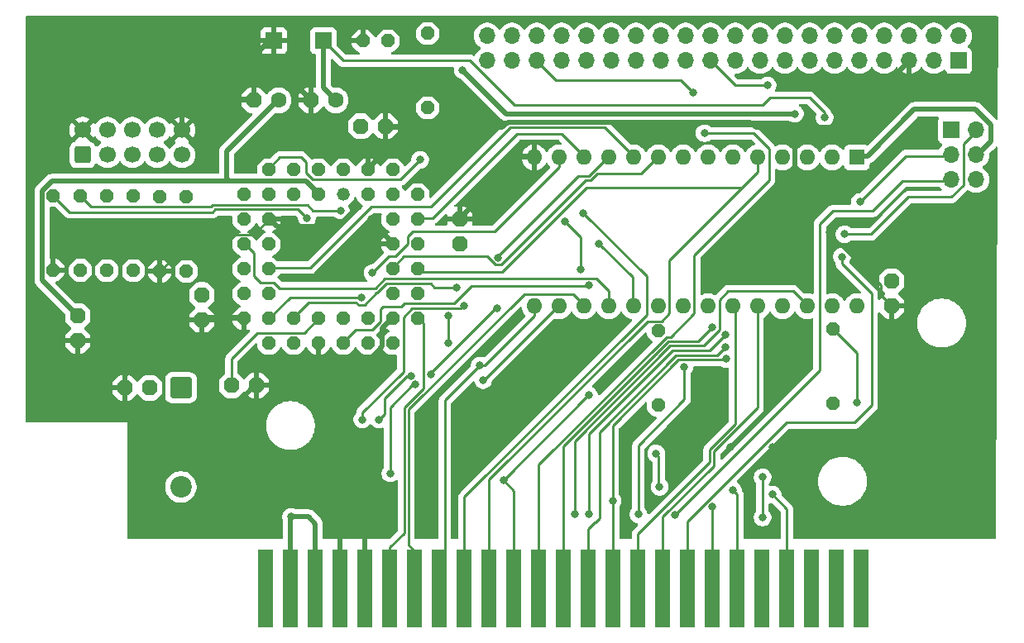
<source format=gbr>
%TF.GenerationSoftware,KiCad,Pcbnew,9.0.2*%
%TF.CreationDate,2025-09-06T01:51:39+01:00*%
%TF.ProjectId,msxpi,6d737870-692e-46b6-9963-61645f706362,1.1 Rev 1*%
%TF.SameCoordinates,Original*%
%TF.FileFunction,Copper,L2,Bot*%
%TF.FilePolarity,Positive*%
%FSLAX46Y46*%
G04 Gerber Fmt 4.6, Leading zero omitted, Abs format (unit mm)*
G04 Created by KiCad (PCBNEW 9.0.2) date 2025-09-06 01:51:39*
%MOMM*%
%LPD*%
G01*
G04 APERTURE LIST*
G04 Aperture macros list*
%AMRoundRect*
0 Rectangle with rounded corners*
0 $1 Rounding radius*
0 $2 $3 $4 $5 $6 $7 $8 $9 X,Y pos of 4 corners*
0 Add a 4 corners polygon primitive as box body*
4,1,4,$2,$3,$4,$5,$6,$7,$8,$9,$2,$3,0*
0 Add four circle primitives for the rounded corners*
1,1,$1+$1,$2,$3*
1,1,$1+$1,$4,$5*
1,1,$1+$1,$6,$7*
1,1,$1+$1,$8,$9*
0 Add four rect primitives between the rounded corners*
20,1,$1+$1,$2,$3,$4,$5,0*
20,1,$1+$1,$4,$5,$6,$7,0*
20,1,$1+$1,$6,$7,$8,$9,0*
20,1,$1+$1,$8,$9,$2,$3,0*%
%AMOutline5P*
0 Free polygon, 5 corners , with rotation*
0 The origin of the aperture is its center*
0 number of corners: always 5*
0 $1 to $10 corner X, Y*
0 $11 Rotation angle, in degrees counterclockwise*
0 create outline with 5 corners*
4,1,5,$1,$2,$3,$4,$5,$6,$7,$8,$9,$10,$1,$2,$11*%
%AMOutline6P*
0 Free polygon, 6 corners , with rotation*
0 The origin of the aperture is its center*
0 number of corners: always 6*
0 $1 to $12 corner X, Y*
0 $13 Rotation angle, in degrees counterclockwise*
0 create outline with 6 corners*
4,1,6,$1,$2,$3,$4,$5,$6,$7,$8,$9,$10,$11,$12,$1,$2,$13*%
%AMOutline7P*
0 Free polygon, 7 corners , with rotation*
0 The origin of the aperture is its center*
0 number of corners: always 7*
0 $1 to $14 corner X, Y*
0 $15 Rotation angle, in degrees counterclockwise*
0 create outline with 7 corners*
4,1,7,$1,$2,$3,$4,$5,$6,$7,$8,$9,$10,$11,$12,$13,$14,$1,$2,$15*%
%AMOutline8P*
0 Free polygon, 8 corners , with rotation*
0 The origin of the aperture is its center*
0 number of corners: always 8*
0 $1 to $16 corner X, Y*
0 $17 Rotation angle, in degrees counterclockwise*
0 create outline with 8 corners*
4,1,8,$1,$2,$3,$4,$5,$6,$7,$8,$9,$10,$11,$12,$13,$14,$15,$16,$1,$2,$17*%
G04 Aperture macros list end*
%TA.AperFunction,ComponentPad*%
%ADD10Outline8P,-0.660400X0.273547X-0.273547X0.660400X0.273547X0.660400X0.660400X0.273547X0.660400X-0.273547X0.273547X-0.660400X-0.273547X-0.660400X-0.660400X-0.273547X270.000000*%
%TD*%
%TA.AperFunction,ComponentPad*%
%ADD11Outline8P,-0.660400X0.273547X-0.273547X0.660400X0.273547X0.660400X0.660400X0.273547X0.660400X-0.273547X0.273547X-0.660400X-0.273547X-0.660400X-0.660400X-0.273547X90.000000*%
%TD*%
%TA.AperFunction,ComponentPad*%
%ADD12RoundRect,0.249999X-0.850001X0.850001X-0.850001X-0.850001X0.850001X-0.850001X0.850001X0.850001X0*%
%TD*%
%TA.AperFunction,ComponentPad*%
%ADD13C,2.200000*%
%TD*%
%TA.AperFunction,ComponentPad*%
%ADD14Outline8P,-0.800100X0.331412X-0.331412X0.800100X0.331412X0.800100X0.800100X0.331412X0.800100X-0.331412X0.331412X-0.800100X-0.331412X-0.800100X-0.800100X-0.331412X180.000000*%
%TD*%
%TA.AperFunction,ComponentPad*%
%ADD15R,1.600000X1.600000*%
%TD*%
%TA.AperFunction,ComponentPad*%
%ADD16O,1.600000X1.600000*%
%TD*%
%TA.AperFunction,ComponentPad*%
%ADD17C,1.320800*%
%TD*%
%TA.AperFunction,ComponentPad*%
%ADD18Outline8P,-0.660400X0.273547X-0.273547X0.660400X0.273547X0.660400X0.660400X0.273547X0.660400X-0.273547X0.273547X-0.660400X-0.273547X-0.660400X-0.660400X-0.273547X0.000000*%
%TD*%
%TA.AperFunction,ConnectorPad*%
%ADD19R,1.500000X8.000000*%
%TD*%
%TA.AperFunction,ComponentPad*%
%ADD20R,1.700000X1.700000*%
%TD*%
%TA.AperFunction,ComponentPad*%
%ADD21C,1.600200*%
%TD*%
%TA.AperFunction,ComponentPad*%
%ADD22Outline8P,-0.800100X0.331412X-0.331412X0.800100X0.331412X0.800100X0.800100X0.331412X0.800100X-0.331412X0.331412X-0.800100X-0.331412X-0.800100X-0.800100X-0.331412X90.000000*%
%TD*%
%TA.AperFunction,ComponentPad*%
%ADD23RoundRect,0.250000X0.600000X-0.600000X0.600000X0.600000X-0.600000X0.600000X-0.600000X-0.600000X0*%
%TD*%
%TA.AperFunction,ComponentPad*%
%ADD24C,1.700000*%
%TD*%
%TA.AperFunction,ComponentPad*%
%ADD25Outline8P,-0.660400X0.273547X-0.273547X0.660400X0.273547X0.660400X0.660400X0.273547X0.660400X-0.273547X0.273547X-0.660400X-0.273547X-0.660400X-0.660400X-0.273547X180.000000*%
%TD*%
%TA.AperFunction,ComponentPad*%
%ADD26Outline8P,-0.800100X0.331412X-0.331412X0.800100X0.331412X0.800100X0.800100X0.331412X0.800100X-0.331412X0.331412X-0.800100X-0.331412X-0.800100X-0.800100X-0.331412X270.000000*%
%TD*%
%TA.AperFunction,ComponentPad*%
%ADD27O,1.700000X1.700000*%
%TD*%
%TA.AperFunction,ViaPad*%
%ADD28C,0.800000*%
%TD*%
%TA.AperFunction,Conductor*%
%ADD29C,0.250000*%
%TD*%
%TA.AperFunction,Conductor*%
%ADD30C,0.500000*%
%TD*%
G04 APERTURE END LIST*
D10*
%TO.P,R9,1,1*%
%TO.N,SPI_CS*%
X115525000Y-91430000D03*
%TO.P,R9,2,2*%
%TO.N,+3.3V*%
X115525000Y-99050000D03*
%TD*%
D11*
%TO.P,R8,1,1*%
%TO.N,GNDREF*%
X112775000Y-99060000D03*
%TO.P,R8,2,2*%
%TO.N,SPI_MOSI*%
X112775000Y-91440000D03*
%TD*%
D12*
%TO.P,D5,1,K*%
%TO.N,+5V*%
X114950000Y-110970000D03*
D13*
%TO.P,D5,2,A*%
%TO.N,Net-(D5-A)*%
X114950000Y-121130000D03*
%TD*%
D10*
%TO.P,R5,1,1*%
%TO.N,{slash}WR*%
X181711600Y-104952800D03*
%TO.P,R5,2,2*%
%TO.N,+5V*%
X181711600Y-112572800D03*
%TD*%
D14*
%TO.P,C1,1,1*%
%TO.N,+5V*%
X111760000Y-110998000D03*
%TO.P,C1,2,2*%
%TO.N,GNDREF*%
X109220000Y-110998000D03*
%TD*%
D11*
%TO.P,R3,1,1*%
%TO.N,+5V*%
X107375000Y-98970000D03*
%TO.P,R3,2,2*%
%TO.N,TMS*%
X107375000Y-91350000D03*
%TD*%
D15*
%TO.P,U3,1,A14*%
%TO.N,MEM_A14*%
X184150000Y-87376000D03*
D16*
%TO.P,U3,2,A12*%
%TO.N,A12*%
X181610000Y-87376000D03*
%TO.P,U3,3,A7*%
%TO.N,A7*%
X179070000Y-87376000D03*
%TO.P,U3,4,A6*%
%TO.N,A6*%
X176530000Y-87376000D03*
%TO.P,U3,5,A5*%
%TO.N,A5*%
X173990000Y-87376000D03*
%TO.P,U3,6,A4*%
%TO.N,A4*%
X171450000Y-87376000D03*
%TO.P,U3,7,A3*%
%TO.N,A3*%
X168910000Y-87376000D03*
%TO.P,U3,8,A2*%
%TO.N,A2*%
X166370000Y-87376000D03*
%TO.P,U3,9,A1*%
%TO.N,A1*%
X163830000Y-87376000D03*
%TO.P,U3,10,A0*%
%TO.N,A0*%
X161290000Y-87376000D03*
%TO.P,U3,11,D0*%
%TO.N,D0*%
X158750000Y-87376000D03*
%TO.P,U3,12,D1*%
%TO.N,D1*%
X156210000Y-87376000D03*
%TO.P,U3,13,D2*%
%TO.N,D2*%
X153670000Y-87376000D03*
%TO.P,U3,14,GND*%
%TO.N,GNDREF*%
X151130000Y-87376000D03*
%TO.P,U3,15,D3*%
%TO.N,D3*%
X151130000Y-102616000D03*
%TO.P,U3,16,D4*%
%TO.N,D4*%
X153670000Y-102616000D03*
%TO.P,U3,17,D5*%
%TO.N,D5*%
X156210000Y-102616000D03*
%TO.P,U3,18,D6*%
%TO.N,D6*%
X158750000Y-102616000D03*
%TO.P,U3,19,D7*%
%TO.N,D7*%
X161290000Y-102616000D03*
%TO.P,U3,20,~{CS}*%
%TO.N,{slash}MEM_CE*%
X163830000Y-102616000D03*
%TO.P,U3,21,A10*%
%TO.N,A10*%
X166370000Y-102616000D03*
%TO.P,U3,22,~{OE}*%
%TO.N,{slash}RD*%
X168910000Y-102616000D03*
%TO.P,U3,23,A11*%
%TO.N,A11*%
X171450000Y-102616000D03*
%TO.P,U3,24,A9*%
%TO.N,A9*%
X173990000Y-102616000D03*
%TO.P,U3,25,A8*%
%TO.N,A8*%
X176530000Y-102616000D03*
%TO.P,U3,26,A13*%
%TO.N,A13*%
X179070000Y-102616000D03*
%TO.P,U3,27,~{WE}*%
%TO.N,{slash}WR*%
X181610000Y-102616000D03*
%TO.P,U3,28,VCC*%
%TO.N,+5V*%
X184150000Y-102616000D03*
%TD*%
D17*
%TO.P,U2,1,GCLR/*%
%TO.N,unconnected-(U2-GCLR{slash}-Pad1)*%
X131572000Y-91186000D03*
D18*
%TO.P,U2,2,OE2-GCLK2*%
%TO.N,unconnected-(U2-OE2-GCLK2-Pad2)*%
X129032000Y-88646000D03*
%TO.P,U2,3,PD/_VCC*%
%TO.N,+3.3V*%
X129032000Y-91186000D03*
%TO.P,U2,4,IO16*%
%TO.N,SPI_MISO*%
X126492000Y-88646000D03*
%TO.P,U2,5,IO14*%
%TO.N,{slash}WR*%
X126492000Y-91186000D03*
%TO.P,U2,6,IO11*%
%TO.N,SPI_MOSI*%
X123952000Y-88646000D03*
%TO.P,U2,7,IO8/TDI*%
%TO.N,TDI*%
X121412000Y-91186000D03*
%TO.P,U2,8,IO5*%
%TO.N,SPI_CLK*%
X123952000Y-91186000D03*
%TO.P,U2,9,IO4*%
%TO.N,SPI_CS*%
X121412000Y-93726000D03*
%TO.P,U2,10,GND@2*%
%TO.N,GNDREF*%
X123952000Y-93726000D03*
%TO.P,U2,11,IO3*%
%TO.N,D6*%
X121412000Y-96266000D03*
%TO.P,U2,12,IO1*%
%TO.N,A7*%
X123952000Y-96266000D03*
%TO.P,U2,13,IO32/TMS*%
%TO.N,TMS*%
X121412000Y-98806000D03*
%TO.P,U2,14,IO30*%
%TO.N,A0*%
X123952000Y-98806000D03*
%TO.P,U2,15,VCC@1*%
%TO.N,+3.3V*%
X121412000Y-101346000D03*
%TO.P,U2,16,IO25*%
%TO.N,A4*%
X123952000Y-101346000D03*
%TO.P,U2,17,GND@3*%
%TO.N,GNDREF*%
X121412000Y-103886000D03*
%TO.P,U2,18,IO21*%
%TO.N,D4*%
X123952000Y-106426000D03*
%TO.P,U2,19,IO20*%
%TO.N,D2*%
X123952000Y-103886000D03*
%TO.P,U2,20,IO19*%
%TO.N,D0*%
X126492000Y-106426000D03*
%TO.P,U2,21,IO17*%
%TO.N,A2*%
X126492000Y-103886000D03*
%TO.P,U2,22,GND@4*%
%TO.N,GNDREF*%
X129032000Y-106426000D03*
%TO.P,U2,23,VCC@2*%
%TO.N,+3.3V*%
X129032000Y-103886000D03*
%TO.P,U2,24,IO33*%
%TO.N,A6*%
X131572000Y-106426000D03*
%TO.P,U2,25,IO35*%
%TO.N,A3*%
X131572000Y-103886000D03*
%TO.P,U2,26,IO36*%
%TO.N,{slash}RD*%
X134112000Y-106426000D03*
%TO.P,U2,27,IO37*%
%TO.N,{slash}IORQ*%
X134112000Y-103886000D03*
%TO.P,U2,28,IO40*%
%TO.N,{slash}WAIT*%
X136652000Y-106426000D03*
%TO.P,U2,29,IO41*%
%TO.N,D7*%
X139192000Y-103886000D03*
%TO.P,U2,30,GND@5*%
%TO.N,GNDREF*%
X136652000Y-103886000D03*
%TO.P,U2,31,IO46*%
%TO.N,BUSDIR*%
X139192000Y-101346000D03*
%TO.P,U2,32,IO48/TCK*%
%TO.N,TCK*%
X136652000Y-101346000D03*
%TO.P,U2,33,IO49*%
%TO.N,A5*%
X139192000Y-98806000D03*
%TO.P,U2,34,IO51*%
%TO.N,A1*%
X136652000Y-98806000D03*
%TO.P,U2,35,VCC@3*%
%TO.N,+3.3V*%
X139192000Y-96266000D03*
%TO.P,U2,36,GND@6*%
%TO.N,GNDREF*%
X136652000Y-96266000D03*
%TO.P,U2,37,IO53*%
%TO.N,D1*%
X139192000Y-93726000D03*
%TO.P,U2,38,IO56/TDO*%
%TO.N,TDO*%
X136652000Y-93726000D03*
%TO.P,U2,39,IO57*%
%TO.N,D3*%
X139192000Y-91186000D03*
%TO.P,U2,40,IO62*%
%TO.N,SPI_RDY*%
X136652000Y-88646000D03*
%TO.P,U2,41,IO64*%
%TO.N,D5*%
X136652000Y-91186000D03*
%TO.P,U2,42,GND@1*%
%TO.N,GNDREF*%
X134112000Y-88646000D03*
%TO.P,U2,43,GCLK1*%
%TO.N,unconnected-(U2-GCLK1-Pad43)*%
X134112000Y-91186000D03*
%TO.P,U2,44,OE1*%
%TO.N,unconnected-(U2-OE1-Pad44)*%
X131572000Y-88646000D03*
%TD*%
D19*
%TO.P,J1,49,SOUNDIN*%
%TO.N,unconnected-(J1-SOUNDIN-Pad49)*%
X123650025Y-131553202D03*
%TO.P,J1,47,+5V@2*%
%TO.N,Net-(D5-A)*%
X126190025Y-131553202D03*
%TO.P,J1,45,+5V@1*%
X128730025Y-131553202D03*
%TO.P,J1,43,GND@2*%
%TO.N,GNDREF*%
X131270025Y-131553202D03*
%TO.P,J1,41,GND@1*%
X133810025Y-131553202D03*
%TO.P,J1,39,D7*%
%TO.N,D7*%
X136350025Y-131553202D03*
%TO.P,J1,37,D5*%
%TO.N,D5*%
X138890025Y-131553202D03*
%TO.P,J1,35,D3*%
%TO.N,D3*%
X141430025Y-131553202D03*
%TO.P,J1,33,D1*%
%TO.N,D1*%
X143970025Y-131553202D03*
%TO.P,J1,31,A5*%
%TO.N,A5*%
X146510025Y-131553202D03*
%TO.P,J1,29,A3*%
%TO.N,A3*%
X149050025Y-131553202D03*
%TO.P,J1,27,A1*%
%TO.N,A1*%
X151590025Y-131553202D03*
%TO.P,J1,25,A14*%
%TO.N,A14*%
X154130025Y-131553202D03*
%TO.P,J1,23,A12*%
%TO.N,A12*%
X156670025Y-131553202D03*
%TO.P,J1,21,A7*%
%TO.N,A7*%
X159210025Y-131553202D03*
%TO.P,J1,19,A11*%
%TO.N,A11*%
X161750025Y-131553202D03*
%TO.P,J1,17,A9*%
%TO.N,A9*%
X164290025Y-131553202D03*
%TO.P,J1,15,~{RESET}*%
%TO.N,{slash}RESET*%
X166830025Y-131553202D03*
%TO.P,J1,13,~{WR}*%
%TO.N,{slash}WR*%
X169370025Y-131553202D03*
%TO.P,J1,11,~{IORQ}*%
%TO.N,{slash}IORQ*%
X171910025Y-131553202D03*
%TO.P,J1,9,~{M1}*%
%TO.N,{slash}M1*%
X174450025Y-131553202D03*
%TO.P,J1,7,~{WAIT}*%
%TO.N,{slash}WAIT*%
X176990025Y-131553202D03*
%TO.P,J1,5,RES@1*%
%TO.N,unconnected-(J1-RES@1-Pad5)*%
X179530025Y-131553202D03*
%TO.P,J1,3,~{CS12}*%
%TO.N,{slash}CS12*%
X182070025Y-131553202D03*
%TO.P,J1,1,~{CS1}*%
%TO.N,{slash}CS1*%
X184610025Y-131553202D03*
%TD*%
D10*
%TO.P,R6,1,1*%
%TO.N,{slash}MEM_CE*%
X163830000Y-105156000D03*
%TO.P,R6,2,2*%
%TO.N,+5V*%
X163830000Y-112776000D03*
%TD*%
D20*
%TO.P,J5,1,Pin_1*%
%TO.N,{slash}RESET*%
X129540000Y-75438000D03*
%TD*%
D11*
%TO.P,R1,1,1*%
%TO.N,GNDREF*%
X101850000Y-98910000D03*
%TO.P,R1,2,2*%
%TO.N,TCK*%
X101850000Y-91290000D03*
%TD*%
D21*
%TO.P,C9,+,+*%
%TO.N,{slash}RESET*%
X130810000Y-81534000D03*
D14*
%TO.P,C9,-,-*%
%TO.N,GNDREF*%
X128270000Y-81534000D03*
%TD*%
D22*
%TO.P,C7,1,1*%
%TO.N,GNDREF*%
X187706000Y-102616000D03*
%TO.P,C7,2,2*%
%TO.N,+5V*%
X187706000Y-100076000D03*
%TD*%
D23*
%TO.P,J2,1,1*%
%TO.N,TCK*%
X104902000Y-87122000D03*
D24*
%TO.P,J2,2,2*%
%TO.N,GNDREF*%
X104902000Y-84582000D03*
%TO.P,J2,3,3*%
%TO.N,TDO*%
X107442000Y-87122000D03*
%TO.P,J2,4,4*%
%TO.N,+5V*%
X107442000Y-84582000D03*
%TO.P,J2,5,5*%
%TO.N,TMS*%
X109982000Y-87122000D03*
%TO.P,J2,6,6*%
%TO.N,unconnected-(J2-Pad6)*%
X109982000Y-84582000D03*
%TO.P,J2,7,7*%
%TO.N,unconnected-(J2-Pad7)*%
X112522000Y-87122000D03*
%TO.P,J2,8,8*%
%TO.N,unconnected-(J2-Pad8)*%
X112522000Y-84582000D03*
%TO.P,J2,9,9*%
%TO.N,TDI*%
X115062000Y-87122000D03*
%TO.P,J2,10,10*%
%TO.N,GNDREF*%
X115062000Y-84582000D03*
%TD*%
D10*
%TO.P,R7,1,1*%
%TO.N,Net-(LED1-PadA)*%
X140208000Y-74676000D03*
%TO.P,R7,2,2*%
%TO.N,SPI_CLK*%
X140208000Y-82296000D03*
%TD*%
D25*
%TO.P,LED1,A,A*%
%TO.N,Net-(LED1-PadA)*%
X136144000Y-75438000D03*
%TO.P,LED1,K,C*%
%TO.N,GNDREF*%
X133604000Y-75438000D03*
%TD*%
D14*
%TO.P,C5,1,1*%
%TO.N,GNDREF*%
X135890000Y-84175600D03*
%TO.P,C5,2,2*%
%TO.N,+3.3V*%
X133350000Y-84175600D03*
%TD*%
D11*
%TO.P,R2,1,1*%
%TO.N,+5V*%
X104675000Y-98945000D03*
%TO.P,R2,2,2*%
%TO.N,TDO*%
X104675000Y-91325000D03*
%TD*%
D14*
%TO.P,C6,1,1*%
%TO.N,GNDREF*%
X122682000Y-110744000D03*
%TO.P,C6,2,2*%
%TO.N,+3.3V*%
X120142000Y-110744000D03*
%TD*%
D26*
%TO.P,C2,1,1*%
%TO.N,+3.3V*%
X104394000Y-103632000D03*
%TO.P,C2,2,2*%
%TO.N,GNDREF*%
X104394000Y-106172000D03*
%TD*%
D22*
%TO.P,C4,1,1*%
%TO.N,GNDREF*%
X117094000Y-104013000D03*
%TO.P,C4,2,2*%
%TO.N,+3.3V*%
X117094000Y-101473000D03*
%TD*%
D20*
%TO.P,J6,1,Pin_1*%
%TO.N,GNDREF*%
X124460000Y-75438000D03*
%TD*%
%TO.P,J3,1,Pin_1*%
%TO.N,{slash}SLTSL*%
X193802000Y-84582000D03*
D27*
%TO.P,J3,2,Pin_2*%
%TO.N,{slash}MEM_CE*%
X196342000Y-84582000D03*
%TO.P,J3,3,Pin_3*%
%TO.N,A14*%
X193802000Y-87122000D03*
%TO.P,J3,4,Pin_4*%
%TO.N,MEM_A14*%
X196342000Y-87122000D03*
%TO.P,J3,5,Pin_5*%
%TO.N,A15*%
X193802000Y-89662000D03*
%TO.P,J3,6,Pin_6*%
%TO.N,MEM_A14*%
X196342000Y-89662000D03*
%TD*%
%TO.P,J4,1,Pin_1*%
%TO.N,unconnected-(J4-Pin_1-Pad1)*%
X194564000Y-74930000D03*
D20*
%TO.P,J4,2,Pin_2*%
%TO.N,+5V*%
X194564000Y-77470000D03*
D27*
%TO.P,J4,3,Pin_3*%
%TO.N,unconnected-(J4-Pin_3-Pad3)*%
X192024000Y-74930000D03*
%TO.P,J4,4,Pin_4*%
%TO.N,+5V*%
X192024000Y-77470000D03*
%TO.P,J4,5,Pin_5*%
%TO.N,unconnected-(J4-Pin_5-Pad5)*%
X189484000Y-74930000D03*
%TO.P,J4,6,Pin_6*%
%TO.N,GNDREF*%
X189484000Y-77470000D03*
%TO.P,J4,7,Pin_7*%
%TO.N,unconnected-(J4-Pin_7-Pad7)*%
X186944000Y-74930000D03*
%TO.P,J4,8,Pin_8*%
%TO.N,unconnected-(J4-Pin_8-Pad8)*%
X186944000Y-77470000D03*
%TO.P,J4,9,Pin_9*%
%TO.N,unconnected-(J4-Pin_9-Pad9)*%
X184404000Y-74930000D03*
%TO.P,J4,10,Pin_10*%
%TO.N,unconnected-(J4-Pin_10-Pad10)*%
X184404000Y-77470000D03*
%TO.P,J4,11,Pin_11*%
%TO.N,unconnected-(J4-Pin_11-Pad11)*%
X181864000Y-74930000D03*
%TO.P,J4,12,Pin_12*%
%TO.N,R-AUD*%
X181864000Y-77470000D03*
%TO.P,J4,13,Pin_13*%
%TO.N,unconnected-(J4-Pin_13-Pad13)*%
X179324000Y-74930000D03*
%TO.P,J4,14,Pin_14*%
%TO.N,unconnected-(J4-Pin_14-Pad14)*%
X179324000Y-77470000D03*
%TO.P,J4,15,Pin_15*%
%TO.N,unconnected-(J4-Pin_15-Pad15)*%
X176784000Y-74930000D03*
%TO.P,J4,16,Pin_16*%
%TO.N,unconnected-(J4-Pin_16-Pad16)*%
X176784000Y-77470000D03*
%TO.P,J4,17,Pin_17*%
%TO.N,unconnected-(J4-Pin_17-Pad17)*%
X174244000Y-74930000D03*
%TO.P,J4,18,Pin_18*%
%TO.N,nSPI_RDY*%
X174244000Y-77470000D03*
%TO.P,J4,19,Pin_19*%
%TO.N,nSPI_MOSI*%
X171704000Y-74930000D03*
%TO.P,J4,20,Pin_20*%
%TO.N,unconnected-(J4-Pin_20-Pad20)*%
X171704000Y-77470000D03*
%TO.P,J4,21,Pin_21*%
%TO.N,nSPI_MISO*%
X169164000Y-74930000D03*
%TO.P,J4,22,Pin_22*%
%TO.N,oSPI_RDY*%
X169164000Y-77470000D03*
%TO.P,J4,23,Pin_23*%
%TO.N,nSPI_CLK*%
X166624000Y-74930000D03*
%TO.P,J4,24,Pin_24*%
%TO.N,nSPI_CS*%
X166624000Y-77470000D03*
%TO.P,J4,25,Pin_25*%
%TO.N,unconnected-(J4-Pin_25-Pad25)*%
X164084000Y-74930000D03*
%TO.P,J4,26,Pin_26*%
%TO.N,unconnected-(J4-Pin_26-Pad26)*%
X164084000Y-77470000D03*
%TO.P,J4,27,Pin_27*%
%TO.N,unconnected-(J4-Pin_27-Pad27)*%
X161544000Y-74930000D03*
%TO.P,J4,28,Pin_28*%
%TO.N,unconnected-(J4-Pin_28-Pad28)*%
X161544000Y-77470000D03*
%TO.P,J4,29,Pin_29*%
%TO.N,unconnected-(J4-Pin_29-Pad29)*%
X159004000Y-74930000D03*
%TO.P,J4,30,Pin_30*%
%TO.N,unconnected-(J4-Pin_30-Pad30)*%
X159004000Y-77470000D03*
%TO.P,J4,31,Pin_31*%
%TO.N,unconnected-(J4-Pin_31-Pad31)*%
X156464000Y-74930000D03*
%TO.P,J4,32,Pin_32*%
%TO.N,oSPI_MISO*%
X156464000Y-77470000D03*
%TO.P,J4,33,Pin_33*%
%TO.N,unconnected-(J4-Pin_33-Pad33)*%
X153924000Y-74930000D03*
%TO.P,J4,34,Pin_34*%
%TO.N,unconnected-(J4-Pin_34-Pad34)*%
X153924000Y-77470000D03*
%TO.P,J4,35,Pin_35*%
%TO.N,L-AUD*%
X151384000Y-74930000D03*
%TO.P,J4,36,Pin_36*%
%TO.N,oSPI_MOSI*%
X151384000Y-77470000D03*
%TO.P,J4,37,Pin_37*%
%TO.N,unconnected-(J4-Pin_37-Pad37)*%
X148844000Y-74930000D03*
%TO.P,J4,38,Pin_38*%
%TO.N,oSPI_CLK*%
X148844000Y-77470000D03*
%TO.P,J4,39,Pin_39*%
%TO.N,unconnected-(J4-Pin_39-Pad39)*%
X146304000Y-74930000D03*
%TO.P,J4,40,Pin_40*%
%TO.N,oSPI_CS*%
X146304000Y-77470000D03*
%TD*%
D11*
%TO.P,R4,1,1*%
%TO.N,+5V*%
X110100000Y-98975000D03*
%TO.P,R4,2,2*%
%TO.N,TDI*%
X110100000Y-91355000D03*
%TD*%
D26*
%TO.P,C3,1,1*%
%TO.N,GNDREF*%
X143510000Y-93726000D03*
%TO.P,C3,2,2*%
%TO.N,+3.3V*%
X143510000Y-96266000D03*
%TD*%
D21*
%TO.P,C8,+,+*%
%TO.N,+3.3V*%
X124968000Y-81534000D03*
D14*
%TO.P,C8,-,-*%
%TO.N,GNDREF*%
X122428000Y-81534000D03*
%TD*%
D28*
%TO.N,GNDREF*%
X160568716Y-116037284D03*
X148844000Y-104140000D03*
X171196000Y-117094000D03*
X175514000Y-117094000D03*
X167640000Y-115316000D03*
X134416800Y-93675200D03*
X177783200Y-90204000D03*
X181356000Y-95030300D03*
X133096000Y-92456000D03*
X157988000Y-110744000D03*
X152654000Y-111760000D03*
%TO.N,TDO*%
X131308204Y-92811600D03*
%TO.N,TCK*%
X127863600Y-93635300D03*
%TO.N,SPI_MOSI*%
X139446000Y-87630000D03*
%TO.N,{slash}WAIT*%
X175514000Y-121920000D03*
%TO.N,{slash}RD*%
X163956333Y-121131700D03*
X163602969Y-117719117D03*
%TO.N,{slash}WR*%
X184150000Y-112522000D03*
X169367200Y-123139200D03*
%TO.N,{slash}IORQ*%
X171450000Y-121462800D03*
%TO.N,D7*%
X157734000Y-96194700D03*
%TO.N,D5*%
X155879800Y-98831400D03*
X154279600Y-93980000D03*
%TO.N,D4*%
X145897600Y-110185200D03*
X138940944Y-110648299D03*
X136391222Y-119742378D03*
%TO.N,D3*%
X142367000Y-106426000D03*
X142367000Y-103632000D03*
X145542000Y-108699300D03*
%TO.N,D2*%
X134569200Y-99212400D03*
X133451600Y-101752400D03*
%TO.N,D1*%
X156159200Y-93065600D03*
%TO.N,D0*%
X147421600Y-97637600D03*
X143916400Y-102565200D03*
X133527800Y-114223800D03*
%TO.N,BUSDIR*%
X174498000Y-124256800D03*
X174498000Y-120142000D03*
%TO.N,A8*%
X170674576Y-105553778D03*
X156718000Y-123901200D03*
%TO.N,A7*%
X159156400Y-122580400D03*
X170811890Y-108025430D03*
%TO.N,A6*%
X156718000Y-100482400D03*
%TO.N,A4*%
X138493189Y-109751121D03*
X147320000Y-102819200D03*
X140589000Y-109626400D03*
X135204200Y-114223800D03*
%TO.N,A3*%
X147980400Y-120446800D03*
X156718000Y-111760000D03*
%TO.N,A2*%
X143205200Y-100711000D03*
%TO.N,A15*%
X165557200Y-124002800D03*
%TO.N,A14*%
X169328900Y-104757357D03*
X184454800Y-91948000D03*
%TO.N,A13*%
X155244800Y-123901200D03*
%TO.N,A12*%
X170729502Y-106789604D03*
%TO.N,A10*%
X166500232Y-108849313D03*
X161798000Y-123952000D03*
%TO.N,A1*%
X168554400Y-84886800D03*
%TO.N,+5V*%
X177784115Y-82897100D03*
%TO.N,Net-(D5-A)*%
X126238000Y-124206000D03*
%TO.N,+5V*%
X143806214Y-78443786D03*
%TO.N,{slash}MEM_CE*%
X182880000Y-95250000D03*
%TO.N,{slash}RESET*%
X182619438Y-97542562D03*
X180848000Y-83312000D03*
%TO.N,oSPI_MOSI*%
X167386000Y-80772000D03*
%TO.N,oSPI_RDY*%
X175006000Y-80010000D03*
%TD*%
D29*
%TO.N,GNDREF*%
X116558600Y-95276400D02*
X112775000Y-99060000D01*
X122401600Y-95276400D02*
X116558600Y-95276400D01*
X123952000Y-93726000D02*
X122401600Y-95276400D01*
%TO.N,TDO*%
X105779600Y-92429600D02*
X104675000Y-91325000D01*
X118218200Y-92256800D02*
X118045400Y-92429600D01*
X127918400Y-92256800D02*
X118218200Y-92256800D01*
X118045400Y-92429600D02*
X105779600Y-92429600D01*
X128473200Y-92811600D02*
X127918400Y-92256800D01*
X131308204Y-92811600D02*
X128473200Y-92811600D01*
%TO.N,TCK*%
X103535000Y-92975000D02*
X101850000Y-91290000D01*
X118225000Y-92975000D02*
X103535000Y-92975000D01*
X118489000Y-92711000D02*
X118225000Y-92975000D01*
X126939300Y-92711000D02*
X118489000Y-92711000D01*
X127863600Y-93635300D02*
X126939300Y-92711000D01*
D30*
%TO.N,+3.3V*%
X100735400Y-99973400D02*
X104394000Y-103632000D01*
X100735400Y-90828316D02*
X100735400Y-99973400D01*
X101734588Y-89829128D02*
X100735400Y-90828316D01*
X119953528Y-89829128D02*
X101734588Y-89829128D01*
%TO.N,GNDREF*%
X108712000Y-80772000D02*
X104902000Y-84582000D01*
X115062000Y-80772000D02*
X108712000Y-80772000D01*
X135890000Y-84683600D02*
X135534400Y-84328000D01*
X117348000Y-103759000D02*
X117094000Y-104013000D01*
X134112000Y-88519000D02*
X135890000Y-86741000D01*
X133810025Y-131114405D02*
X133810025Y-124666025D01*
X133810025Y-124666025D02*
X133350000Y-124206000D01*
X123952000Y-93599000D02*
X124841000Y-94488000D01*
X135538400Y-104872600D02*
X136652000Y-103759000D01*
X173842498Y-84328000D02*
X177870200Y-84328000D01*
X104394000Y-107696000D02*
X107696000Y-110998000D01*
X173264298Y-83749800D02*
X173842498Y-84328000D01*
X117094000Y-104013000D02*
X117094000Y-110617000D01*
X122555000Y-110744000D02*
X125984000Y-110744000D01*
X120015000Y-113157000D02*
X120015000Y-112903000D01*
X125984000Y-110744000D02*
X129032000Y-107696000D01*
X134416800Y-93675200D02*
X134416800Y-93903800D01*
X118687850Y-80765650D02*
X124015500Y-75438000D01*
X118681500Y-80772000D02*
X118687850Y-80765650D01*
X120015000Y-112903000D02*
X120396000Y-112903000D01*
X148401302Y-83749800D02*
X173264298Y-83749800D01*
X124841000Y-94488000D02*
X131064000Y-94488000D01*
X124460000Y-75438000D02*
X124460000Y-77724000D01*
X131270025Y-124412025D02*
X131270025Y-131114405D01*
X120396000Y-112903000D02*
X122555000Y-110744000D01*
X135538400Y-106760270D02*
X135538400Y-104872600D01*
X131064000Y-94488000D02*
X133096000Y-92456000D01*
X124460000Y-77724000D02*
X128270000Y-81534000D01*
X133350000Y-124206000D02*
X131064000Y-124206000D01*
X151130000Y-87249000D02*
X149860000Y-87249000D01*
X134416800Y-93903800D02*
X136652000Y-96139000D01*
X135890000Y-86741000D02*
X135890000Y-84683600D01*
X177783200Y-84344800D02*
X177783200Y-90204000D01*
X115062000Y-80772000D02*
X115062000Y-84437500D01*
X115062000Y-80772000D02*
X118681500Y-80772000D01*
X114935000Y-104013000D02*
X117094000Y-104013000D01*
D29*
X129032000Y-106426000D02*
X129032000Y-107696000D01*
X186577700Y-101487700D02*
X187706000Y-102616000D01*
D30*
X149860000Y-87249000D02*
X143510000Y-93599000D01*
X131270025Y-124253975D02*
X131270025Y-124412025D01*
X124015500Y-75438000D02*
X124460000Y-75438000D01*
D29*
X181356000Y-95030300D02*
X181356000Y-95250000D01*
D30*
X135534400Y-84328000D02*
X147823102Y-84328000D01*
X104394000Y-106426000D02*
X104394000Y-107696000D01*
X147823102Y-84328000D02*
X148401302Y-83749800D01*
D29*
X181356000Y-95250000D02*
X186577700Y-100471700D01*
D30*
X131064000Y-124206000D02*
X120015000Y-113157000D01*
X119354600Y-81432400D02*
X122402600Y-81432400D01*
X118687850Y-80765650D02*
X119354600Y-81432400D01*
X109220000Y-109728000D02*
X114935000Y-104013000D01*
X107696000Y-110998000D02*
X109220000Y-110998000D01*
X177800000Y-84328000D02*
X177783200Y-84344800D01*
D29*
X186577700Y-100471700D02*
X186577700Y-101487700D01*
D30*
X131064000Y-124206000D02*
X131270025Y-124412025D01*
X189454000Y-77490000D02*
X182616000Y-84328000D01*
X121412000Y-103759000D02*
X117348000Y-103759000D01*
X128930400Y-107797600D02*
X134501070Y-107797600D01*
X119380000Y-112903000D02*
X120015000Y-112903000D01*
X109220000Y-110998000D02*
X109220000Y-109728000D01*
X182616000Y-84328000D02*
X177800000Y-84328000D01*
X134501070Y-107797600D02*
X135538400Y-106760270D01*
X117094000Y-110617000D02*
X119380000Y-112903000D01*
D29*
%TO.N,TDO*%
X104902000Y-91440000D02*
X104902000Y-90932000D01*
D30*
%TO.N,+3.3V*%
X119634000Y-89509600D02*
X119953528Y-89829128D01*
D29*
X120142000Y-107969297D02*
X120142000Y-110744000D01*
D30*
X127802128Y-89829128D02*
X119953528Y-89829128D01*
X129032000Y-91059000D02*
X127802128Y-89829128D01*
D29*
X122759995Y-105351302D02*
X120142000Y-107969297D01*
D30*
X119634000Y-86741000D02*
X119634000Y-89509600D01*
X124942600Y-81432400D02*
X119634000Y-86741000D01*
D29*
X127566698Y-105351302D02*
X122759995Y-105351302D01*
X129032000Y-103886000D02*
X127566698Y-105351302D01*
%TO.N,SPI_MOSI*%
X139446000Y-87630000D02*
X137414000Y-89662000D01*
X127254000Y-87376000D02*
X125095000Y-87376000D01*
X137414000Y-89662000D02*
X128452698Y-89662000D01*
X127762000Y-88971302D02*
X127762000Y-87884000D01*
X128452698Y-89662000D02*
X127762000Y-88971302D01*
X125095000Y-87376000D02*
X123952000Y-88519000D01*
X127762000Y-87884000D02*
X127254000Y-87376000D01*
%TO.N,{slash}WAIT*%
X175514000Y-121920000D02*
X176990025Y-123396025D01*
X176990025Y-123396025D02*
X176990025Y-131114405D01*
%TO.N,{slash}RD*%
X163850134Y-121025501D02*
X163850134Y-117966282D01*
X163850134Y-117966282D02*
X163602969Y-117719117D01*
X163956333Y-121131700D02*
X163850134Y-121025501D01*
%TO.N,{slash}WR*%
X184150000Y-107391200D02*
X184150000Y-112522000D01*
X169367200Y-123139200D02*
X169370025Y-123142025D01*
X169370025Y-123142025D02*
X169370025Y-131114405D01*
X181711600Y-104952800D02*
X184150000Y-107391200D01*
%TO.N,{slash}IORQ*%
X171910025Y-121922825D02*
X171910025Y-131114405D01*
X171450000Y-121462800D02*
X171910025Y-121922825D01*
%TO.N,D7*%
X139801600Y-111017478D02*
X137811825Y-113007253D01*
X139192000Y-103759000D02*
X139801600Y-104368600D01*
X136350025Y-127301975D02*
X136350025Y-131553202D01*
X139801600Y-104368600D02*
X139801600Y-111017478D01*
X161188400Y-99649100D02*
X161188400Y-102387400D01*
X137811825Y-113007253D02*
X137811825Y-125840175D01*
X157734000Y-96194700D02*
X161188400Y-99649100D01*
X137811825Y-125840175D02*
X136350025Y-127301975D01*
X161188400Y-102387400D02*
X161290000Y-102489000D01*
%TO.N,D6*%
X158750000Y-101041200D02*
X158750000Y-102489000D01*
X125018800Y-100787200D02*
X134874000Y-100787200D01*
X122400600Y-97127600D02*
X122400600Y-99489800D01*
X156348569Y-99822000D02*
X156416369Y-99754200D01*
X123141200Y-100230400D02*
X124462000Y-100230400D01*
X121412000Y-96139000D02*
X122400600Y-97127600D01*
X124462000Y-100230400D02*
X125018800Y-100787200D01*
X122400600Y-99489800D02*
X123141200Y-100230400D01*
X134874000Y-100787200D02*
X135839200Y-99822000D01*
X135839200Y-99822000D02*
X156348569Y-99822000D01*
X156416369Y-99754200D02*
X157463000Y-99754200D01*
X157463000Y-99754200D02*
X158750000Y-101041200D01*
%TO.N,D5*%
X138265025Y-127089025D02*
X138890025Y-127714025D01*
X156210000Y-102489000D02*
X155081800Y-101360800D01*
X155879800Y-98831400D02*
X155879800Y-95580200D01*
X155081800Y-101360800D02*
X150099200Y-101360800D01*
X138265025Y-113194975D02*
X138265025Y-127089025D01*
X138890025Y-127714025D02*
X138890025Y-131114405D01*
X155879800Y-95580200D02*
X154279600Y-93980000D01*
X150099200Y-101360800D02*
X138265025Y-113194975D01*
%TO.N,D4*%
X138940944Y-110648299D02*
X138728901Y-110648299D01*
X138728901Y-110648299D02*
X136391222Y-112985978D01*
X145973800Y-110185200D02*
X153670000Y-102489000D01*
X145897600Y-110185200D02*
X145973800Y-110185200D01*
X136391222Y-112985978D02*
X136391222Y-119742378D01*
%TO.N,D3*%
X145542000Y-108699300D02*
X146062700Y-108699300D01*
X146062700Y-108699300D02*
X151130000Y-103632000D01*
X142367000Y-103632000D02*
X142367000Y-106426000D01*
X141986000Y-130558430D02*
X141430025Y-131114405D01*
X145542000Y-108699300D02*
X145542000Y-108712000D01*
X141986000Y-112268000D02*
X141986000Y-130558430D01*
X151130000Y-103632000D02*
X151130000Y-102489000D01*
X145542000Y-108712000D02*
X141986000Y-112268000D01*
%TO.N,D2*%
X138203400Y-95476600D02*
X138203400Y-96238600D01*
X126136400Y-101701600D02*
X123952000Y-103886000D01*
X133400800Y-101701600D02*
X126136400Y-101701600D01*
X147054370Y-94996000D02*
X138684000Y-94996000D01*
X138203400Y-96238600D02*
X136906000Y-97536000D01*
X153670000Y-87249000D02*
X153670000Y-88380370D01*
X138684000Y-94996000D02*
X138203400Y-95476600D01*
X136245600Y-97536000D02*
X134569200Y-99212400D01*
X136906000Y-97536000D02*
X136245600Y-97536000D01*
X133451600Y-101752400D02*
X133400800Y-101701600D01*
X153670000Y-88380370D02*
X147054370Y-94996000D01*
%TO.N,D1*%
X156210000Y-87249000D02*
X153898600Y-84937600D01*
X162616799Y-103524401D02*
X162616799Y-101848001D01*
X140690600Y-93599000D02*
X139192000Y-93599000D01*
X143970025Y-131114405D02*
X143970025Y-122171175D01*
X162204400Y-103936800D02*
X162616799Y-103524401D01*
X153898600Y-84937600D02*
X149352000Y-84937600D01*
X162616799Y-99523199D02*
X156159200Y-93065600D01*
X149352000Y-84937600D02*
X140690600Y-93599000D01*
X162616799Y-101848001D02*
X162616799Y-99523199D01*
X143970025Y-122171175D02*
X162204400Y-103936800D01*
%TO.N,D0*%
X147421600Y-97637600D02*
X147421600Y-97485200D01*
X138582400Y-102870000D02*
X137718800Y-103733600D01*
X137718800Y-103733600D02*
X137718800Y-109321600D01*
X147421600Y-97485200D02*
X155651200Y-89255600D01*
X133527800Y-113512600D02*
X133527800Y-114223800D01*
X143611600Y-102870000D02*
X138582400Y-102870000D01*
X137718800Y-109321600D02*
X133527800Y-113512600D01*
X156743400Y-89255600D02*
X158750000Y-87249000D01*
X155651200Y-89255600D02*
X156743400Y-89255600D01*
X143916400Y-102565200D02*
X143611600Y-102870000D01*
%TO.N,BUSDIR*%
X174498000Y-120142000D02*
X174498000Y-124256800D01*
%TO.N,A9*%
X169519600Y-118973600D02*
X169519600Y-117500400D01*
X164290025Y-124203175D02*
X169519600Y-118973600D01*
X173990000Y-113030000D02*
X173990000Y-102489000D01*
X164290025Y-131114405D02*
X164290025Y-124203175D01*
X169519600Y-117500400D02*
X173990000Y-113030000D01*
%TO.N,A8*%
X169054271Y-107174083D02*
X165266317Y-107174083D01*
X170674576Y-105553778D02*
X169054271Y-107174083D01*
X165266317Y-107174083D02*
X156718000Y-115722400D01*
X156718000Y-115722400D02*
X156718000Y-123901200D01*
%TO.N,A7*%
X159156400Y-122580400D02*
X159210025Y-122634025D01*
X165882255Y-108121613D02*
X159156400Y-114847468D01*
X170811890Y-108025430D02*
X170715707Y-108121613D01*
X159210025Y-122634025D02*
X159210025Y-131114405D01*
X159156400Y-114847468D02*
X159156400Y-122580400D01*
X170715707Y-108121613D02*
X165882255Y-108121613D01*
%TO.N,A6*%
X134518400Y-105054400D02*
X134467600Y-105003600D01*
X134467600Y-105003600D02*
X132842000Y-105003600D01*
X132842000Y-105003600D02*
X132842000Y-105029000D01*
X137515600Y-102666800D02*
X135636000Y-102666800D01*
X156718000Y-100482400D02*
X156616400Y-100584000D01*
X135382000Y-104190800D02*
X134518400Y-105054400D01*
X132842000Y-105029000D02*
X131572000Y-106299000D01*
X135636000Y-102666800D02*
X135382000Y-102920800D01*
X142925800Y-102362000D02*
X137820400Y-102362000D01*
X137820400Y-102362000D02*
X137515600Y-102666800D01*
X156616400Y-100584000D02*
X144703800Y-100584000D01*
X135382000Y-102920800D02*
X135382000Y-104190800D01*
X144703800Y-100584000D02*
X142925800Y-102362000D01*
%TO.N,A5*%
X146510025Y-131114405D02*
X146510025Y-120393175D01*
X156464000Y-90474800D02*
X147792826Y-99145974D01*
X147792826Y-99145974D02*
X139658974Y-99145974D01*
X164158200Y-104167400D02*
X164958200Y-103367400D01*
X172415200Y-90474800D02*
X156464000Y-90474800D01*
X173990000Y-88900000D02*
X172897800Y-89992200D01*
X164958200Y-97931800D02*
X172897800Y-89992200D01*
X162735800Y-104167400D02*
X164158200Y-104167400D01*
X139658974Y-99145974D02*
X139192000Y-98679000D01*
X164958200Y-103367400D02*
X164958200Y-97931800D01*
X173990000Y-87249000D02*
X173990000Y-88900000D01*
X146510025Y-120393175D02*
X162735800Y-104167400D01*
X172897800Y-89992200D02*
X172415200Y-90474800D01*
%TO.N,A4*%
X138102079Y-109751121D02*
X135788400Y-112064800D01*
X147177339Y-102819200D02*
X147320000Y-102819200D01*
X140589000Y-109626400D02*
X140589000Y-109407539D01*
X135788400Y-113639600D02*
X135204200Y-114223800D01*
X135788400Y-112064800D02*
X135788400Y-113639600D01*
X138493189Y-109751121D02*
X138102079Y-109751121D01*
X140589000Y-109407539D02*
X147177339Y-102819200D01*
%TO.N,A3*%
X156718000Y-111760000D02*
X156667200Y-111760000D01*
X156667200Y-111760000D02*
X147980400Y-120446800D01*
X149050025Y-121516425D02*
X147980400Y-120446800D01*
X149050025Y-131114405D02*
X149050025Y-121516425D01*
%TO.N,A2*%
X140512800Y-100330000D02*
X135972122Y-100330000D01*
X143205200Y-100711000D02*
X143179800Y-100736400D01*
X132878969Y-102209600D02*
X128041400Y-102209600D01*
X128041400Y-102209600D02*
X126492000Y-103759000D01*
X140919200Y-100736400D02*
X140512800Y-100330000D01*
X133753231Y-102480600D02*
X133149969Y-102480600D01*
X135972122Y-100330000D02*
X135061722Y-101240400D01*
X135061722Y-101240400D02*
X134993431Y-101240400D01*
X143179800Y-100736400D02*
X140919200Y-100736400D01*
X133149969Y-102480600D02*
X132878969Y-102209600D01*
X134993431Y-101240400D02*
X133753231Y-102480600D01*
%TO.N,A15*%
X180340000Y-101600000D02*
X180340000Y-109220000D01*
X193802000Y-89784000D02*
X188840169Y-89784000D01*
X180358308Y-94215692D02*
X180358308Y-101630940D01*
X180340000Y-109220000D02*
X165557200Y-124002800D01*
X181711600Y-92862400D02*
X180358308Y-94215692D01*
X188840169Y-89784000D02*
X185761769Y-92862400D01*
X185761769Y-92862400D02*
X181711600Y-92862400D01*
%TO.N,A14*%
X184454800Y-91897200D02*
X189128400Y-87223600D01*
X184454800Y-91948000D02*
X184454800Y-91897200D01*
X189148800Y-87244000D02*
X193802000Y-87244000D01*
X167863457Y-106222800D02*
X164872638Y-106222800D01*
X189128400Y-87223600D02*
X189148800Y-87244000D01*
X164872638Y-106222800D02*
X154130025Y-116965413D01*
X154130025Y-116965413D02*
X154130025Y-131114405D01*
X169328900Y-104757357D02*
X167863457Y-106222800D01*
%TO.N,A13*%
X177673000Y-101092000D02*
X179070000Y-102489000D01*
X165060360Y-106676000D02*
X168453843Y-106676000D01*
X155244800Y-123901200D02*
X155244800Y-116491560D01*
X170078400Y-101955600D02*
X170942000Y-101092000D01*
X168453843Y-106676000D02*
X170078400Y-105051443D01*
X155244800Y-116491560D02*
X165060360Y-106676000D01*
X170078400Y-105051443D02*
X170078400Y-101955600D01*
X170942000Y-101092000D02*
X177673000Y-101092000D01*
%TO.N,A12*%
X157784800Y-124358400D02*
X157784800Y-115499722D01*
X165616109Y-107668413D02*
X169850693Y-107668413D01*
X169850693Y-107668413D02*
X170729502Y-106789604D01*
X156670025Y-126364405D02*
X156667200Y-126361580D01*
X157327600Y-124764800D02*
X157378400Y-124764800D01*
X156667200Y-126361580D02*
X156667200Y-125425200D01*
X156667200Y-125425200D02*
X157327600Y-124764800D01*
X157378400Y-124764800D02*
X157784800Y-124358400D01*
X156670025Y-131114405D02*
X156670025Y-126364405D01*
X157784800Y-115499722D02*
X165616109Y-107668413D01*
%TO.N,A11*%
X169062400Y-118618000D02*
X169062400Y-117316678D01*
X161750025Y-131114405D02*
X161750025Y-125930375D01*
X161750025Y-125930375D02*
X169062400Y-118618000D01*
X171704000Y-114675078D02*
X171704000Y-102743000D01*
X171704000Y-102743000D02*
X171450000Y-102489000D01*
X169062400Y-117316678D02*
X171704000Y-114675078D01*
%TO.N,A10*%
X161798000Y-116890800D02*
X161798000Y-123952000D01*
X166500232Y-112188568D02*
X161798000Y-116890800D01*
X166500232Y-108849313D02*
X166500232Y-112188568D01*
%TO.N,A1*%
X163830000Y-87249000D02*
X162026600Y-89052400D01*
X175158400Y-86461600D02*
X173583600Y-84886800D01*
X151590025Y-118864491D02*
X164684916Y-105769600D01*
X156417200Y-89708800D02*
X147760200Y-98365800D01*
X167498200Y-97373000D02*
X175158400Y-89712800D01*
X173583600Y-84886800D02*
X168554400Y-84886800D01*
X147119969Y-98365800D02*
X146290169Y-97536000D01*
X175158400Y-89712800D02*
X175158400Y-86461600D01*
X156931122Y-89708800D02*
X156417200Y-89708800D01*
X151590025Y-131114405D02*
X151590025Y-118864491D01*
X137795000Y-97536000D02*
X136652000Y-98679000D01*
X162026600Y-89052400D02*
X157587522Y-89052400D01*
X164684916Y-105769600D02*
X165106600Y-105769600D01*
X146290169Y-97536000D02*
X137795000Y-97536000D01*
X165106600Y-105769600D02*
X167498200Y-103378000D01*
X167498200Y-103378000D02*
X167498200Y-97373000D01*
X157587522Y-89052400D02*
X156931122Y-89708800D01*
X147760200Y-98365800D02*
X147119969Y-98365800D01*
%TO.N,A0*%
X128193800Y-98679000D02*
X134416800Y-92456000D01*
X158369000Y-84328000D02*
X161290000Y-87249000D01*
X140512800Y-92456000D02*
X148640800Y-84328000D01*
X148640800Y-84328000D02*
X158369000Y-84328000D01*
X134416800Y-92456000D02*
X140512800Y-92456000D01*
X123952000Y-98679000D02*
X128193800Y-98679000D01*
D30*
%TO.N,+5V*%
X143806214Y-78443786D02*
X148259528Y-82897100D01*
%TO.N,Net-(D5-A)*%
X128730025Y-124920025D02*
X128730025Y-131114405D01*
X126238000Y-124206000D02*
X126190025Y-124253975D01*
%TO.N,+5V*%
X148259528Y-82897100D02*
X177784115Y-82897100D01*
%TO.N,Net-(D5-A)*%
X126190025Y-124253975D02*
X126190025Y-131114405D01*
X126238000Y-124206000D02*
X128016000Y-124206000D01*
X128016000Y-124206000D02*
X128730025Y-124920025D01*
D29*
%TO.N,{slash}MEM_CE*%
X185623200Y-95250000D02*
X187326001Y-93547199D01*
X195072000Y-85974000D02*
X196342000Y-84704000D01*
X182880000Y-95250000D02*
X185623200Y-95250000D01*
X193817464Y-91434763D02*
X195072000Y-90180227D01*
X187240146Y-93633053D02*
X189438437Y-91434763D01*
X195072000Y-90180227D02*
X195072000Y-85974000D01*
X189438437Y-91434763D02*
X193817464Y-91434763D01*
D30*
%TO.N,MEM_A14*%
X197866000Y-85720000D02*
X196342000Y-87244000D01*
X196248400Y-82456400D02*
X197866000Y-84074000D01*
X197866000Y-84074000D02*
X197866000Y-85720000D01*
X185242200Y-87249000D02*
X190034800Y-82456400D01*
X190034800Y-82456400D02*
X196248400Y-82456400D01*
X184150000Y-87249000D02*
X185242200Y-87249000D01*
%TO.N,{slash}RESET*%
X129540000Y-75438000D02*
X129540000Y-80264000D01*
X129540000Y-80264000D02*
X130810000Y-81534000D01*
D29*
X131572000Y-77470000D02*
X144526000Y-77470000D01*
X166830025Y-124646544D02*
X166830025Y-131553202D01*
X129540000Y-75438000D02*
X131572000Y-77470000D01*
X185674000Y-112776000D02*
X183896000Y-114554000D01*
X182619438Y-98291438D02*
X185674000Y-101346000D01*
X179324000Y-81280000D02*
X180848000Y-82804000D01*
X174498000Y-82042000D02*
X175260000Y-81280000D01*
X182619438Y-97542562D02*
X182619438Y-98291438D01*
X176922569Y-114554000D02*
X166830025Y-124646544D01*
X183896000Y-114554000D02*
X176922569Y-114554000D01*
X180848000Y-82804000D02*
X180848000Y-83312000D01*
X175260000Y-81280000D02*
X179324000Y-81280000D01*
X144526000Y-77470000D02*
X149098000Y-82042000D01*
X149098000Y-82042000D02*
X174498000Y-82042000D01*
X185674000Y-101346000D02*
X185674000Y-112776000D01*
%TO.N,oSPI_MOSI*%
X167386000Y-80772000D02*
X166116000Y-79502000D01*
X166116000Y-79502000D02*
X153366000Y-79502000D01*
X153366000Y-79502000D02*
X151354000Y-77490000D01*
%TO.N,oSPI_RDY*%
X175006000Y-80010000D02*
X171704000Y-80010000D01*
X171704000Y-80010000D02*
X169164000Y-77470000D01*
%TD*%
%TA.AperFunction,Conductor*%
%TO.N,GNDREF*%
G36*
X114596075Y-84774993D02*
G01*
X114661901Y-84889007D01*
X114754993Y-84982099D01*
X114869007Y-85047925D01*
X114937051Y-85066157D01*
X114297831Y-85705378D01*
X114350247Y-85743461D01*
X114351566Y-85744270D01*
X114351962Y-85744708D01*
X114354258Y-85746376D01*
X114353907Y-85746858D01*
X114399199Y-85796915D01*
X114410809Y-85866956D01*
X114382708Y-85932155D01*
X114353925Y-85957098D01*
X114353996Y-85957196D01*
X114352862Y-85958019D01*
X114351580Y-85959131D01*
X114349998Y-85960100D01*
X114176993Y-86085796D01*
X114176990Y-86085798D01*
X114025798Y-86236990D01*
X114025796Y-86236993D01*
X113900108Y-86409987D01*
X113899434Y-86411088D01*
X113899068Y-86411418D01*
X113897196Y-86413996D01*
X113896654Y-86413602D01*
X113846787Y-86458721D01*
X113776745Y-86470328D01*
X113711547Y-86442226D01*
X113686976Y-86413870D01*
X113686804Y-86413996D01*
X113685341Y-86411982D01*
X113684566Y-86411088D01*
X113683896Y-86409996D01*
X113683894Y-86409991D01*
X113558206Y-86236996D01*
X113558203Y-86236993D01*
X113558201Y-86236990D01*
X113407009Y-86085798D01*
X113407006Y-86085796D01*
X113407004Y-86085794D01*
X113276781Y-85991182D01*
X113234012Y-85960108D01*
X113232920Y-85959439D01*
X113232591Y-85959075D01*
X113230004Y-85957196D01*
X113230398Y-85956652D01*
X113185283Y-85906796D01*
X113173670Y-85836756D01*
X113201766Y-85771555D01*
X113230130Y-85746978D01*
X113230004Y-85746804D01*
X113232030Y-85745331D01*
X113232920Y-85744561D01*
X113233997Y-85743899D01*
X113234009Y-85743894D01*
X113407004Y-85618206D01*
X113558206Y-85467004D01*
X113683894Y-85294009D01*
X113683902Y-85293992D01*
X113684854Y-85292441D01*
X113685377Y-85291967D01*
X113686804Y-85290004D01*
X113687216Y-85290303D01*
X113737497Y-85244804D01*
X113807537Y-85233189D01*
X113872738Y-85261285D01*
X113897485Y-85289842D01*
X113897624Y-85289742D01*
X113898794Y-85291353D01*
X113899726Y-85292428D01*
X113900536Y-85293750D01*
X113938620Y-85346167D01*
X113938621Y-85346168D01*
X114577841Y-84706947D01*
X114596075Y-84774993D01*
G37*
%TD.AperFunction*%
%TA.AperFunction,Conductor*%
G36*
X106025376Y-85346167D02*
G01*
X106025378Y-85346167D01*
X106063459Y-85293756D01*
X106064259Y-85292451D01*
X106064694Y-85292057D01*
X106066377Y-85289741D01*
X106066863Y-85290094D01*
X106116897Y-85244809D01*
X106186936Y-85233188D01*
X106252140Y-85261278D01*
X106277097Y-85290075D01*
X106277196Y-85290004D01*
X106278025Y-85291145D01*
X106279136Y-85292427D01*
X106280103Y-85294006D01*
X106355518Y-85397806D01*
X106405794Y-85467004D01*
X106405796Y-85467006D01*
X106405798Y-85467009D01*
X106556990Y-85618201D01*
X106556993Y-85618203D01*
X106556996Y-85618206D01*
X106729991Y-85743894D01*
X106729996Y-85743896D01*
X106731088Y-85744566D01*
X106731418Y-85744931D01*
X106733996Y-85746804D01*
X106733602Y-85747345D01*
X106778721Y-85797213D01*
X106790328Y-85867255D01*
X106762226Y-85932453D01*
X106733870Y-85957023D01*
X106733996Y-85957196D01*
X106731982Y-85958658D01*
X106731088Y-85959434D01*
X106729987Y-85960108D01*
X106556993Y-86085796D01*
X106556990Y-86085798D01*
X106402293Y-86240496D01*
X106401050Y-86239253D01*
X106347954Y-86273905D01*
X106276959Y-86274403D01*
X106216966Y-86236439D01*
X106198996Y-86205083D01*
X106197217Y-86205914D01*
X106194116Y-86199266D01*
X106194115Y-86199262D01*
X106101030Y-86048348D01*
X106101029Y-86048347D01*
X106101024Y-86048341D01*
X105975658Y-85922975D01*
X105975652Y-85922970D01*
X105949430Y-85906796D01*
X105824738Y-85829885D01*
X105824736Y-85829884D01*
X105824734Y-85829883D01*
X105754373Y-85806568D01*
X105696002Y-85766154D01*
X105673981Y-85713190D01*
X105026948Y-85066157D01*
X105094993Y-85047925D01*
X105209007Y-84982099D01*
X105302099Y-84889007D01*
X105367925Y-84774993D01*
X105386157Y-84706948D01*
X106025376Y-85346167D01*
G37*
%TD.AperFunction*%
%TA.AperFunction,Conductor*%
G36*
X198569522Y-72918002D02*
G01*
X198616015Y-72971658D01*
X198627400Y-73024597D01*
X198578179Y-83409906D01*
X198557854Y-83477931D01*
X198503979Y-83524169D01*
X198433657Y-83533940D01*
X198369217Y-83504141D01*
X198363085Y-83498404D01*
X196731919Y-81867238D01*
X196731915Y-81867234D01*
X196607684Y-81784226D01*
X196469647Y-81727049D01*
X196396376Y-81712474D01*
X196396375Y-81712473D01*
X196323111Y-81697900D01*
X196323106Y-81697900D01*
X189960094Y-81697900D01*
X189960088Y-81697900D01*
X189886824Y-81712473D01*
X189886824Y-81712474D01*
X189813553Y-81727049D01*
X189813551Y-81727049D01*
X189813550Y-81727050D01*
X189675514Y-81784227D01*
X189551283Y-81867235D01*
X189551277Y-81867240D01*
X185324259Y-86094258D01*
X185261947Y-86128284D01*
X185191131Y-86123219D01*
X185059201Y-86074011D01*
X185059199Y-86074010D01*
X185059197Y-86074010D01*
X185059196Y-86074009D01*
X184998649Y-86067500D01*
X184998638Y-86067500D01*
X183301362Y-86067500D01*
X183301350Y-86067500D01*
X183240803Y-86074009D01*
X183240795Y-86074011D01*
X183103797Y-86125110D01*
X183103792Y-86125112D01*
X182986738Y-86212738D01*
X182899112Y-86329792D01*
X182899110Y-86329797D01*
X182848011Y-86466795D01*
X182848010Y-86466801D01*
X182846727Y-86478735D01*
X182819555Y-86544326D01*
X182761236Y-86584815D01*
X182690285Y-86587347D01*
X182629228Y-86551118D01*
X182619513Y-86539323D01*
X182608068Y-86523570D01*
X182608065Y-86523567D01*
X182608063Y-86523564D01*
X182462435Y-86377936D01*
X182462432Y-86377934D01*
X182462430Y-86377932D01*
X182319934Y-86274403D01*
X182295806Y-86256873D01*
X182295805Y-86256872D01*
X182295803Y-86256871D01*
X182112290Y-86163366D01*
X182112287Y-86163365D01*
X182112285Y-86163364D01*
X181916412Y-86099721D01*
X181916410Y-86099720D01*
X181916408Y-86099720D01*
X181712981Y-86067500D01*
X181507019Y-86067500D01*
X181303592Y-86099720D01*
X181303590Y-86099720D01*
X181303587Y-86099721D01*
X181107714Y-86163364D01*
X181107708Y-86163367D01*
X180924193Y-86256873D01*
X180757567Y-86377934D01*
X180757564Y-86377936D01*
X180611936Y-86523564D01*
X180611934Y-86523567D01*
X180490873Y-86690193D01*
X180452267Y-86765962D01*
X180403518Y-86817577D01*
X180334603Y-86834643D01*
X180267402Y-86811742D01*
X180227733Y-86765962D01*
X180222868Y-86756414D01*
X180189129Y-86690197D01*
X180068068Y-86523570D01*
X180068065Y-86523567D01*
X180068063Y-86523564D01*
X179922435Y-86377936D01*
X179922432Y-86377934D01*
X179922430Y-86377932D01*
X179779934Y-86274403D01*
X179755806Y-86256873D01*
X179755805Y-86256872D01*
X179755803Y-86256871D01*
X179572290Y-86163366D01*
X179572287Y-86163365D01*
X179572285Y-86163364D01*
X179376412Y-86099721D01*
X179376410Y-86099720D01*
X179376408Y-86099720D01*
X179172981Y-86067500D01*
X178967019Y-86067500D01*
X178763592Y-86099720D01*
X178763590Y-86099720D01*
X178763587Y-86099721D01*
X178567714Y-86163364D01*
X178567708Y-86163367D01*
X178384193Y-86256873D01*
X178217567Y-86377934D01*
X178217564Y-86377936D01*
X178071936Y-86523564D01*
X178071934Y-86523567D01*
X177950873Y-86690193D01*
X177912267Y-86765962D01*
X177863518Y-86817577D01*
X177794603Y-86834643D01*
X177727402Y-86811742D01*
X177687733Y-86765962D01*
X177682868Y-86756414D01*
X177649129Y-86690197D01*
X177528068Y-86523570D01*
X177528065Y-86523567D01*
X177528063Y-86523564D01*
X177382435Y-86377936D01*
X177382432Y-86377934D01*
X177382430Y-86377932D01*
X177239934Y-86274403D01*
X177215806Y-86256873D01*
X177215805Y-86256872D01*
X177215803Y-86256871D01*
X177032290Y-86163366D01*
X177032287Y-86163365D01*
X177032285Y-86163364D01*
X176836412Y-86099721D01*
X176836410Y-86099720D01*
X176836408Y-86099720D01*
X176632981Y-86067500D01*
X176427019Y-86067500D01*
X176223592Y-86099720D01*
X176223590Y-86099720D01*
X176223587Y-86099721D01*
X176027714Y-86163364D01*
X176027702Y-86163369D01*
X175895539Y-86230710D01*
X175825763Y-86243814D01*
X175759978Y-86217114D01*
X175721929Y-86166662D01*
X175719801Y-86161525D01*
X175650472Y-86057767D01*
X175270907Y-85678202D01*
X173987433Y-84394729D01*
X173883675Y-84325400D01*
X173768385Y-84277645D01*
X173694686Y-84262985D01*
X173645996Y-84253300D01*
X173645994Y-84253300D01*
X169257903Y-84253300D01*
X169189782Y-84233298D01*
X169168808Y-84216395D01*
X169133537Y-84181124D01*
X169133535Y-84181122D01*
X168984736Y-84081698D01*
X168867829Y-84033273D01*
X168819403Y-84013214D01*
X168819401Y-84013213D01*
X168819400Y-84013213D01*
X168731045Y-83995638D01*
X168643881Y-83978300D01*
X168643879Y-83978300D01*
X168464921Y-83978300D01*
X168464918Y-83978300D01*
X168359376Y-83999294D01*
X168289400Y-84013213D01*
X168289399Y-84013213D01*
X168289396Y-84013214D01*
X168124062Y-84081699D01*
X167975269Y-84181119D01*
X167975262Y-84181124D01*
X167848724Y-84307662D01*
X167848719Y-84307669D01*
X167749299Y-84456462D01*
X167680814Y-84621796D01*
X167680813Y-84621799D01*
X167680813Y-84621800D01*
X167678374Y-84634061D01*
X167645900Y-84797318D01*
X167645900Y-84976281D01*
X167647959Y-84986632D01*
X167673350Y-85114283D01*
X167680814Y-85151803D01*
X167700873Y-85200229D01*
X167749298Y-85317136D01*
X167848722Y-85465935D01*
X167975265Y-85592478D01*
X168124064Y-85691902D01*
X168289400Y-85760387D01*
X168464921Y-85795300D01*
X168464922Y-85795300D01*
X168643878Y-85795300D01*
X168643879Y-85795300D01*
X168819400Y-85760387D01*
X168984736Y-85691902D01*
X169133535Y-85592478D01*
X169168808Y-85557205D01*
X169231120Y-85523179D01*
X169257903Y-85520300D01*
X173269005Y-85520300D01*
X173337126Y-85540302D01*
X173358100Y-85557205D01*
X173702002Y-85901107D01*
X173736028Y-85963419D01*
X173730963Y-86034234D01*
X173688416Y-86091070D01*
X173651844Y-86110035D01*
X173547739Y-86143861D01*
X173487710Y-86163366D01*
X173487708Y-86163366D01*
X173487708Y-86163367D01*
X173304193Y-86256873D01*
X173137567Y-86377934D01*
X173137564Y-86377936D01*
X172991936Y-86523564D01*
X172991934Y-86523567D01*
X172870873Y-86690193D01*
X172832267Y-86765962D01*
X172783518Y-86817577D01*
X172714603Y-86834643D01*
X172647402Y-86811742D01*
X172607733Y-86765962D01*
X172602868Y-86756414D01*
X172569129Y-86690197D01*
X172448068Y-86523570D01*
X172448065Y-86523567D01*
X172448063Y-86523564D01*
X172302435Y-86377936D01*
X172302432Y-86377934D01*
X172302430Y-86377932D01*
X172159934Y-86274403D01*
X172135806Y-86256873D01*
X172135805Y-86256872D01*
X172135803Y-86256871D01*
X171952290Y-86163366D01*
X171952287Y-86163365D01*
X171952285Y-86163364D01*
X171756412Y-86099721D01*
X171756410Y-86099720D01*
X171756408Y-86099720D01*
X171552981Y-86067500D01*
X171347019Y-86067500D01*
X171143592Y-86099720D01*
X171143590Y-86099720D01*
X171143587Y-86099721D01*
X170947714Y-86163364D01*
X170947708Y-86163367D01*
X170764193Y-86256873D01*
X170597567Y-86377934D01*
X170597564Y-86377936D01*
X170451936Y-86523564D01*
X170451934Y-86523567D01*
X170330873Y-86690193D01*
X170292267Y-86765962D01*
X170243518Y-86817577D01*
X170174603Y-86834643D01*
X170107402Y-86811742D01*
X170067733Y-86765962D01*
X170062868Y-86756414D01*
X170029129Y-86690197D01*
X169908068Y-86523570D01*
X169908065Y-86523567D01*
X169908063Y-86523564D01*
X169762435Y-86377936D01*
X169762432Y-86377934D01*
X169762430Y-86377932D01*
X169619934Y-86274403D01*
X169595806Y-86256873D01*
X169595805Y-86256872D01*
X169595803Y-86256871D01*
X169412290Y-86163366D01*
X169412287Y-86163365D01*
X169412285Y-86163364D01*
X169216412Y-86099721D01*
X169216410Y-86099720D01*
X169216408Y-86099720D01*
X169012981Y-86067500D01*
X168807019Y-86067500D01*
X168603592Y-86099720D01*
X168603590Y-86099720D01*
X168603587Y-86099721D01*
X168407714Y-86163364D01*
X168407708Y-86163367D01*
X168224193Y-86256873D01*
X168057567Y-86377934D01*
X168057564Y-86377936D01*
X167911936Y-86523564D01*
X167911934Y-86523567D01*
X167790873Y-86690193D01*
X167752267Y-86765962D01*
X167703518Y-86817577D01*
X167634603Y-86834643D01*
X167567402Y-86811742D01*
X167527733Y-86765962D01*
X167522868Y-86756414D01*
X167489129Y-86690197D01*
X167368068Y-86523570D01*
X167368065Y-86523567D01*
X167368063Y-86523564D01*
X167222435Y-86377936D01*
X167222432Y-86377934D01*
X167222430Y-86377932D01*
X167079934Y-86274403D01*
X167055806Y-86256873D01*
X167055805Y-86256872D01*
X167055803Y-86256871D01*
X166872290Y-86163366D01*
X166872287Y-86163365D01*
X166872285Y-86163364D01*
X166676412Y-86099721D01*
X166676410Y-86099720D01*
X166676408Y-86099720D01*
X166472981Y-86067500D01*
X166267019Y-86067500D01*
X166063592Y-86099720D01*
X166063590Y-86099720D01*
X166063587Y-86099721D01*
X165867714Y-86163364D01*
X165867708Y-86163367D01*
X165684193Y-86256873D01*
X165517567Y-86377934D01*
X165517564Y-86377936D01*
X165371936Y-86523564D01*
X165371934Y-86523567D01*
X165250873Y-86690193D01*
X165212267Y-86765962D01*
X165163518Y-86817577D01*
X165094603Y-86834643D01*
X165027402Y-86811742D01*
X164987733Y-86765962D01*
X164982868Y-86756414D01*
X164949129Y-86690197D01*
X164828068Y-86523570D01*
X164828065Y-86523567D01*
X164828063Y-86523564D01*
X164682435Y-86377936D01*
X164682432Y-86377934D01*
X164682430Y-86377932D01*
X164539934Y-86274403D01*
X164515806Y-86256873D01*
X164515805Y-86256872D01*
X164515803Y-86256871D01*
X164332290Y-86163366D01*
X164332287Y-86163365D01*
X164332285Y-86163364D01*
X164136412Y-86099721D01*
X164136410Y-86099720D01*
X164136408Y-86099720D01*
X163932981Y-86067500D01*
X163727019Y-86067500D01*
X163523592Y-86099720D01*
X163523590Y-86099720D01*
X163523587Y-86099721D01*
X163327714Y-86163364D01*
X163327708Y-86163367D01*
X163144193Y-86256873D01*
X162977567Y-86377934D01*
X162977564Y-86377936D01*
X162831936Y-86523564D01*
X162831934Y-86523567D01*
X162710873Y-86690193D01*
X162672267Y-86765962D01*
X162623518Y-86817577D01*
X162554603Y-86834643D01*
X162487402Y-86811742D01*
X162447733Y-86765962D01*
X162442868Y-86756414D01*
X162409129Y-86690197D01*
X162288068Y-86523570D01*
X162288065Y-86523567D01*
X162288063Y-86523564D01*
X162142435Y-86377936D01*
X162142432Y-86377934D01*
X162142430Y-86377932D01*
X161999934Y-86274403D01*
X161975806Y-86256873D01*
X161975805Y-86256872D01*
X161975803Y-86256871D01*
X161792290Y-86163366D01*
X161792287Y-86163365D01*
X161792285Y-86163364D01*
X161596412Y-86099721D01*
X161596410Y-86099720D01*
X161596408Y-86099720D01*
X161392981Y-86067500D01*
X161187019Y-86067500D01*
X161170944Y-86070046D01*
X161092779Y-86082425D01*
X161022368Y-86073325D01*
X160983975Y-86047071D01*
X158807599Y-83870695D01*
X158773573Y-83808383D01*
X158778638Y-83737568D01*
X158821185Y-83680732D01*
X158887705Y-83655921D01*
X158896694Y-83655600D01*
X177245813Y-83655600D01*
X177313934Y-83675602D01*
X177315788Y-83676817D01*
X177353779Y-83702202D01*
X177519115Y-83770687D01*
X177694636Y-83805600D01*
X177694637Y-83805600D01*
X177873593Y-83805600D01*
X177873594Y-83805600D01*
X178049115Y-83770687D01*
X178214451Y-83702202D01*
X178363250Y-83602778D01*
X178489793Y-83476235D01*
X178589217Y-83327436D01*
X178657702Y-83162100D01*
X178692615Y-82986579D01*
X178692615Y-82807621D01*
X178657702Y-82632100D01*
X178589217Y-82466764D01*
X178489793Y-82317965D01*
X178363250Y-82191422D01*
X178363247Y-82191420D01*
X178363241Y-82191415D01*
X178292675Y-82144265D01*
X178247147Y-82089789D01*
X178238298Y-82019346D01*
X178268939Y-81955301D01*
X178329341Y-81917990D01*
X178362676Y-81913500D01*
X179009406Y-81913500D01*
X179077527Y-81933502D01*
X179098501Y-81950405D01*
X179979517Y-82831421D01*
X180013543Y-82893733D01*
X180008478Y-82964548D01*
X180006831Y-82968733D01*
X179974416Y-83046990D01*
X179974413Y-83046999D01*
X179939500Y-83222518D01*
X179939500Y-83401481D01*
X179947726Y-83442836D01*
X179972876Y-83569274D01*
X179974414Y-83577003D01*
X179991206Y-83617542D01*
X180042898Y-83742336D01*
X180142322Y-83891135D01*
X180268865Y-84017678D01*
X180417664Y-84117102D01*
X180583000Y-84185587D01*
X180758521Y-84220500D01*
X180758522Y-84220500D01*
X180937478Y-84220500D01*
X180937479Y-84220500D01*
X181113000Y-84185587D01*
X181278336Y-84117102D01*
X181427135Y-84017678D01*
X181553678Y-83891135D01*
X181653102Y-83742336D01*
X181721587Y-83577000D01*
X181756500Y-83401479D01*
X181756500Y-83222521D01*
X181721587Y-83047000D01*
X181653102Y-82881664D01*
X181553678Y-82732865D01*
X181486931Y-82666118D01*
X181461713Y-82624027D01*
X181459524Y-82624935D01*
X181457155Y-82619215D01*
X181409400Y-82503925D01*
X181340071Y-82400167D01*
X181251833Y-82311929D01*
X179727833Y-80787929D01*
X179624075Y-80718600D01*
X179508785Y-80670845D01*
X179435086Y-80656185D01*
X179386396Y-80646500D01*
X179386394Y-80646500D01*
X175909077Y-80646500D01*
X175840956Y-80626498D01*
X175794463Y-80572842D01*
X175784359Y-80502568D01*
X175804311Y-80450499D01*
X175811102Y-80440336D01*
X175879587Y-80275000D01*
X175914500Y-80099479D01*
X175914500Y-79920521D01*
X175879587Y-79745000D01*
X175811102Y-79579664D01*
X175711678Y-79430865D01*
X175585135Y-79304322D01*
X175436336Y-79204898D01*
X175319429Y-79156473D01*
X175271003Y-79136414D01*
X175271001Y-79136413D01*
X175271000Y-79136413D01*
X175182645Y-79118838D01*
X175095481Y-79101500D01*
X175095479Y-79101500D01*
X174916521Y-79101500D01*
X174916518Y-79101500D01*
X174785771Y-79127507D01*
X174741000Y-79136413D01*
X174740999Y-79136413D01*
X174740996Y-79136414D01*
X174575662Y-79204899D01*
X174426869Y-79304319D01*
X174426862Y-79304324D01*
X174391592Y-79339595D01*
X174329280Y-79373621D01*
X174302497Y-79376500D01*
X172018594Y-79376500D01*
X171950473Y-79356498D01*
X171929499Y-79339595D01*
X171633499Y-79043595D01*
X171599473Y-78981283D01*
X171604538Y-78910468D01*
X171647085Y-78853632D01*
X171713605Y-78828821D01*
X171722594Y-78828500D01*
X171810913Y-78828500D01*
X171810916Y-78828500D01*
X172022116Y-78795049D01*
X172225483Y-78728972D01*
X172416009Y-78631894D01*
X172589004Y-78506206D01*
X172740206Y-78355004D01*
X172865894Y-78182009D01*
X172865899Y-78181997D01*
X172866561Y-78180920D01*
X172866924Y-78180591D01*
X172868804Y-78178004D01*
X172869347Y-78178398D01*
X172919204Y-78133283D01*
X172989244Y-78121670D01*
X173054445Y-78149766D01*
X173079021Y-78178130D01*
X173079196Y-78178004D01*
X173080668Y-78180030D01*
X173081439Y-78180920D01*
X173082104Y-78182006D01*
X173082106Y-78182009D01*
X173207794Y-78355004D01*
X173207796Y-78355006D01*
X173207798Y-78355009D01*
X173358990Y-78506201D01*
X173358993Y-78506203D01*
X173358996Y-78506206D01*
X173531991Y-78631894D01*
X173722517Y-78728972D01*
X173925878Y-78795047D01*
X173925879Y-78795047D01*
X173925884Y-78795049D01*
X174137084Y-78828500D01*
X174137087Y-78828500D01*
X174350913Y-78828500D01*
X174350916Y-78828500D01*
X174562116Y-78795049D01*
X174765483Y-78728972D01*
X174956009Y-78631894D01*
X175129004Y-78506206D01*
X175280206Y-78355004D01*
X175405894Y-78182009D01*
X175405899Y-78181997D01*
X175406561Y-78180920D01*
X175406924Y-78180591D01*
X175408804Y-78178004D01*
X175409347Y-78178398D01*
X175459204Y-78133283D01*
X175529244Y-78121670D01*
X175594445Y-78149766D01*
X175619021Y-78178130D01*
X175619196Y-78178004D01*
X175620668Y-78180030D01*
X175621439Y-78180920D01*
X175622104Y-78182006D01*
X175622106Y-78182009D01*
X175747794Y-78355004D01*
X175747796Y-78355006D01*
X175747798Y-78355009D01*
X175898990Y-78506201D01*
X175898993Y-78506203D01*
X175898996Y-78506206D01*
X176071991Y-78631894D01*
X176262517Y-78728972D01*
X176465878Y-78795047D01*
X176465879Y-78795047D01*
X176465884Y-78795049D01*
X176677084Y-78828500D01*
X176677087Y-78828500D01*
X176890913Y-78828500D01*
X176890916Y-78828500D01*
X177102116Y-78795049D01*
X177305483Y-78728972D01*
X177496009Y-78631894D01*
X177669004Y-78506206D01*
X177820206Y-78355004D01*
X177945894Y-78182009D01*
X177945899Y-78181997D01*
X177946561Y-78180920D01*
X177946924Y-78180591D01*
X177948804Y-78178004D01*
X177949347Y-78178398D01*
X177999204Y-78133283D01*
X178069244Y-78121670D01*
X178134445Y-78149766D01*
X178159021Y-78178130D01*
X178159196Y-78178004D01*
X178160668Y-78180030D01*
X178161439Y-78180920D01*
X178162104Y-78182006D01*
X178162106Y-78182009D01*
X178287794Y-78355004D01*
X178287796Y-78355006D01*
X178287798Y-78355009D01*
X178438990Y-78506201D01*
X178438993Y-78506203D01*
X178438996Y-78506206D01*
X178611991Y-78631894D01*
X178802517Y-78728972D01*
X179005878Y-78795047D01*
X179005879Y-78795047D01*
X179005884Y-78795049D01*
X179217084Y-78828500D01*
X179217087Y-78828500D01*
X179430913Y-78828500D01*
X179430916Y-78828500D01*
X179642116Y-78795049D01*
X179845483Y-78728972D01*
X180036009Y-78631894D01*
X180209004Y-78506206D01*
X180360206Y-78355004D01*
X180485894Y-78182009D01*
X180485899Y-78181997D01*
X180486561Y-78180920D01*
X180486924Y-78180591D01*
X180488804Y-78178004D01*
X180489347Y-78178398D01*
X180539204Y-78133283D01*
X180609244Y-78121670D01*
X180674445Y-78149766D01*
X180699021Y-78178130D01*
X180699196Y-78178004D01*
X180700668Y-78180030D01*
X180701439Y-78180920D01*
X180702104Y-78182006D01*
X180702106Y-78182009D01*
X180827794Y-78355004D01*
X180827796Y-78355006D01*
X180827798Y-78355009D01*
X180978990Y-78506201D01*
X180978993Y-78506203D01*
X180978996Y-78506206D01*
X181151991Y-78631894D01*
X181342517Y-78728972D01*
X181545878Y-78795047D01*
X181545879Y-78795047D01*
X181545884Y-78795049D01*
X181757084Y-78828500D01*
X181757087Y-78828500D01*
X181970913Y-78828500D01*
X181970916Y-78828500D01*
X182182116Y-78795049D01*
X182385483Y-78728972D01*
X182576009Y-78631894D01*
X182749004Y-78506206D01*
X182900206Y-78355004D01*
X183025894Y-78182009D01*
X183025899Y-78181997D01*
X183026561Y-78180920D01*
X183026924Y-78180591D01*
X183028804Y-78178004D01*
X183029347Y-78178398D01*
X183079204Y-78133283D01*
X183149244Y-78121670D01*
X183214445Y-78149766D01*
X183239021Y-78178130D01*
X183239196Y-78178004D01*
X183240668Y-78180030D01*
X183241439Y-78180920D01*
X183242104Y-78182006D01*
X183242106Y-78182009D01*
X183367794Y-78355004D01*
X183367796Y-78355006D01*
X183367798Y-78355009D01*
X183518990Y-78506201D01*
X183518993Y-78506203D01*
X183518996Y-78506206D01*
X183691991Y-78631894D01*
X183882517Y-78728972D01*
X184085878Y-78795047D01*
X184085879Y-78795047D01*
X184085884Y-78795049D01*
X184297084Y-78828500D01*
X184297087Y-78828500D01*
X184510913Y-78828500D01*
X184510916Y-78828500D01*
X184722116Y-78795049D01*
X184925483Y-78728972D01*
X185116009Y-78631894D01*
X185289004Y-78506206D01*
X185440206Y-78355004D01*
X185565894Y-78182009D01*
X185565899Y-78181997D01*
X185566561Y-78180920D01*
X185566924Y-78180591D01*
X185568804Y-78178004D01*
X185569347Y-78178398D01*
X185619204Y-78133283D01*
X185689244Y-78121670D01*
X185754445Y-78149766D01*
X185779021Y-78178130D01*
X185779196Y-78178004D01*
X185780668Y-78180030D01*
X185781439Y-78180920D01*
X185782104Y-78182006D01*
X185782106Y-78182009D01*
X185907794Y-78355004D01*
X185907796Y-78355006D01*
X185907798Y-78355009D01*
X186058990Y-78506201D01*
X186058993Y-78506203D01*
X186058996Y-78506206D01*
X186231991Y-78631894D01*
X186422517Y-78728972D01*
X186625878Y-78795047D01*
X186625879Y-78795047D01*
X186625884Y-78795049D01*
X186837084Y-78828500D01*
X186837087Y-78828500D01*
X187050913Y-78828500D01*
X187050916Y-78828500D01*
X187262116Y-78795049D01*
X187465483Y-78728972D01*
X187656009Y-78631894D01*
X187829004Y-78506206D01*
X187980206Y-78355004D01*
X188105894Y-78182009D01*
X188105902Y-78181992D01*
X188106854Y-78180441D01*
X188107377Y-78179967D01*
X188108804Y-78178004D01*
X188109216Y-78178303D01*
X188159497Y-78132804D01*
X188229537Y-78121189D01*
X188294738Y-78149285D01*
X188319484Y-78177843D01*
X188319624Y-78177742D01*
X188320801Y-78179362D01*
X188321729Y-78180433D01*
X188322535Y-78181749D01*
X188448177Y-78354679D01*
X188599320Y-78505822D01*
X188772249Y-78631463D01*
X188962707Y-78728506D01*
X188962713Y-78728509D01*
X189165998Y-78794560D01*
X189230000Y-78804696D01*
X189230000Y-77900702D01*
X189291007Y-77935925D01*
X189418174Y-77970000D01*
X189549826Y-77970000D01*
X189676993Y-77935925D01*
X189738000Y-77900702D01*
X189738000Y-78804696D01*
X189802001Y-78794560D01*
X190005286Y-78728509D01*
X190005292Y-78728506D01*
X190195750Y-78631463D01*
X190368679Y-78505822D01*
X190519822Y-78354679D01*
X190645460Y-78181754D01*
X190646261Y-78180448D01*
X190646695Y-78180054D01*
X190648376Y-78177742D01*
X190648861Y-78178094D01*
X190698900Y-78132807D01*
X190768940Y-78121188D01*
X190834142Y-78149280D01*
X190859097Y-78178075D01*
X190859196Y-78178004D01*
X190860025Y-78179145D01*
X190861136Y-78180427D01*
X190862103Y-78182006D01*
X190914470Y-78254082D01*
X190987794Y-78355004D01*
X190987796Y-78355006D01*
X190987798Y-78355009D01*
X191138990Y-78506201D01*
X191138993Y-78506203D01*
X191138996Y-78506206D01*
X191311991Y-78631894D01*
X191502517Y-78728972D01*
X191705878Y-78795047D01*
X191705879Y-78795047D01*
X191705884Y-78795049D01*
X191917084Y-78828500D01*
X191917087Y-78828500D01*
X192130913Y-78828500D01*
X192130916Y-78828500D01*
X192342116Y-78795049D01*
X192545483Y-78728972D01*
X192736009Y-78631894D01*
X192909004Y-78506206D01*
X193011982Y-78403227D01*
X193074292Y-78369204D01*
X193145108Y-78374268D01*
X193201944Y-78416815D01*
X193219131Y-78448291D01*
X193263110Y-78566203D01*
X193263112Y-78566207D01*
X193350738Y-78683261D01*
X193467792Y-78770887D01*
X193467794Y-78770888D01*
X193467796Y-78770889D01*
X193518096Y-78789650D01*
X193604795Y-78821988D01*
X193604803Y-78821990D01*
X193665350Y-78828499D01*
X193665355Y-78828499D01*
X193665362Y-78828500D01*
X193665368Y-78828500D01*
X195462632Y-78828500D01*
X195462638Y-78828500D01*
X195462645Y-78828499D01*
X195462649Y-78828499D01*
X195523196Y-78821990D01*
X195523199Y-78821989D01*
X195523201Y-78821989D01*
X195660204Y-78770889D01*
X195690917Y-78747898D01*
X195777261Y-78683261D01*
X195864887Y-78566207D01*
X195864887Y-78566206D01*
X195864889Y-78566204D01*
X195915989Y-78429201D01*
X195918782Y-78403229D01*
X195922499Y-78368649D01*
X195922500Y-78368632D01*
X195922500Y-76571367D01*
X195922499Y-76571350D01*
X195915990Y-76510803D01*
X195915988Y-76510795D01*
X195873620Y-76397204D01*
X195864889Y-76373796D01*
X195864888Y-76373794D01*
X195864887Y-76373792D01*
X195777261Y-76256738D01*
X195660207Y-76169112D01*
X195660203Y-76169110D01*
X195542291Y-76125131D01*
X195485455Y-76082585D01*
X195460645Y-76016064D01*
X195475737Y-75946690D01*
X195497226Y-75917983D01*
X195600206Y-75815004D01*
X195725894Y-75642009D01*
X195822972Y-75451483D01*
X195889049Y-75248116D01*
X195922500Y-75036916D01*
X195922500Y-74823084D01*
X195889049Y-74611884D01*
X195822972Y-74408517D01*
X195725894Y-74217991D01*
X195600206Y-74044996D01*
X195600203Y-74044993D01*
X195600201Y-74044990D01*
X195449009Y-73893798D01*
X195449006Y-73893796D01*
X195449004Y-73893794D01*
X195276009Y-73768106D01*
X195085483Y-73671028D01*
X195085480Y-73671027D01*
X195085478Y-73671026D01*
X194882120Y-73604952D01*
X194882123Y-73604952D01*
X194842801Y-73598724D01*
X194670916Y-73571500D01*
X194457084Y-73571500D01*
X194245884Y-73604951D01*
X194245878Y-73604952D01*
X194042521Y-73671026D01*
X194042515Y-73671029D01*
X193851987Y-73768108D01*
X193678993Y-73893796D01*
X193678990Y-73893798D01*
X193527798Y-74044990D01*
X193527796Y-74044993D01*
X193402108Y-74217987D01*
X193401434Y-74219088D01*
X193401068Y-74219418D01*
X193399196Y-74221996D01*
X193398654Y-74221602D01*
X193348787Y-74266721D01*
X193278745Y-74278328D01*
X193213547Y-74250226D01*
X193188976Y-74221870D01*
X193188804Y-74221996D01*
X193187341Y-74219982D01*
X193186566Y-74219088D01*
X193185896Y-74217996D01*
X193185894Y-74217991D01*
X193060206Y-74044996D01*
X193060203Y-74044993D01*
X193060201Y-74044990D01*
X192909009Y-73893798D01*
X192909006Y-73893796D01*
X192909004Y-73893794D01*
X192736009Y-73768106D01*
X192545483Y-73671028D01*
X192545480Y-73671027D01*
X192545478Y-73671026D01*
X192342120Y-73604952D01*
X192342123Y-73604952D01*
X192302801Y-73598724D01*
X192130916Y-73571500D01*
X191917084Y-73571500D01*
X191705884Y-73604951D01*
X191705878Y-73604952D01*
X191502521Y-73671026D01*
X191502515Y-73671029D01*
X191311987Y-73768108D01*
X191138993Y-73893796D01*
X191138990Y-73893798D01*
X190987798Y-74044990D01*
X190987796Y-74044993D01*
X190862108Y-74217987D01*
X190861434Y-74219088D01*
X190861068Y-74219418D01*
X190859196Y-74221996D01*
X190858654Y-74221602D01*
X190808787Y-74266721D01*
X190738745Y-74278328D01*
X190673547Y-74250226D01*
X190648976Y-74221870D01*
X190648804Y-74221996D01*
X190647341Y-74219982D01*
X190646566Y-74219088D01*
X190645896Y-74217996D01*
X190645894Y-74217991D01*
X190520206Y-74044996D01*
X190520203Y-74044993D01*
X190520201Y-74044990D01*
X190369009Y-73893798D01*
X190369006Y-73893796D01*
X190369004Y-73893794D01*
X190196009Y-73768106D01*
X190005483Y-73671028D01*
X190005480Y-73671027D01*
X190005478Y-73671026D01*
X189802120Y-73604952D01*
X189802123Y-73604952D01*
X189762801Y-73598724D01*
X189590916Y-73571500D01*
X189377084Y-73571500D01*
X189165884Y-73604951D01*
X189165878Y-73604952D01*
X188962521Y-73671026D01*
X188962515Y-73671029D01*
X188771987Y-73768108D01*
X188598993Y-73893796D01*
X188598990Y-73893798D01*
X188447798Y-74044990D01*
X188447796Y-74044993D01*
X188322108Y-74217987D01*
X188321434Y-74219088D01*
X188321068Y-74219418D01*
X188319196Y-74221996D01*
X188318654Y-74221602D01*
X188268787Y-74266721D01*
X188198745Y-74278328D01*
X188133547Y-74250226D01*
X188108976Y-74221870D01*
X188108804Y-74221996D01*
X188107341Y-74219982D01*
X188106566Y-74219088D01*
X188105896Y-74217996D01*
X188105894Y-74217991D01*
X187980206Y-74044996D01*
X187980203Y-74044993D01*
X187980201Y-74044990D01*
X187829009Y-73893798D01*
X187829006Y-73893796D01*
X187829004Y-73893794D01*
X187656009Y-73768106D01*
X187465483Y-73671028D01*
X187465480Y-73671027D01*
X187465478Y-73671026D01*
X187262120Y-73604952D01*
X187262123Y-73604952D01*
X187222801Y-73598724D01*
X187050916Y-73571500D01*
X186837084Y-73571500D01*
X186625884Y-73604951D01*
X186625878Y-73604952D01*
X186422521Y-73671026D01*
X186422515Y-73671029D01*
X186231987Y-73768108D01*
X186058993Y-73893796D01*
X186058990Y-73893798D01*
X185907798Y-74044990D01*
X185907796Y-74044993D01*
X185782108Y-74217987D01*
X185781434Y-74219088D01*
X185781068Y-74219418D01*
X185779196Y-74221996D01*
X185778654Y-74221602D01*
X185728787Y-74266721D01*
X185658745Y-74278328D01*
X185593547Y-74250226D01*
X185568976Y-74221870D01*
X185568804Y-74221996D01*
X185567341Y-74219982D01*
X185566566Y-74219088D01*
X185565896Y-74217996D01*
X185565894Y-74217991D01*
X185440206Y-74044996D01*
X185440203Y-74044993D01*
X185440201Y-74044990D01*
X185289009Y-73893798D01*
X185289006Y-73893796D01*
X185289004Y-73893794D01*
X185116009Y-73768106D01*
X184925483Y-73671028D01*
X184925480Y-73671027D01*
X184925478Y-73671026D01*
X184722120Y-73604952D01*
X184722123Y-73604952D01*
X184682801Y-73598724D01*
X184510916Y-73571500D01*
X184297084Y-73571500D01*
X184085884Y-73604951D01*
X184085878Y-73604952D01*
X183882521Y-73671026D01*
X183882515Y-73671029D01*
X183691987Y-73768108D01*
X183518993Y-73893796D01*
X183518990Y-73893798D01*
X183367798Y-74044990D01*
X183367796Y-74044993D01*
X183242108Y-74217987D01*
X183241434Y-74219088D01*
X183241068Y-74219418D01*
X183239196Y-74221996D01*
X183238654Y-74221602D01*
X183188787Y-74266721D01*
X183118745Y-74278328D01*
X183053547Y-74250226D01*
X183028976Y-74221870D01*
X183028804Y-74221996D01*
X183027341Y-74219982D01*
X183026566Y-74219088D01*
X183025896Y-74217996D01*
X183025894Y-74217991D01*
X182900206Y-74044996D01*
X182900203Y-74044993D01*
X182900201Y-74044990D01*
X182749009Y-73893798D01*
X182749006Y-73893796D01*
X182749004Y-73893794D01*
X182576009Y-73768106D01*
X182385483Y-73671028D01*
X182385480Y-73671027D01*
X182385478Y-73671026D01*
X182182120Y-73604952D01*
X182182123Y-73604952D01*
X182142801Y-73598724D01*
X181970916Y-73571500D01*
X181757084Y-73571500D01*
X181545884Y-73604951D01*
X181545878Y-73604952D01*
X181342521Y-73671026D01*
X181342515Y-73671029D01*
X181151987Y-73768108D01*
X180978993Y-73893796D01*
X180978990Y-73893798D01*
X180827798Y-74044990D01*
X180827796Y-74044993D01*
X180702108Y-74217987D01*
X180701434Y-74219088D01*
X180701068Y-74219418D01*
X180699196Y-74221996D01*
X180698654Y-74221602D01*
X180648787Y-74266721D01*
X180578745Y-74278328D01*
X180513547Y-74250226D01*
X180488976Y-74221870D01*
X180488804Y-74221996D01*
X180487341Y-74219982D01*
X180486566Y-74219088D01*
X180485896Y-74217996D01*
X180485894Y-74217991D01*
X180360206Y-74044996D01*
X180360203Y-74044993D01*
X180360201Y-74044990D01*
X180209009Y-73893798D01*
X180209006Y-73893796D01*
X180209004Y-73893794D01*
X180036009Y-73768106D01*
X179845483Y-73671028D01*
X179845480Y-73671027D01*
X179845478Y-73671026D01*
X179642120Y-73604952D01*
X179642123Y-73604952D01*
X179602801Y-73598724D01*
X179430916Y-73571500D01*
X179217084Y-73571500D01*
X179005884Y-73604951D01*
X179005878Y-73604952D01*
X178802521Y-73671026D01*
X178802515Y-73671029D01*
X178611987Y-73768108D01*
X178438993Y-73893796D01*
X178438990Y-73893798D01*
X178287798Y-74044990D01*
X178287796Y-74044993D01*
X178162108Y-74217987D01*
X178161434Y-74219088D01*
X178161068Y-74219418D01*
X178159196Y-74221996D01*
X178158654Y-74221602D01*
X178108787Y-74266721D01*
X178038745Y-74278328D01*
X177973547Y-74250226D01*
X177948976Y-74221870D01*
X177948804Y-74221996D01*
X177947341Y-74219982D01*
X177946566Y-74219088D01*
X177945896Y-74217996D01*
X177945894Y-74217991D01*
X177820206Y-74044996D01*
X177820203Y-74044993D01*
X177820201Y-74044990D01*
X177669009Y-73893798D01*
X177669006Y-73893796D01*
X177669004Y-73893794D01*
X177496009Y-73768106D01*
X177305483Y-73671028D01*
X177305480Y-73671027D01*
X177305478Y-73671026D01*
X177102120Y-73604952D01*
X177102123Y-73604952D01*
X177062801Y-73598724D01*
X176890916Y-73571500D01*
X176677084Y-73571500D01*
X176465884Y-73604951D01*
X176465878Y-73604952D01*
X176262521Y-73671026D01*
X176262515Y-73671029D01*
X176071987Y-73768108D01*
X175898993Y-73893796D01*
X175898990Y-73893798D01*
X175747798Y-74044990D01*
X175747796Y-74044993D01*
X175622108Y-74217987D01*
X175621434Y-74219088D01*
X175621068Y-74219418D01*
X175619196Y-74221996D01*
X175618654Y-74221602D01*
X175568787Y-74266721D01*
X175498745Y-74278328D01*
X175433547Y-74250226D01*
X175408976Y-74221870D01*
X175408804Y-74221996D01*
X175407341Y-74219982D01*
X175406566Y-74219088D01*
X175405896Y-74217996D01*
X175405894Y-74217991D01*
X175280206Y-74044996D01*
X175280203Y-74044993D01*
X175280201Y-74044990D01*
X175129009Y-73893798D01*
X175129006Y-73893796D01*
X175129004Y-73893794D01*
X174956009Y-73768106D01*
X174765483Y-73671028D01*
X174765480Y-73671027D01*
X174765478Y-73671026D01*
X174562120Y-73604952D01*
X174562123Y-73604952D01*
X174522801Y-73598724D01*
X174350916Y-73571500D01*
X174137084Y-73571500D01*
X173925884Y-73604951D01*
X173925878Y-73604952D01*
X173722521Y-73671026D01*
X173722515Y-73671029D01*
X173531987Y-73768108D01*
X173358993Y-73893796D01*
X173358990Y-73893798D01*
X173207798Y-74044990D01*
X173207796Y-74044993D01*
X173082108Y-74217987D01*
X173081434Y-74219088D01*
X173081068Y-74219418D01*
X173079196Y-74221996D01*
X173078654Y-74221602D01*
X173028787Y-74266721D01*
X172958745Y-74278328D01*
X172893547Y-74250226D01*
X172868976Y-74221870D01*
X172868804Y-74221996D01*
X172867341Y-74219982D01*
X172866566Y-74219088D01*
X172865896Y-74217996D01*
X172865894Y-74217991D01*
X172740206Y-74044996D01*
X172740203Y-74044993D01*
X172740201Y-74044990D01*
X172589009Y-73893798D01*
X172589006Y-73893796D01*
X172589004Y-73893794D01*
X172416009Y-73768106D01*
X172225483Y-73671028D01*
X172225480Y-73671027D01*
X172225478Y-73671026D01*
X172022120Y-73604952D01*
X172022123Y-73604952D01*
X171982801Y-73598724D01*
X171810916Y-73571500D01*
X171597084Y-73571500D01*
X171385884Y-73604951D01*
X171385878Y-73604952D01*
X171182521Y-73671026D01*
X171182515Y-73671029D01*
X170991987Y-73768108D01*
X170818993Y-73893796D01*
X170818990Y-73893798D01*
X170667798Y-74044990D01*
X170667796Y-74044993D01*
X170542108Y-74217987D01*
X170541434Y-74219088D01*
X170541068Y-74219418D01*
X170539196Y-74221996D01*
X170538654Y-74221602D01*
X170488787Y-74266721D01*
X170418745Y-74278328D01*
X170353547Y-74250226D01*
X170328976Y-74221870D01*
X170328804Y-74221996D01*
X170327341Y-74219982D01*
X170326566Y-74219088D01*
X170325896Y-74217996D01*
X170325894Y-74217991D01*
X170200206Y-74044996D01*
X170200203Y-74044993D01*
X170200201Y-74044990D01*
X170049009Y-73893798D01*
X170049006Y-73893796D01*
X170049004Y-73893794D01*
X169876009Y-73768106D01*
X169685483Y-73671028D01*
X169685480Y-73671027D01*
X169685478Y-73671026D01*
X169482120Y-73604952D01*
X169482123Y-73604952D01*
X169442801Y-73598724D01*
X169270916Y-73571500D01*
X169057084Y-73571500D01*
X168845884Y-73604951D01*
X168845878Y-73604952D01*
X168642521Y-73671026D01*
X168642515Y-73671029D01*
X168451987Y-73768108D01*
X168278993Y-73893796D01*
X168278990Y-73893798D01*
X168127798Y-74044990D01*
X168127796Y-74044993D01*
X168002108Y-74217987D01*
X168001434Y-74219088D01*
X168001068Y-74219418D01*
X167999196Y-74221996D01*
X167998654Y-74221602D01*
X167948787Y-74266721D01*
X167878745Y-74278328D01*
X167813547Y-74250226D01*
X167788976Y-74221870D01*
X167788804Y-74221996D01*
X167787341Y-74219982D01*
X167786566Y-74219088D01*
X167785896Y-74217996D01*
X167785894Y-74217991D01*
X167660206Y-74044996D01*
X167660203Y-74044993D01*
X167660201Y-74044990D01*
X167509009Y-73893798D01*
X167509006Y-73893796D01*
X167509004Y-73893794D01*
X167336009Y-73768106D01*
X167145483Y-73671028D01*
X167145480Y-73671027D01*
X167145478Y-73671026D01*
X166942120Y-73604952D01*
X166942123Y-73604952D01*
X166902801Y-73598724D01*
X166730916Y-73571500D01*
X166517084Y-73571500D01*
X166305884Y-73604951D01*
X166305878Y-73604952D01*
X166102521Y-73671026D01*
X166102515Y-73671029D01*
X165911987Y-73768108D01*
X165738993Y-73893796D01*
X165738990Y-73893798D01*
X165587798Y-74044990D01*
X165587796Y-74044993D01*
X165462108Y-74217987D01*
X165461434Y-74219088D01*
X165461068Y-74219418D01*
X165459196Y-74221996D01*
X165458654Y-74221602D01*
X165408787Y-74266721D01*
X165338745Y-74278328D01*
X165273547Y-74250226D01*
X165248976Y-74221870D01*
X165248804Y-74221996D01*
X165247341Y-74219982D01*
X165246566Y-74219088D01*
X165245896Y-74217996D01*
X165245894Y-74217991D01*
X165120206Y-74044996D01*
X165120203Y-74044993D01*
X165120201Y-74044990D01*
X164969009Y-73893798D01*
X164969006Y-73893796D01*
X164969004Y-73893794D01*
X164796009Y-73768106D01*
X164605483Y-73671028D01*
X164605480Y-73671027D01*
X164605478Y-73671026D01*
X164402120Y-73604952D01*
X164402123Y-73604952D01*
X164362801Y-73598724D01*
X164190916Y-73571500D01*
X163977084Y-73571500D01*
X163765884Y-73604951D01*
X163765878Y-73604952D01*
X163562521Y-73671026D01*
X163562515Y-73671029D01*
X163371987Y-73768108D01*
X163198993Y-73893796D01*
X163198990Y-73893798D01*
X163047798Y-74044990D01*
X163047796Y-74044993D01*
X162922108Y-74217987D01*
X162921434Y-74219088D01*
X162921068Y-74219418D01*
X162919196Y-74221996D01*
X162918654Y-74221602D01*
X162868787Y-74266721D01*
X162798745Y-74278328D01*
X162733547Y-74250226D01*
X162708976Y-74221870D01*
X162708804Y-74221996D01*
X162707341Y-74219982D01*
X162706566Y-74219088D01*
X162705896Y-74217996D01*
X162705894Y-74217991D01*
X162580206Y-74044996D01*
X162580203Y-74044993D01*
X162580201Y-74044990D01*
X162429009Y-73893798D01*
X162429006Y-73893796D01*
X162429004Y-73893794D01*
X162256009Y-73768106D01*
X162065483Y-73671028D01*
X162065480Y-73671027D01*
X162065478Y-73671026D01*
X161862120Y-73604952D01*
X161862123Y-73604952D01*
X161822801Y-73598724D01*
X161650916Y-73571500D01*
X161437084Y-73571500D01*
X161225884Y-73604951D01*
X161225878Y-73604952D01*
X161022521Y-73671026D01*
X161022515Y-73671029D01*
X160831987Y-73768108D01*
X160658993Y-73893796D01*
X160658990Y-73893798D01*
X160507798Y-74044990D01*
X160507796Y-74044993D01*
X160382108Y-74217987D01*
X160381434Y-74219088D01*
X160381068Y-74219418D01*
X160379196Y-74221996D01*
X160378654Y-74221602D01*
X160328787Y-74266721D01*
X160258745Y-74278328D01*
X160193547Y-74250226D01*
X160168976Y-74221870D01*
X160168804Y-74221996D01*
X160167341Y-74219982D01*
X160166566Y-74219088D01*
X160165896Y-74217996D01*
X160165894Y-74217991D01*
X160040206Y-74044996D01*
X160040203Y-74044993D01*
X160040201Y-74044990D01*
X159889009Y-73893798D01*
X159889006Y-73893796D01*
X159889004Y-73893794D01*
X159716009Y-73768106D01*
X159525483Y-73671028D01*
X159525480Y-73671027D01*
X159525478Y-73671026D01*
X159322120Y-73604952D01*
X159322123Y-73604952D01*
X159282801Y-73598724D01*
X159110916Y-73571500D01*
X158897084Y-73571500D01*
X158685884Y-73604951D01*
X158685878Y-73604952D01*
X158482521Y-73671026D01*
X158482515Y-73671029D01*
X158291987Y-73768108D01*
X158118993Y-73893796D01*
X158118990Y-73893798D01*
X157967798Y-74044990D01*
X157967796Y-74044993D01*
X157842108Y-74217987D01*
X157841434Y-74219088D01*
X157841068Y-74219418D01*
X157839196Y-74221996D01*
X157838654Y-74221602D01*
X157788787Y-74266721D01*
X157718745Y-74278328D01*
X157653547Y-74250226D01*
X157628976Y-74221870D01*
X157628804Y-74221996D01*
X157627341Y-74219982D01*
X157626566Y-74219088D01*
X157625896Y-74217996D01*
X157625894Y-74217991D01*
X157500206Y-74044996D01*
X157500203Y-74044993D01*
X157500201Y-74044990D01*
X157349009Y-73893798D01*
X157349006Y-73893796D01*
X157349004Y-73893794D01*
X157176009Y-73768106D01*
X156985483Y-73671028D01*
X156985480Y-73671027D01*
X156985478Y-73671026D01*
X156782120Y-73604952D01*
X156782123Y-73604952D01*
X156742801Y-73598724D01*
X156570916Y-73571500D01*
X156357084Y-73571500D01*
X156145884Y-73604951D01*
X156145878Y-73604952D01*
X155942521Y-73671026D01*
X155942515Y-73671029D01*
X155751987Y-73768108D01*
X155578993Y-73893796D01*
X155578990Y-73893798D01*
X155427798Y-74044990D01*
X155427796Y-74044993D01*
X155302108Y-74217987D01*
X155301434Y-74219088D01*
X155301068Y-74219418D01*
X155299196Y-74221996D01*
X155298654Y-74221602D01*
X155248787Y-74266721D01*
X155178745Y-74278328D01*
X155113547Y-74250226D01*
X155088976Y-74221870D01*
X155088804Y-74221996D01*
X155087341Y-74219982D01*
X155086566Y-74219088D01*
X155085896Y-74217996D01*
X155085894Y-74217991D01*
X154960206Y-74044996D01*
X154960203Y-74044993D01*
X154960201Y-74044990D01*
X154809009Y-73893798D01*
X154809006Y-73893796D01*
X154809004Y-73893794D01*
X154636009Y-73768106D01*
X154445483Y-73671028D01*
X154445480Y-73671027D01*
X154445478Y-73671026D01*
X154242120Y-73604952D01*
X154242123Y-73604952D01*
X154202801Y-73598724D01*
X154030916Y-73571500D01*
X153817084Y-73571500D01*
X153605884Y-73604951D01*
X153605878Y-73604952D01*
X153402521Y-73671026D01*
X153402515Y-73671029D01*
X153211987Y-73768108D01*
X153038993Y-73893796D01*
X153038990Y-73893798D01*
X152887798Y-74044990D01*
X152887796Y-74044993D01*
X152762108Y-74217987D01*
X152761434Y-74219088D01*
X152761068Y-74219418D01*
X152759196Y-74221996D01*
X152758654Y-74221602D01*
X152708787Y-74266721D01*
X152638745Y-74278328D01*
X152573547Y-74250226D01*
X152548976Y-74221870D01*
X152548804Y-74221996D01*
X152547341Y-74219982D01*
X152546566Y-74219088D01*
X152545896Y-74217996D01*
X152545894Y-74217991D01*
X152420206Y-74044996D01*
X152420203Y-74044993D01*
X152420201Y-74044990D01*
X152269009Y-73893798D01*
X152269006Y-73893796D01*
X152269004Y-73893794D01*
X152096009Y-73768106D01*
X151905483Y-73671028D01*
X151905480Y-73671027D01*
X151905478Y-73671026D01*
X151702120Y-73604952D01*
X151702123Y-73604952D01*
X151662801Y-73598724D01*
X151490916Y-73571500D01*
X151277084Y-73571500D01*
X151065884Y-73604951D01*
X151065878Y-73604952D01*
X150862521Y-73671026D01*
X150862515Y-73671029D01*
X150671987Y-73768108D01*
X150498993Y-73893796D01*
X150498990Y-73893798D01*
X150347798Y-74044990D01*
X150347796Y-74044993D01*
X150222108Y-74217987D01*
X150221434Y-74219088D01*
X150221068Y-74219418D01*
X150219196Y-74221996D01*
X150218654Y-74221602D01*
X150168787Y-74266721D01*
X150098745Y-74278328D01*
X150033547Y-74250226D01*
X150008976Y-74221870D01*
X150008804Y-74221996D01*
X150007341Y-74219982D01*
X150006566Y-74219088D01*
X150005896Y-74217996D01*
X150005894Y-74217991D01*
X149880206Y-74044996D01*
X149880203Y-74044993D01*
X149880201Y-74044990D01*
X149729009Y-73893798D01*
X149729006Y-73893796D01*
X149729004Y-73893794D01*
X149556009Y-73768106D01*
X149365483Y-73671028D01*
X149365480Y-73671027D01*
X149365478Y-73671026D01*
X149162120Y-73604952D01*
X149162123Y-73604952D01*
X149122801Y-73598724D01*
X148950916Y-73571500D01*
X148737084Y-73571500D01*
X148525884Y-73604951D01*
X148525878Y-73604952D01*
X148322521Y-73671026D01*
X148322515Y-73671029D01*
X148131987Y-73768108D01*
X147958993Y-73893796D01*
X147958990Y-73893798D01*
X147807798Y-74044990D01*
X147807796Y-74044993D01*
X147682108Y-74217987D01*
X147681434Y-74219088D01*
X147681068Y-74219418D01*
X147679196Y-74221996D01*
X147678654Y-74221602D01*
X147628787Y-74266721D01*
X147558745Y-74278328D01*
X147493547Y-74250226D01*
X147468976Y-74221870D01*
X147468804Y-74221996D01*
X147467341Y-74219982D01*
X147466566Y-74219088D01*
X147465896Y-74217996D01*
X147465894Y-74217991D01*
X147340206Y-74044996D01*
X147340203Y-74044993D01*
X147340201Y-74044990D01*
X147189009Y-73893798D01*
X147189006Y-73893796D01*
X147189004Y-73893794D01*
X147016009Y-73768106D01*
X146825483Y-73671028D01*
X146825480Y-73671027D01*
X146825478Y-73671026D01*
X146622120Y-73604952D01*
X146622123Y-73604952D01*
X146582801Y-73598724D01*
X146410916Y-73571500D01*
X146197084Y-73571500D01*
X145985884Y-73604951D01*
X145985878Y-73604952D01*
X145782521Y-73671026D01*
X145782515Y-73671029D01*
X145591987Y-73768108D01*
X145418993Y-73893796D01*
X145418990Y-73893798D01*
X145267798Y-74044990D01*
X145267796Y-74044993D01*
X145142108Y-74217987D01*
X145045029Y-74408515D01*
X145045026Y-74408521D01*
X144978952Y-74611878D01*
X144978951Y-74611883D01*
X144978951Y-74611884D01*
X144945500Y-74823084D01*
X144945500Y-75036916D01*
X144973182Y-75211690D01*
X144978952Y-75248121D01*
X145040647Y-75438000D01*
X145045028Y-75451483D01*
X145142106Y-75642009D01*
X145267794Y-75815004D01*
X145267796Y-75815006D01*
X145267798Y-75815009D01*
X145418990Y-75966201D01*
X145418993Y-75966203D01*
X145418996Y-75966206D01*
X145591991Y-76091894D01*
X145591996Y-76091896D01*
X145593088Y-76092566D01*
X145593418Y-76092931D01*
X145595996Y-76094804D01*
X145595602Y-76095345D01*
X145640721Y-76145213D01*
X145652328Y-76215255D01*
X145624226Y-76280453D01*
X145595870Y-76305023D01*
X145595996Y-76305196D01*
X145593982Y-76306658D01*
X145593088Y-76307434D01*
X145591987Y-76308108D01*
X145418993Y-76433796D01*
X145418990Y-76433798D01*
X145267798Y-76584990D01*
X145267796Y-76584993D01*
X145142108Y-76757987D01*
X145068963Y-76901542D01*
X145020214Y-76953157D01*
X144951299Y-76970223D01*
X144886695Y-76949104D01*
X144826079Y-76908602D01*
X144826078Y-76908601D01*
X144710787Y-76860846D01*
X144710785Y-76860845D01*
X144637086Y-76846185D01*
X144588396Y-76836500D01*
X144588394Y-76836500D01*
X136597834Y-76836500D01*
X136529713Y-76816498D01*
X136483220Y-76762842D01*
X136473116Y-76692568D01*
X136502610Y-76627988D01*
X136549615Y-76594091D01*
X136679687Y-76540214D01*
X136747678Y-76487397D01*
X137193402Y-76041673D01*
X137246214Y-75973688D01*
X137302171Y-75838596D01*
X137312900Y-75753177D01*
X137312901Y-75122828D01*
X137302171Y-75037405D01*
X137246214Y-74902313D01*
X137193662Y-74834663D01*
X137193401Y-74834327D01*
X137193400Y-74834326D01*
X137193397Y-74834322D01*
X136747673Y-74388598D01*
X136747670Y-74388595D01*
X136747665Y-74388591D01*
X136711927Y-74360829D01*
X139039099Y-74360829D01*
X139039099Y-74823084D01*
X139039099Y-74991172D01*
X139049829Y-75076595D01*
X139105786Y-75211687D01*
X139158603Y-75279678D01*
X139604327Y-75725402D01*
X139604330Y-75725404D01*
X139604334Y-75725408D01*
X139663406Y-75771296D01*
X139672312Y-75778214D01*
X139807404Y-75834171D01*
X139892823Y-75844900D01*
X140523172Y-75844901D01*
X140608595Y-75834171D01*
X140743687Y-75778214D01*
X140811678Y-75725397D01*
X141257402Y-75279673D01*
X141310214Y-75211688D01*
X141366171Y-75076596D01*
X141376900Y-74991177D01*
X141376901Y-74360828D01*
X141366171Y-74275405D01*
X141310214Y-74140313D01*
X141268029Y-74086009D01*
X141257401Y-74072327D01*
X141257400Y-74072326D01*
X141257397Y-74072322D01*
X140811673Y-73626598D01*
X140811670Y-73626595D01*
X140811665Y-73626591D01*
X140743691Y-73573788D01*
X140743690Y-73573787D01*
X140738169Y-73571500D01*
X140608596Y-73517829D01*
X140523177Y-73507100D01*
X140523173Y-73507099D01*
X140523170Y-73507099D01*
X139892832Y-73507099D01*
X139892831Y-73507099D01*
X139892828Y-73507099D01*
X139824489Y-73515683D01*
X139807404Y-73517829D01*
X139672312Y-73573786D01*
X139604327Y-73626598D01*
X139604324Y-73626601D01*
X139158603Y-74072321D01*
X139158591Y-74072334D01*
X139105788Y-74140308D01*
X139105787Y-74140309D01*
X139085116Y-74190213D01*
X139049829Y-74275404D01*
X139041491Y-74341792D01*
X139039100Y-74360825D01*
X139039099Y-74360829D01*
X136711927Y-74360829D01*
X136679691Y-74335788D01*
X136679690Y-74335787D01*
X136679688Y-74335786D01*
X136544596Y-74279829D01*
X136459177Y-74269100D01*
X136459173Y-74269099D01*
X136459170Y-74269099D01*
X135828832Y-74269099D01*
X135828831Y-74269099D01*
X135828828Y-74269099D01*
X135760489Y-74277683D01*
X135743404Y-74279829D01*
X135608312Y-74335786D01*
X135540327Y-74388598D01*
X135540324Y-74388601D01*
X135094603Y-74834321D01*
X135094591Y-74834334D01*
X135041788Y-74902308D01*
X135041786Y-74902311D01*
X135041786Y-74902312D01*
X135012890Y-74972075D01*
X134990138Y-75027002D01*
X134945589Y-75082282D01*
X134878226Y-75104703D01*
X134809435Y-75087145D01*
X134761056Y-75035182D01*
X134757320Y-75027001D01*
X134705778Y-74902567D01*
X134705777Y-74902566D01*
X134653033Y-74834669D01*
X134653022Y-74834656D01*
X134207348Y-74388981D01*
X134207336Y-74388970D01*
X134139433Y-74336222D01*
X134139432Y-74336221D01*
X134004470Y-74280318D01*
X133919135Y-74269600D01*
X133858000Y-74269600D01*
X133858000Y-75117263D01*
X133853536Y-75112799D01*
X133760865Y-75059295D01*
X133657504Y-75031600D01*
X133550496Y-75031600D01*
X133447135Y-75059295D01*
X133354464Y-75112799D01*
X133350000Y-75117263D01*
X133350000Y-74269600D01*
X133349999Y-74269599D01*
X133288866Y-74269600D01*
X133288859Y-74269601D01*
X133203530Y-74280318D01*
X133068567Y-74336221D01*
X133068566Y-74336222D01*
X133000669Y-74388966D01*
X133000656Y-74388977D01*
X132554981Y-74834651D01*
X132554970Y-74834663D01*
X132502222Y-74902566D01*
X132502221Y-74902567D01*
X132446318Y-75037529D01*
X132435600Y-75122864D01*
X132435600Y-75184000D01*
X133283263Y-75184000D01*
X133278799Y-75188464D01*
X133225295Y-75281135D01*
X133197600Y-75384496D01*
X133197600Y-75491504D01*
X133225295Y-75594865D01*
X133278799Y-75687536D01*
X133283263Y-75692000D01*
X132435601Y-75692000D01*
X132435601Y-75753139D01*
X132446318Y-75838469D01*
X132502221Y-75973432D01*
X132502222Y-75973433D01*
X132554966Y-76041330D01*
X132554977Y-76041343D01*
X133000651Y-76487018D01*
X133000663Y-76487029D01*
X133068566Y-76539777D01*
X133068567Y-76539778D01*
X133199689Y-76594091D01*
X133254970Y-76638639D01*
X133277391Y-76706003D01*
X133259833Y-76774794D01*
X133207871Y-76823172D01*
X133151471Y-76836500D01*
X131886594Y-76836500D01*
X131818473Y-76816498D01*
X131797499Y-76799595D01*
X130935405Y-75937501D01*
X130901379Y-75875189D01*
X130898500Y-75848406D01*
X130898500Y-74539367D01*
X130898499Y-74539350D01*
X130891990Y-74478803D01*
X130891988Y-74478795D01*
X130858347Y-74388603D01*
X130840889Y-74341796D01*
X130840888Y-74341794D01*
X130840887Y-74341792D01*
X130753261Y-74224738D01*
X130636207Y-74137112D01*
X130636202Y-74137110D01*
X130499204Y-74086011D01*
X130499196Y-74086009D01*
X130438649Y-74079500D01*
X130438638Y-74079500D01*
X128641362Y-74079500D01*
X128641350Y-74079500D01*
X128580803Y-74086009D01*
X128580795Y-74086011D01*
X128443797Y-74137110D01*
X128443792Y-74137112D01*
X128326738Y-74224738D01*
X128239112Y-74341792D01*
X128239110Y-74341797D01*
X128188011Y-74478795D01*
X128188009Y-74478803D01*
X128181500Y-74539350D01*
X128181500Y-76336649D01*
X128188009Y-76397196D01*
X128188011Y-76397204D01*
X128239110Y-76534202D01*
X128239112Y-76534207D01*
X128326738Y-76651261D01*
X128443792Y-76738887D01*
X128443794Y-76738888D01*
X128443796Y-76738889D01*
X128494999Y-76757987D01*
X128580795Y-76789988D01*
X128580803Y-76789990D01*
X128641350Y-76796499D01*
X128641355Y-76796499D01*
X128641362Y-76796500D01*
X128655500Y-76796500D01*
X128723621Y-76816502D01*
X128770114Y-76870158D01*
X128781500Y-76922500D01*
X128781500Y-80100480D01*
X128761498Y-80168601D01*
X128707842Y-80215094D01*
X128647035Y-80224393D01*
X128646926Y-80226146D01*
X128642996Y-80225900D01*
X128524000Y-80225900D01*
X128524000Y-81213263D01*
X128519536Y-81208799D01*
X128426865Y-81155295D01*
X128323504Y-81127600D01*
X128216496Y-81127600D01*
X128113135Y-81155295D01*
X128020464Y-81208799D01*
X128016000Y-81213263D01*
X128016000Y-80225900D01*
X127897000Y-80225900D01*
X127896995Y-80225901D01*
X127811664Y-80236618D01*
X127676702Y-80292521D01*
X127676701Y-80292522D01*
X127608804Y-80345266D01*
X127608791Y-80345277D01*
X127081281Y-80872786D01*
X127081270Y-80872798D01*
X127028522Y-80940701D01*
X127028521Y-80940702D01*
X126972618Y-81075664D01*
X126961900Y-81160999D01*
X126961900Y-81280000D01*
X127949263Y-81280000D01*
X127944799Y-81284464D01*
X127891295Y-81377135D01*
X127863600Y-81480496D01*
X127863600Y-81587504D01*
X127891295Y-81690865D01*
X127944799Y-81783536D01*
X127949263Y-81788000D01*
X126961901Y-81788000D01*
X126961901Y-81907004D01*
X126972618Y-81992335D01*
X127028521Y-82127297D01*
X127028522Y-82127298D01*
X127081266Y-82195195D01*
X127081277Y-82195208D01*
X127608786Y-82722718D01*
X127608798Y-82722729D01*
X127676701Y-82775477D01*
X127676702Y-82775478D01*
X127811664Y-82831381D01*
X127897001Y-82842099D01*
X128016000Y-82842099D01*
X128016000Y-81854737D01*
X128020464Y-81859201D01*
X128113135Y-81912705D01*
X128216496Y-81940400D01*
X128323504Y-81940400D01*
X128426865Y-81912705D01*
X128519536Y-81859201D01*
X128524000Y-81854737D01*
X128524000Y-82842099D01*
X128643001Y-82842099D01*
X128643004Y-82842098D01*
X128728335Y-82831381D01*
X128863297Y-82775478D01*
X128863298Y-82775477D01*
X128931195Y-82722733D01*
X128931208Y-82722722D01*
X129458718Y-82195213D01*
X129458726Y-82195203D01*
X129469575Y-82181239D01*
X129527161Y-82139713D01*
X129598055Y-82135912D01*
X129659751Y-82171043D01*
X129681345Y-82201329D01*
X129690785Y-82219856D01*
X129757001Y-82310994D01*
X129811857Y-82386497D01*
X129957502Y-82532142D01*
X129957505Y-82532144D01*
X130124144Y-82653215D01*
X130307672Y-82746727D01*
X130503569Y-82810377D01*
X130707011Y-82842600D01*
X130707013Y-82842600D01*
X130912987Y-82842600D01*
X130912989Y-82842600D01*
X131116431Y-82810377D01*
X131312328Y-82746727D01*
X131495856Y-82653215D01*
X131662495Y-82532144D01*
X131662500Y-82532139D01*
X131668626Y-82526014D01*
X131808139Y-82386500D01*
X131808142Y-82386497D01*
X131808144Y-82386495D01*
X131929215Y-82219856D01*
X132022727Y-82036328D01*
X132040759Y-81980829D01*
X139039099Y-81980829D01*
X139039099Y-82311929D01*
X139039099Y-82611172D01*
X139041728Y-82632100D01*
X139049829Y-82696595D01*
X139105786Y-82831687D01*
X139153984Y-82893733D01*
X139158603Y-82899678D01*
X139604327Y-83345402D01*
X139604330Y-83345404D01*
X139604334Y-83345408D01*
X139672308Y-83398211D01*
X139672312Y-83398214D01*
X139807404Y-83454171D01*
X139892823Y-83464900D01*
X140523172Y-83464901D01*
X140608595Y-83454171D01*
X140743687Y-83398214D01*
X140811678Y-83345397D01*
X141257402Y-82899673D01*
X141310214Y-82831688D01*
X141366171Y-82696596D01*
X141376900Y-82611177D01*
X141376901Y-81980828D01*
X141366171Y-81895405D01*
X141310214Y-81760313D01*
X141257397Y-81692322D01*
X140811673Y-81246598D01*
X140811670Y-81246595D01*
X140811665Y-81246591D01*
X140743691Y-81193788D01*
X140743690Y-81193787D01*
X140743688Y-81193786D01*
X140608596Y-81137829D01*
X140523177Y-81127100D01*
X140523173Y-81127099D01*
X140523170Y-81127099D01*
X139892832Y-81127099D01*
X139892831Y-81127099D01*
X139892828Y-81127099D01*
X139824489Y-81135683D01*
X139807404Y-81137829D01*
X139672312Y-81193786D01*
X139604327Y-81246598D01*
X139604324Y-81246601D01*
X139158603Y-81692321D01*
X139158591Y-81692334D01*
X139105788Y-81760308D01*
X139105787Y-81760309D01*
X139099033Y-81776614D01*
X139061498Y-81867234D01*
X139049829Y-81895405D01*
X139039100Y-81980825D01*
X139039099Y-81980829D01*
X132040759Y-81980829D01*
X132086377Y-81840431D01*
X132118600Y-81636989D01*
X132118600Y-81431011D01*
X132086377Y-81227569D01*
X132022727Y-81031672D01*
X131929215Y-80848144D01*
X131808144Y-80681505D01*
X131808142Y-80681502D01*
X131662497Y-80535857D01*
X131495859Y-80414787D01*
X131495858Y-80414786D01*
X131495856Y-80414785D01*
X131312328Y-80321273D01*
X131312325Y-80321272D01*
X131312323Y-80321271D01*
X131116435Y-80257624D01*
X131116433Y-80257623D01*
X131116431Y-80257623D01*
X130912989Y-80225400D01*
X130707011Y-80225400D01*
X130703848Y-80225901D01*
X130655663Y-80233532D01*
X130585252Y-80224432D01*
X130546859Y-80198178D01*
X130335405Y-79986724D01*
X130301379Y-79924412D01*
X130298500Y-79897629D01*
X130298500Y-77396594D01*
X130318502Y-77328473D01*
X130372158Y-77281980D01*
X130442432Y-77271876D01*
X130507012Y-77301370D01*
X130513595Y-77307499D01*
X131168167Y-77962071D01*
X131271925Y-78031400D01*
X131387215Y-78079155D01*
X131509606Y-78103500D01*
X131634394Y-78103500D01*
X142794071Y-78103500D01*
X142862192Y-78123502D01*
X142908685Y-78177158D01*
X142918789Y-78247432D01*
X142917650Y-78254082D01*
X142897714Y-78354304D01*
X142897714Y-78533267D01*
X142915052Y-78620431D01*
X142930690Y-78699049D01*
X142932628Y-78708789D01*
X142940988Y-78728972D01*
X143001112Y-78874122D01*
X143100536Y-79022921D01*
X143227079Y-79149464D01*
X143375878Y-79248888D01*
X143541214Y-79317373D01*
X143585997Y-79326280D01*
X143648906Y-79359187D01*
X143650511Y-79360764D01*
X147776013Y-83486266D01*
X147900243Y-83569274D01*
X148038281Y-83626451D01*
X148038282Y-83626451D01*
X148038286Y-83626453D01*
X148099171Y-83638562D01*
X148111552Y-83641025D01*
X148147527Y-83648181D01*
X148147529Y-83648182D01*
X148161709Y-83655600D01*
X148210436Y-83681088D01*
X148210437Y-83681090D01*
X148210438Y-83681091D01*
X148213648Y-83686728D01*
X148245568Y-83742783D01*
X148245567Y-83742785D01*
X148245569Y-83742787D01*
X148243747Y-83776757D01*
X148241768Y-83813678D01*
X148241767Y-83813679D01*
X148241767Y-83813681D01*
X148241759Y-83813690D01*
X148212040Y-83860855D01*
X140575995Y-91496900D01*
X140513683Y-91530926D01*
X140442868Y-91525861D01*
X140386032Y-91483314D01*
X140361221Y-91416794D01*
X140360900Y-91407805D01*
X140360900Y-91242319D01*
X140360901Y-90870828D01*
X140350171Y-90785405D01*
X140294214Y-90650313D01*
X140241397Y-90582322D01*
X139795673Y-90136598D01*
X139795670Y-90136595D01*
X139795665Y-90136591D01*
X139727691Y-90083788D01*
X139727690Y-90083787D01*
X139727688Y-90083786D01*
X139592596Y-90027829D01*
X139507177Y-90017100D01*
X139507173Y-90017099D01*
X139507170Y-90017099D01*
X138876832Y-90017099D01*
X138876831Y-90017099D01*
X138876828Y-90017099D01*
X138808489Y-90025683D01*
X138791404Y-90027829D01*
X138656312Y-90083786D01*
X138588327Y-90136598D01*
X138588324Y-90136601D01*
X138142603Y-90582321D01*
X138142591Y-90582334D01*
X138089788Y-90650308D01*
X138089785Y-90650313D01*
X138038407Y-90774349D01*
X137993859Y-90829630D01*
X137926495Y-90852050D01*
X137857704Y-90834491D01*
X137809326Y-90782529D01*
X137805601Y-90774372D01*
X137754214Y-90650313D01*
X137701397Y-90582322D01*
X137584655Y-90465580D01*
X137550629Y-90403268D01*
X137555694Y-90332453D01*
X137598241Y-90275617D01*
X137625528Y-90260077D01*
X137714075Y-90223400D01*
X137817833Y-90154071D01*
X139396499Y-88575405D01*
X139458811Y-88541379D01*
X139485594Y-88538500D01*
X139535478Y-88538500D01*
X139535479Y-88538500D01*
X139711000Y-88503587D01*
X139876336Y-88435102D01*
X140025135Y-88335678D01*
X140151678Y-88209135D01*
X140251102Y-88060336D01*
X140319587Y-87895000D01*
X140354500Y-87719479D01*
X140354500Y-87540521D01*
X140319587Y-87365000D01*
X140251102Y-87199664D01*
X140151678Y-87050865D01*
X140025135Y-86924322D01*
X139876336Y-86824898D01*
X139759429Y-86776473D01*
X139711003Y-86756414D01*
X139711001Y-86756413D01*
X139711000Y-86756413D01*
X139622645Y-86738838D01*
X139535481Y-86721500D01*
X139535479Y-86721500D01*
X139356521Y-86721500D01*
X139356518Y-86721500D01*
X139225771Y-86747507D01*
X139181000Y-86756413D01*
X139180999Y-86756413D01*
X139180996Y-86756414D01*
X139066410Y-86803878D01*
X139033339Y-86817577D01*
X139015662Y-86824899D01*
X138866869Y-86924319D01*
X138866862Y-86924324D01*
X138740324Y-87050862D01*
X138740319Y-87050869D01*
X138640899Y-87199662D01*
X138572414Y-87364996D01*
X138537500Y-87540518D01*
X138537500Y-87590404D01*
X138517498Y-87658525D01*
X138500595Y-87679500D01*
X137979981Y-88200113D01*
X137917669Y-88234138D01*
X137846853Y-88229073D01*
X137790018Y-88186526D01*
X137774479Y-88159238D01*
X137754214Y-88110313D01*
X137716330Y-88061545D01*
X137701401Y-88042327D01*
X137701400Y-88042326D01*
X137701397Y-88042322D01*
X137255673Y-87596598D01*
X137255670Y-87596595D01*
X137255665Y-87596591D01*
X137187691Y-87543788D01*
X137187690Y-87543787D01*
X137179808Y-87540522D01*
X137052596Y-87487829D01*
X136967177Y-87477100D01*
X136967173Y-87477099D01*
X136967170Y-87477099D01*
X136336832Y-87477099D01*
X136336831Y-87477099D01*
X136336828Y-87477099D01*
X136268489Y-87485683D01*
X136251404Y-87487829D01*
X136116312Y-87543786D01*
X136048327Y-87596598D01*
X136048324Y-87596601D01*
X135602603Y-88042321D01*
X135602591Y-88042334D01*
X135549788Y-88110308D01*
X135549788Y-88110309D01*
X135549786Y-88110312D01*
X135500993Y-88228110D01*
X135498138Y-88235002D01*
X135453589Y-88290282D01*
X135386226Y-88312703D01*
X135317435Y-88295145D01*
X135269056Y-88243182D01*
X135265320Y-88235001D01*
X135213778Y-88110567D01*
X135213777Y-88110566D01*
X135161033Y-88042669D01*
X135161022Y-88042656D01*
X134715348Y-87596981D01*
X134715336Y-87596970D01*
X134647433Y-87544222D01*
X134647432Y-87544221D01*
X134512470Y-87488318D01*
X134427135Y-87477600D01*
X134366000Y-87477600D01*
X134366000Y-88325263D01*
X134361536Y-88320799D01*
X134268865Y-88267295D01*
X134165504Y-88239600D01*
X134058496Y-88239600D01*
X133955135Y-88267295D01*
X133862464Y-88320799D01*
X133858000Y-88325263D01*
X133858000Y-87477600D01*
X133857999Y-87477599D01*
X133796866Y-87477600D01*
X133796859Y-87477601D01*
X133711530Y-87488318D01*
X133576567Y-87544221D01*
X133576566Y-87544222D01*
X133508669Y-87596966D01*
X133508656Y-87596977D01*
X133062981Y-88042651D01*
X133062970Y-88042663D01*
X133010222Y-88110566D01*
X133010221Y-88110568D01*
X132958679Y-88235001D01*
X132914130Y-88290282D01*
X132846767Y-88312703D01*
X132777976Y-88295145D01*
X132729597Y-88243182D01*
X132725866Y-88235013D01*
X132674214Y-88110313D01*
X132621662Y-88042663D01*
X132621401Y-88042327D01*
X132621400Y-88042326D01*
X132621397Y-88042322D01*
X132175673Y-87596598D01*
X132175670Y-87596595D01*
X132175665Y-87596591D01*
X132107691Y-87543788D01*
X132107690Y-87543787D01*
X132099808Y-87540522D01*
X131972596Y-87487829D01*
X131887177Y-87477100D01*
X131887173Y-87477099D01*
X131887170Y-87477099D01*
X131256832Y-87477099D01*
X131256831Y-87477099D01*
X131256828Y-87477099D01*
X131188489Y-87485683D01*
X131171404Y-87487829D01*
X131036312Y-87543786D01*
X130968327Y-87596598D01*
X130968324Y-87596601D01*
X130522603Y-88042321D01*
X130522591Y-88042334D01*
X130469788Y-88110308D01*
X130469785Y-88110313D01*
X130418407Y-88234349D01*
X130373859Y-88289630D01*
X130306495Y-88312050D01*
X130237704Y-88294491D01*
X130189326Y-88242529D01*
X130185601Y-88234372D01*
X130134214Y-88110313D01*
X130081662Y-88042663D01*
X130081401Y-88042327D01*
X130081400Y-88042326D01*
X130081397Y-88042322D01*
X129635673Y-87596598D01*
X129635670Y-87596595D01*
X129635665Y-87596591D01*
X129567691Y-87543788D01*
X129567690Y-87543787D01*
X129559808Y-87540522D01*
X129432596Y-87487829D01*
X129347177Y-87477100D01*
X129347173Y-87477099D01*
X129347170Y-87477099D01*
X128716832Y-87477099D01*
X128716831Y-87477099D01*
X128716828Y-87477099D01*
X128648489Y-87485683D01*
X128631404Y-87487829D01*
X128535878Y-87527397D01*
X128504196Y-87540521D01*
X128496311Y-87543787D01*
X128496309Y-87543788D01*
X128471703Y-87562903D01*
X128405636Y-87588898D01*
X128336004Y-87575047D01*
X128289641Y-87533401D01*
X128284395Y-87525551D01*
X128254071Y-87480167D01*
X128165833Y-87391929D01*
X127657833Y-86883929D01*
X127554075Y-86814600D01*
X127438785Y-86766845D01*
X127365086Y-86752185D01*
X127316396Y-86742500D01*
X127316394Y-86742500D01*
X125157394Y-86742500D01*
X125032606Y-86742500D01*
X125032603Y-86742500D01*
X124962660Y-86756413D01*
X124910215Y-86766845D01*
X124910213Y-86766845D01*
X124910212Y-86766846D01*
X124842675Y-86794821D01*
X124800500Y-86812291D01*
X124794923Y-86814601D01*
X124691171Y-86883926D01*
X124691169Y-86883927D01*
X124134900Y-87440195D01*
X124072588Y-87474220D01*
X124045805Y-87477099D01*
X123636828Y-87477099D01*
X123565642Y-87486040D01*
X123551404Y-87487829D01*
X123416312Y-87543786D01*
X123348327Y-87596598D01*
X123348324Y-87596601D01*
X122902603Y-88042321D01*
X122902591Y-88042334D01*
X122849788Y-88110308D01*
X122849787Y-88110309D01*
X122849681Y-88110566D01*
X122793829Y-88245404D01*
X122787582Y-88295145D01*
X122783100Y-88330825D01*
X122783099Y-88330829D01*
X122783099Y-88944628D01*
X122763097Y-89012749D01*
X122709441Y-89059242D01*
X122657099Y-89070628D01*
X120518500Y-89070628D01*
X120450379Y-89050626D01*
X120403886Y-88996970D01*
X120392500Y-88944628D01*
X120392500Y-87107370D01*
X120412502Y-87039249D01*
X120429400Y-87018280D01*
X123645115Y-83802564D01*
X132041399Y-83802564D01*
X132041399Y-84181119D01*
X132041399Y-84548637D01*
X132045590Y-84581999D01*
X132052129Y-84634060D01*
X132108086Y-84769152D01*
X132160646Y-84836813D01*
X132160903Y-84837143D01*
X132688462Y-85364702D01*
X132688465Y-85364704D01*
X132688469Y-85364708D01*
X132755884Y-85417077D01*
X132756447Y-85417514D01*
X132891539Y-85473471D01*
X132976958Y-85484200D01*
X133723037Y-85484201D01*
X133808460Y-85473471D01*
X133943552Y-85417514D01*
X134011543Y-85364697D01*
X134531259Y-84844981D01*
X134593571Y-84810955D01*
X134664386Y-84816020D01*
X134709450Y-84844981D01*
X135228786Y-85364318D01*
X135228798Y-85364329D01*
X135296701Y-85417077D01*
X135296702Y-85417078D01*
X135431664Y-85472981D01*
X135517001Y-85483699D01*
X135636000Y-85483699D01*
X135636000Y-84496337D01*
X135640464Y-84500801D01*
X135733135Y-84554305D01*
X135836496Y-84582000D01*
X135943504Y-84582000D01*
X136046865Y-84554305D01*
X136139536Y-84500801D01*
X136144000Y-84496337D01*
X136144000Y-85483699D01*
X136263001Y-85483699D01*
X136263004Y-85483698D01*
X136348335Y-85472981D01*
X136483297Y-85417078D01*
X136483298Y-85417077D01*
X136551195Y-85364333D01*
X136551208Y-85364322D01*
X137078718Y-84836813D01*
X137078729Y-84836801D01*
X137131477Y-84768898D01*
X137131478Y-84768897D01*
X137187381Y-84633935D01*
X137198099Y-84548600D01*
X137198100Y-84548596D01*
X137198100Y-84429600D01*
X136210737Y-84429600D01*
X136215201Y-84425136D01*
X136268705Y-84332465D01*
X136296400Y-84229104D01*
X136296400Y-84122096D01*
X136268705Y-84018735D01*
X136215201Y-83926064D01*
X136210737Y-83921600D01*
X137198099Y-83921600D01*
X137198099Y-83802599D01*
X137198098Y-83802595D01*
X137187381Y-83717264D01*
X137131478Y-83582302D01*
X137131477Y-83582301D01*
X137078733Y-83514404D01*
X137078722Y-83514391D01*
X136551213Y-82986881D01*
X136551201Y-82986870D01*
X136483298Y-82934122D01*
X136483297Y-82934121D01*
X136348335Y-82878218D01*
X136263000Y-82867500D01*
X136144000Y-82867500D01*
X136144000Y-83854863D01*
X136139536Y-83850399D01*
X136046865Y-83796895D01*
X135943504Y-83769200D01*
X135836496Y-83769200D01*
X135733135Y-83796895D01*
X135640464Y-83850399D01*
X135636000Y-83854863D01*
X135636000Y-82867500D01*
X135517000Y-82867500D01*
X135516995Y-82867501D01*
X135431664Y-82878218D01*
X135296702Y-82934121D01*
X135296701Y-82934122D01*
X135228804Y-82986866D01*
X135228791Y-82986877D01*
X134709448Y-83506219D01*
X134647136Y-83540244D01*
X134576320Y-83535179D01*
X134531259Y-83506219D01*
X134011538Y-82986498D01*
X134011535Y-82986495D01*
X134011530Y-82986491D01*
X133943556Y-82933688D01*
X133943555Y-82933687D01*
X133943553Y-82933686D01*
X133808461Y-82877729D01*
X133723042Y-82867000D01*
X133723038Y-82866999D01*
X133723035Y-82866999D01*
X132976967Y-82866999D01*
X132976966Y-82866999D01*
X132976963Y-82866999D01*
X132908624Y-82875583D01*
X132891539Y-82877729D01*
X132756447Y-82933686D01*
X132688462Y-82986498D01*
X132688459Y-82986501D01*
X132160903Y-83514056D01*
X132160891Y-83514069D01*
X132108088Y-83582043D01*
X132108087Y-83582044D01*
X132107981Y-83582301D01*
X132052129Y-83717139D01*
X132042112Y-83796895D01*
X132041400Y-83802560D01*
X132041399Y-83802564D01*
X123645115Y-83802564D01*
X124595226Y-82852453D01*
X124657536Y-82818429D01*
X124704022Y-82817101D01*
X124865011Y-82842600D01*
X124865014Y-82842600D01*
X125070987Y-82842600D01*
X125070989Y-82842600D01*
X125274431Y-82810377D01*
X125470328Y-82746727D01*
X125653856Y-82653215D01*
X125820495Y-82532144D01*
X125966144Y-82386495D01*
X126087215Y-82219856D01*
X126180727Y-82036328D01*
X126244377Y-81840431D01*
X126276600Y-81636989D01*
X126276600Y-81431011D01*
X126244377Y-81227569D01*
X126180727Y-81031672D01*
X126087215Y-80848144D01*
X125966144Y-80681505D01*
X125966142Y-80681502D01*
X125820497Y-80535857D01*
X125653859Y-80414787D01*
X125653858Y-80414786D01*
X125653856Y-80414785D01*
X125470328Y-80321273D01*
X125470325Y-80321272D01*
X125470323Y-80321271D01*
X125274435Y-80257624D01*
X125274433Y-80257623D01*
X125274431Y-80257623D01*
X125070989Y-80225400D01*
X124865011Y-80225400D01*
X124661569Y-80257623D01*
X124661567Y-80257623D01*
X124661564Y-80257624D01*
X124465676Y-80321271D01*
X124465670Y-80321274D01*
X124282140Y-80414787D01*
X124115502Y-80535857D01*
X123969857Y-80681502D01*
X123848786Y-80848141D01*
X123839346Y-80866669D01*
X123790597Y-80918283D01*
X123721681Y-80935348D01*
X123654480Y-80912446D01*
X123627576Y-80886762D01*
X123616727Y-80872797D01*
X123616722Y-80872791D01*
X123089213Y-80345281D01*
X123089201Y-80345270D01*
X123021298Y-80292522D01*
X123021297Y-80292521D01*
X122886335Y-80236618D01*
X122801000Y-80225900D01*
X122682000Y-80225900D01*
X122682000Y-81213263D01*
X122677536Y-81208799D01*
X122584865Y-81155295D01*
X122481504Y-81127600D01*
X122374496Y-81127600D01*
X122271135Y-81155295D01*
X122178464Y-81208799D01*
X122174000Y-81213263D01*
X122174000Y-80225900D01*
X122055000Y-80225900D01*
X122054995Y-80225901D01*
X121969664Y-80236618D01*
X121834702Y-80292521D01*
X121834701Y-80292522D01*
X121766804Y-80345266D01*
X121766791Y-80345277D01*
X121239281Y-80872786D01*
X121239270Y-80872798D01*
X121186522Y-80940701D01*
X121186521Y-80940702D01*
X121130618Y-81075664D01*
X121119900Y-81160999D01*
X121119900Y-81280000D01*
X122107263Y-81280000D01*
X122102799Y-81284464D01*
X122049295Y-81377135D01*
X122021600Y-81480496D01*
X122021600Y-81587504D01*
X122049295Y-81690865D01*
X122102799Y-81783536D01*
X122107263Y-81788000D01*
X121119901Y-81788000D01*
X121119901Y-81907004D01*
X121130618Y-81992335D01*
X121186521Y-82127297D01*
X121186522Y-82127298D01*
X121239266Y-82195195D01*
X121239277Y-82195208D01*
X121766786Y-82722718D01*
X121766798Y-82722729D01*
X121834701Y-82775477D01*
X121834702Y-82775478D01*
X121969664Y-82831381D01*
X122055001Y-82842099D01*
X122156026Y-82842099D01*
X122224147Y-82862100D01*
X122270640Y-82915756D01*
X122280745Y-82986029D01*
X122251252Y-83050611D01*
X122245122Y-83057194D01*
X119044840Y-86257477D01*
X119044835Y-86257483D01*
X118961826Y-86381716D01*
X118904651Y-86519747D01*
X118904649Y-86519752D01*
X118892038Y-86583155D01*
X118875500Y-86666293D01*
X118875500Y-88944628D01*
X118855498Y-89012749D01*
X118801842Y-89059242D01*
X118749500Y-89070628D01*
X101659878Y-89070628D01*
X101588711Y-89084785D01*
X101513340Y-89099777D01*
X101513334Y-89099779D01*
X101456164Y-89123459D01*
X101456164Y-89123460D01*
X101414986Y-89140517D01*
X101375304Y-89156954D01*
X101338287Y-89181688D01*
X101251076Y-89239960D01*
X101251069Y-89239965D01*
X100146238Y-90344796D01*
X100146233Y-90344802D01*
X100063227Y-90469030D01*
X100012481Y-90591542D01*
X100006049Y-90607069D01*
X99999873Y-90638119D01*
X99997447Y-90650314D01*
X99976900Y-90753606D01*
X99976900Y-100048108D01*
X99981554Y-100071503D01*
X99987799Y-100102900D01*
X99992826Y-100128170D01*
X100002558Y-100177100D01*
X100006049Y-100194647D01*
X100063226Y-100332684D01*
X100146234Y-100456915D01*
X100146238Y-100456919D01*
X103048494Y-103359175D01*
X103082520Y-103421487D01*
X103085399Y-103448270D01*
X103085399Y-104005037D01*
X103093120Y-104066504D01*
X103096129Y-104090460D01*
X103152086Y-104225552D01*
X103199505Y-104286595D01*
X103204903Y-104293543D01*
X103465092Y-104553732D01*
X103724619Y-104813259D01*
X103758644Y-104875571D01*
X103753579Y-104946387D01*
X103724618Y-104991449D01*
X103205289Y-105510777D01*
X103205270Y-105510798D01*
X103152522Y-105578701D01*
X103152521Y-105578702D01*
X103096618Y-105713664D01*
X103085900Y-105798999D01*
X103085900Y-105918000D01*
X104073263Y-105918000D01*
X104068799Y-105922464D01*
X104015295Y-106015135D01*
X103987600Y-106118496D01*
X103987600Y-106225504D01*
X104015295Y-106328865D01*
X104068799Y-106421536D01*
X104073263Y-106426000D01*
X103085901Y-106426000D01*
X103085901Y-106545004D01*
X103096618Y-106630335D01*
X103152521Y-106765297D01*
X103152522Y-106765298D01*
X103205266Y-106833195D01*
X103205277Y-106833208D01*
X103732786Y-107360718D01*
X103732798Y-107360729D01*
X103800701Y-107413477D01*
X103800702Y-107413478D01*
X103935664Y-107469381D01*
X104021001Y-107480099D01*
X104140000Y-107480099D01*
X104140000Y-106492737D01*
X104144464Y-106497201D01*
X104237135Y-106550705D01*
X104340496Y-106578400D01*
X104447504Y-106578400D01*
X104550865Y-106550705D01*
X104643536Y-106497201D01*
X104648000Y-106492737D01*
X104648000Y-107480099D01*
X104767001Y-107480099D01*
X104767004Y-107480098D01*
X104852335Y-107469381D01*
X104987297Y-107413478D01*
X104987298Y-107413477D01*
X105055195Y-107360733D01*
X105055208Y-107360722D01*
X105582718Y-106833213D01*
X105582729Y-106833201D01*
X105635477Y-106765298D01*
X105635478Y-106765297D01*
X105691381Y-106630335D01*
X105702099Y-106545000D01*
X105702100Y-106544996D01*
X105702100Y-106426000D01*
X104714737Y-106426000D01*
X104719201Y-106421536D01*
X104772705Y-106328865D01*
X104800400Y-106225504D01*
X104800400Y-106118496D01*
X104772705Y-106015135D01*
X104719201Y-105922464D01*
X104714737Y-105918000D01*
X105702099Y-105918000D01*
X105702099Y-105798999D01*
X105702098Y-105798995D01*
X105691381Y-105713664D01*
X105635478Y-105578702D01*
X105635477Y-105578701D01*
X105582733Y-105510804D01*
X105582722Y-105510791D01*
X105063380Y-104991448D01*
X105029355Y-104929136D01*
X105034420Y-104858320D01*
X105063377Y-104813262D01*
X105583102Y-104293538D01*
X105635914Y-104225553D01*
X105691871Y-104090461D01*
X105702600Y-104005042D01*
X105702601Y-103258963D01*
X105691871Y-103173540D01*
X105635914Y-103038448D01*
X105589036Y-102978102D01*
X105583101Y-102970462D01*
X105583100Y-102970461D01*
X105583097Y-102970457D01*
X105055538Y-102442898D01*
X105055535Y-102442895D01*
X105055530Y-102442891D01*
X104987556Y-102390088D01*
X104987555Y-102390087D01*
X104987553Y-102390086D01*
X104852461Y-102334129D01*
X104767042Y-102323400D01*
X104767038Y-102323399D01*
X104767035Y-102323399D01*
X104210270Y-102323399D01*
X104142149Y-102303397D01*
X104121175Y-102286494D01*
X102934645Y-101099964D01*
X115785399Y-101099964D01*
X115785399Y-101476431D01*
X115785399Y-101846037D01*
X115796129Y-101931460D01*
X115852086Y-102066552D01*
X115904903Y-102134543D01*
X116165756Y-102395396D01*
X116424619Y-102654259D01*
X116458644Y-102716571D01*
X116453579Y-102787387D01*
X116424618Y-102832449D01*
X115905289Y-103351777D01*
X115905270Y-103351798D01*
X115852522Y-103419701D01*
X115852521Y-103419702D01*
X115796618Y-103554664D01*
X115785900Y-103639999D01*
X115785900Y-103759000D01*
X116773263Y-103759000D01*
X116768799Y-103763464D01*
X116715295Y-103856135D01*
X116687600Y-103959496D01*
X116687600Y-104066504D01*
X116715295Y-104169865D01*
X116768799Y-104262536D01*
X116773263Y-104267000D01*
X115785901Y-104267000D01*
X115785901Y-104386004D01*
X115796618Y-104471335D01*
X115852521Y-104606297D01*
X115852522Y-104606298D01*
X115905266Y-104674195D01*
X115905277Y-104674208D01*
X116432786Y-105201718D01*
X116432798Y-105201729D01*
X116500701Y-105254477D01*
X116500702Y-105254478D01*
X116635664Y-105310381D01*
X116721001Y-105321099D01*
X116840000Y-105321099D01*
X116840000Y-104333737D01*
X116844464Y-104338201D01*
X116937135Y-104391705D01*
X117040496Y-104419400D01*
X117147504Y-104419400D01*
X117250865Y-104391705D01*
X117343536Y-104338201D01*
X117348000Y-104333737D01*
X117348000Y-105321099D01*
X117467001Y-105321099D01*
X117467004Y-105321098D01*
X117552335Y-105310381D01*
X117687297Y-105254478D01*
X117687298Y-105254477D01*
X117755195Y-105201733D01*
X117755208Y-105201722D01*
X118282718Y-104674213D01*
X118282729Y-104674201D01*
X118335477Y-104606298D01*
X118335478Y-104606297D01*
X118391381Y-104471335D01*
X118402099Y-104386000D01*
X118402100Y-104385996D01*
X118402100Y-104267000D01*
X117414737Y-104267000D01*
X117419201Y-104262536D01*
X117472705Y-104169865D01*
X117500400Y-104066504D01*
X117500400Y-103959496D01*
X117472705Y-103856135D01*
X117419201Y-103763464D01*
X117414737Y-103759000D01*
X118402099Y-103759000D01*
X118402099Y-103639999D01*
X118402098Y-103639995D01*
X118391381Y-103554664D01*
X118335478Y-103419702D01*
X118335477Y-103419701D01*
X118282733Y-103351804D01*
X118282722Y-103351791D01*
X117763380Y-102832448D01*
X117729355Y-102770136D01*
X117734420Y-102699320D01*
X117763377Y-102654262D01*
X118283102Y-102134538D01*
X118335914Y-102066553D01*
X118391871Y-101931461D01*
X118402600Y-101846042D01*
X118402601Y-101099963D01*
X118391871Y-101014540D01*
X118335914Y-100879448D01*
X118283097Y-100811457D01*
X117755538Y-100283898D01*
X117755535Y-100283895D01*
X117755530Y-100283891D01*
X117687556Y-100231088D01*
X117687555Y-100231087D01*
X117681066Y-100228399D01*
X117552461Y-100175129D01*
X117467042Y-100164400D01*
X117467038Y-100164399D01*
X117467035Y-100164399D01*
X116720967Y-100164399D01*
X116720966Y-100164399D01*
X116720963Y-100164399D01*
X116652624Y-100172983D01*
X116635539Y-100175129D01*
X116500447Y-100231086D01*
X116432462Y-100283898D01*
X116432459Y-100283901D01*
X115904903Y-100811456D01*
X115904891Y-100811469D01*
X115852088Y-100879443D01*
X115852087Y-100879444D01*
X115843618Y-100899891D01*
X115796129Y-101014539D01*
X115794084Y-101030825D01*
X115785400Y-101099960D01*
X115785399Y-101099964D01*
X102934645Y-101099964D01*
X102123237Y-100288556D01*
X102089211Y-100226244D01*
X102094276Y-100155429D01*
X102136823Y-100098593D01*
X102196632Y-100074443D01*
X102250468Y-100067681D01*
X102250469Y-100067681D01*
X102385432Y-100011778D01*
X102385433Y-100011777D01*
X102453330Y-99959033D01*
X102453343Y-99959022D01*
X102899018Y-99513348D01*
X102899029Y-99513336D01*
X102951777Y-99445433D01*
X102951778Y-99445432D01*
X103007681Y-99310470D01*
X103015477Y-99248407D01*
X103015477Y-99248406D01*
X103018399Y-99225137D01*
X103018400Y-99225131D01*
X103018400Y-99164000D01*
X102170737Y-99164000D01*
X102175201Y-99159536D01*
X102228705Y-99066865D01*
X102256400Y-98963504D01*
X102256400Y-98856496D01*
X102228705Y-98753135D01*
X102175201Y-98660464D01*
X102170737Y-98656000D01*
X103018399Y-98656000D01*
X103018399Y-98629829D01*
X103506099Y-98629829D01*
X103506099Y-98947396D01*
X103506099Y-99260172D01*
X103515927Y-99338411D01*
X103516829Y-99345595D01*
X103572786Y-99480687D01*
X103598148Y-99513336D01*
X103625603Y-99548678D01*
X104071327Y-99994402D01*
X104071330Y-99994404D01*
X104071334Y-99994408D01*
X104139308Y-100047211D01*
X104139312Y-100047214D01*
X104274404Y-100103171D01*
X104359823Y-100113900D01*
X104990172Y-100113901D01*
X105075595Y-100103171D01*
X105210687Y-100047214D01*
X105278678Y-99994397D01*
X105724402Y-99548673D01*
X105777214Y-99480688D01*
X105833171Y-99345596D01*
X105843900Y-99260177D01*
X105843901Y-98654829D01*
X106206099Y-98654829D01*
X106206099Y-98970119D01*
X106206099Y-99285172D01*
X106212787Y-99338414D01*
X106216829Y-99370595D01*
X106272786Y-99505687D01*
X106306178Y-99548673D01*
X106325603Y-99573678D01*
X106771327Y-100019402D01*
X106771330Y-100019404D01*
X106771334Y-100019408D01*
X106838397Y-100071503D01*
X106839312Y-100072214D01*
X106974404Y-100128171D01*
X107059823Y-100138900D01*
X107690172Y-100138901D01*
X107775595Y-100128171D01*
X107910687Y-100072214D01*
X107978678Y-100019397D01*
X108424402Y-99573673D01*
X108477214Y-99505688D01*
X108533171Y-99370596D01*
X108543900Y-99285177D01*
X108543901Y-98659829D01*
X108931099Y-98659829D01*
X108931099Y-98976768D01*
X108931099Y-99290172D01*
X108937159Y-99338414D01*
X108941829Y-99375595D01*
X108997786Y-99510687D01*
X109046716Y-99573675D01*
X109050603Y-99578678D01*
X109496327Y-100024402D01*
X109496330Y-100024404D01*
X109496334Y-100024408D01*
X109557873Y-100072212D01*
X109564312Y-100077214D01*
X109699404Y-100133171D01*
X109784823Y-100143900D01*
X110415172Y-100143901D01*
X110500595Y-100133171D01*
X110635687Y-100077214D01*
X110703678Y-100024397D01*
X111149402Y-99578673D01*
X111202214Y-99510688D01*
X111258171Y-99375596D01*
X111268900Y-99290177D01*
X111268900Y-99006496D01*
X111268901Y-98744864D01*
X111606600Y-98744864D01*
X111606600Y-98806000D01*
X112454263Y-98806000D01*
X112449799Y-98810464D01*
X112396295Y-98903135D01*
X112368600Y-99006496D01*
X112368600Y-99113504D01*
X112396295Y-99216865D01*
X112449799Y-99309536D01*
X112454263Y-99314000D01*
X111606601Y-99314000D01*
X111606601Y-99375139D01*
X111617318Y-99460469D01*
X111673221Y-99595432D01*
X111673222Y-99595433D01*
X111725966Y-99663330D01*
X111725977Y-99663343D01*
X112171651Y-100109018D01*
X112171663Y-100109029D01*
X112239566Y-100161777D01*
X112239567Y-100161778D01*
X112374529Y-100217681D01*
X112459866Y-100228399D01*
X112520999Y-100228398D01*
X112521000Y-100228398D01*
X112521000Y-99380737D01*
X112525464Y-99385201D01*
X112618135Y-99438705D01*
X112721496Y-99466400D01*
X112828504Y-99466400D01*
X112931865Y-99438705D01*
X113024536Y-99385201D01*
X113029000Y-99380737D01*
X113029000Y-100228399D01*
X113090136Y-100228399D01*
X113090139Y-100228398D01*
X113175469Y-100217681D01*
X113310432Y-100161778D01*
X113310433Y-100161777D01*
X113378330Y-100109033D01*
X113378343Y-100109022D01*
X113824018Y-99663348D01*
X113824029Y-99663336D01*
X113876777Y-99595433D01*
X113876778Y-99595432D01*
X113932681Y-99460470D01*
X113943399Y-99375135D01*
X113943400Y-99375131D01*
X113943400Y-99314000D01*
X113095737Y-99314000D01*
X113100201Y-99309536D01*
X113153705Y-99216865D01*
X113181400Y-99113504D01*
X113181400Y-99006496D01*
X113153705Y-98903135D01*
X113100201Y-98810464D01*
X113095737Y-98806000D01*
X113943399Y-98806000D01*
X113943399Y-98744864D01*
X113943398Y-98744860D01*
X113942138Y-98734829D01*
X114356099Y-98734829D01*
X114356099Y-99066865D01*
X114356099Y-99365172D01*
X114366181Y-99445433D01*
X114366829Y-99450595D01*
X114422786Y-99585687D01*
X114467103Y-99642737D01*
X114475603Y-99653678D01*
X114921327Y-100099402D01*
X114921330Y-100099404D01*
X114921334Y-100099408D01*
X114985445Y-100149210D01*
X114989312Y-100152214D01*
X115124404Y-100208171D01*
X115209823Y-100218900D01*
X115840172Y-100218901D01*
X115925595Y-100208171D01*
X116060687Y-100152214D01*
X116128678Y-100099397D01*
X116574402Y-99653673D01*
X116627214Y-99585688D01*
X116683171Y-99450596D01*
X116693900Y-99365177D01*
X116693901Y-98734828D01*
X116683171Y-98649405D01*
X116627214Y-98514313D01*
X116574397Y-98446322D01*
X116128673Y-98000598D01*
X116128670Y-98000595D01*
X116128665Y-98000591D01*
X116060691Y-97947788D01*
X116060690Y-97947787D01*
X116060688Y-97947786D01*
X115925596Y-97891829D01*
X115840177Y-97881100D01*
X115840173Y-97881099D01*
X115840170Y-97881099D01*
X115209832Y-97881099D01*
X115209831Y-97881099D01*
X115209828Y-97881099D01*
X115141489Y-97889683D01*
X115124404Y-97891829D01*
X114989312Y-97947786D01*
X114921327Y-98000598D01*
X114921324Y-98000601D01*
X114475603Y-98446321D01*
X114475591Y-98446334D01*
X114422788Y-98514308D01*
X114422787Y-98514309D01*
X114418538Y-98524567D01*
X114366829Y-98649404D01*
X114362824Y-98681295D01*
X114356100Y-98734825D01*
X114356099Y-98734829D01*
X113942138Y-98734829D01*
X113932681Y-98659530D01*
X113876778Y-98524567D01*
X113876777Y-98524566D01*
X113824033Y-98456669D01*
X113824022Y-98456656D01*
X113378348Y-98010981D01*
X113378336Y-98010970D01*
X113310433Y-97958222D01*
X113310432Y-97958221D01*
X113175470Y-97902318D01*
X113090135Y-97891600D01*
X113029000Y-97891600D01*
X113029000Y-98739263D01*
X113024536Y-98734799D01*
X112931865Y-98681295D01*
X112828504Y-98653600D01*
X112721496Y-98653600D01*
X112618135Y-98681295D01*
X112525464Y-98734799D01*
X112521000Y-98739263D01*
X112521000Y-97891600D01*
X112520999Y-97891599D01*
X112459866Y-97891600D01*
X112459859Y-97891601D01*
X112374530Y-97902318D01*
X112239567Y-97958221D01*
X112239566Y-97958222D01*
X112171669Y-98010966D01*
X112171656Y-98010977D01*
X111725981Y-98456651D01*
X111725970Y-98456663D01*
X111673222Y-98524566D01*
X111673221Y-98524567D01*
X111617318Y-98659529D01*
X111606600Y-98744864D01*
X111268901Y-98744864D01*
X111268901Y-98740925D01*
X111268901Y-98659833D01*
X111268900Y-98659832D01*
X111268901Y-98659828D01*
X111258171Y-98574405D01*
X111202214Y-98439313D01*
X111149397Y-98371322D01*
X110703673Y-97925598D01*
X110703670Y-97925595D01*
X110703665Y-97925591D01*
X110635691Y-97872788D01*
X110635690Y-97872787D01*
X110635688Y-97872786D01*
X110500596Y-97816829D01*
X110415177Y-97806100D01*
X110415173Y-97806099D01*
X110415170Y-97806099D01*
X109784832Y-97806099D01*
X109784831Y-97806099D01*
X109784828Y-97806099D01*
X109716489Y-97814683D01*
X109699404Y-97816829D01*
X109564312Y-97872786D01*
X109496327Y-97925598D01*
X109496324Y-97925601D01*
X109050603Y-98371321D01*
X109050591Y-98371334D01*
X108997788Y-98439308D01*
X108997787Y-98439309D01*
X108994880Y-98446327D01*
X108941829Y-98574404D01*
X108931728Y-98654829D01*
X108931100Y-98659825D01*
X108931099Y-98659829D01*
X108543901Y-98659829D01*
X108543901Y-98654828D01*
X108533171Y-98569405D01*
X108477214Y-98434313D01*
X108430801Y-98374566D01*
X108424401Y-98366327D01*
X108424400Y-98366326D01*
X108424397Y-98366322D01*
X107978673Y-97920598D01*
X107978670Y-97920595D01*
X107978665Y-97920591D01*
X107910691Y-97867788D01*
X107910690Y-97867787D01*
X107894259Y-97860981D01*
X107775596Y-97811829D01*
X107690177Y-97801100D01*
X107690173Y-97801099D01*
X107690170Y-97801099D01*
X107059832Y-97801099D01*
X107059831Y-97801099D01*
X107059828Y-97801099D01*
X106991489Y-97809683D01*
X106974404Y-97811829D01*
X106839312Y-97867786D01*
X106771327Y-97920598D01*
X106771324Y-97920601D01*
X106325603Y-98366321D01*
X106325591Y-98366334D01*
X106272788Y-98434308D01*
X106272787Y-98434309D01*
X106267812Y-98446321D01*
X106216829Y-98569404D01*
X106209240Y-98629829D01*
X106206100Y-98654825D01*
X106206099Y-98654829D01*
X105843901Y-98654829D01*
X105843901Y-98629828D01*
X105833171Y-98544405D01*
X105777214Y-98409313D01*
X105724397Y-98341322D01*
X105278673Y-97895598D01*
X105278670Y-97895595D01*
X105278665Y-97895591D01*
X105210691Y-97842788D01*
X105210690Y-97842787D01*
X105209138Y-97842144D01*
X105075596Y-97786829D01*
X104990177Y-97776100D01*
X104990173Y-97776099D01*
X104990170Y-97776099D01*
X104359832Y-97776099D01*
X104359831Y-97776099D01*
X104359828Y-97776099D01*
X104291489Y-97784683D01*
X104274404Y-97786829D01*
X104139312Y-97842786D01*
X104071327Y-97895598D01*
X104071324Y-97895601D01*
X103625603Y-98341321D01*
X103625591Y-98341334D01*
X103572788Y-98409308D01*
X103572787Y-98409309D01*
X103560359Y-98439313D01*
X103531275Y-98509530D01*
X103516829Y-98544405D01*
X103506100Y-98629825D01*
X103506099Y-98629829D01*
X103018399Y-98629829D01*
X103018399Y-98594864D01*
X103018398Y-98594860D01*
X103007681Y-98509530D01*
X102951778Y-98374567D01*
X102951777Y-98374566D01*
X102899033Y-98306669D01*
X102899022Y-98306656D01*
X102453348Y-97860981D01*
X102453336Y-97860970D01*
X102385433Y-97808222D01*
X102385432Y-97808221D01*
X102250470Y-97752318D01*
X102165135Y-97741600D01*
X102104000Y-97741600D01*
X102104000Y-98589263D01*
X102099536Y-98584799D01*
X102006865Y-98531295D01*
X101903504Y-98503600D01*
X101796496Y-98503600D01*
X101693135Y-98531295D01*
X101600464Y-98584799D01*
X101596000Y-98589263D01*
X101596000Y-97753798D01*
X101546081Y-97717711D01*
X101526362Y-97692264D01*
X101505286Y-97667941D01*
X101504416Y-97663943D01*
X101502594Y-97661592D01*
X101501698Y-97651448D01*
X101493900Y-97615599D01*
X101493900Y-92584900D01*
X101513902Y-92516779D01*
X101567558Y-92470286D01*
X101619900Y-92458900D01*
X102070806Y-92458900D01*
X102138927Y-92478902D01*
X102159901Y-92495805D01*
X103042929Y-93378833D01*
X103131167Y-93467071D01*
X103234925Y-93536400D01*
X103350215Y-93584155D01*
X103472606Y-93608500D01*
X103472607Y-93608500D01*
X118287393Y-93608500D01*
X118287394Y-93608500D01*
X118409785Y-93584155D01*
X118525075Y-93536400D01*
X118628833Y-93467071D01*
X118714499Y-93381405D01*
X118776811Y-93347379D01*
X118803594Y-93344500D01*
X120117100Y-93344500D01*
X120185221Y-93364502D01*
X120231714Y-93418158D01*
X120243099Y-93470499D01*
X120243099Y-94041172D01*
X120253813Y-94126470D01*
X120253829Y-94126595D01*
X120309786Y-94261687D01*
X120362346Y-94329348D01*
X120362603Y-94329678D01*
X120808327Y-94775402D01*
X120808330Y-94775404D01*
X120808334Y-94775408D01*
X120875749Y-94827777D01*
X120876312Y-94828214D01*
X121000349Y-94879591D01*
X121055629Y-94924139D01*
X121078050Y-94991503D01*
X121060492Y-95060294D01*
X121008530Y-95108672D01*
X121000348Y-95112409D01*
X120876312Y-95163786D01*
X120808327Y-95216598D01*
X120808324Y-95216601D01*
X120362603Y-95662321D01*
X120362591Y-95662334D01*
X120309788Y-95730308D01*
X120309787Y-95730309D01*
X120304915Y-95742071D01*
X120253829Y-95865404D01*
X120247664Y-95914491D01*
X120243100Y-95950825D01*
X120243099Y-95950829D01*
X120243099Y-96284179D01*
X120243099Y-96581172D01*
X120253813Y-96666469D01*
X120253829Y-96666595D01*
X120309786Y-96801687D01*
X120362335Y-96869334D01*
X120362603Y-96869678D01*
X120808327Y-97315402D01*
X120808330Y-97315404D01*
X120808334Y-97315408D01*
X120876308Y-97368211D01*
X120876312Y-97368214D01*
X121000349Y-97419591D01*
X121055629Y-97464139D01*
X121078050Y-97531503D01*
X121060492Y-97600294D01*
X121008530Y-97648672D01*
X121000348Y-97652409D01*
X120876312Y-97703786D01*
X120808327Y-97756598D01*
X120808324Y-97756601D01*
X120362603Y-98202321D01*
X120362591Y-98202334D01*
X120309788Y-98270308D01*
X120309787Y-98270309D01*
X120308619Y-98273129D01*
X120253829Y-98405404D01*
X120249571Y-98439309D01*
X120243100Y-98490825D01*
X120243099Y-98490829D01*
X120243099Y-98806000D01*
X120243099Y-99121172D01*
X120249367Y-99171071D01*
X120253829Y-99206595D01*
X120309786Y-99341687D01*
X120343588Y-99385201D01*
X120362603Y-99409678D01*
X120808327Y-99855402D01*
X120808330Y-99855404D01*
X120808334Y-99855408D01*
X120833039Y-99874599D01*
X120876312Y-99908214D01*
X121000349Y-99959591D01*
X121055629Y-100004139D01*
X121078050Y-100071503D01*
X121060492Y-100140294D01*
X121008530Y-100188672D01*
X121000348Y-100192408D01*
X120994940Y-100194649D01*
X120876312Y-100243786D01*
X120808327Y-100296598D01*
X120808324Y-100296601D01*
X120362603Y-100742321D01*
X120362591Y-100742334D01*
X120309788Y-100810308D01*
X120309787Y-100810309D01*
X120309307Y-100811469D01*
X120253829Y-100945404D01*
X120245146Y-101014539D01*
X120243100Y-101030825D01*
X120243099Y-101030829D01*
X120243099Y-101347309D01*
X120243099Y-101661172D01*
X120248274Y-101702370D01*
X120253829Y-101746595D01*
X120309786Y-101881687D01*
X120354650Y-101939441D01*
X120362603Y-101949678D01*
X120808327Y-102395402D01*
X120808330Y-102395404D01*
X120808334Y-102395408D01*
X120869469Y-102442898D01*
X120876312Y-102448214D01*
X121001003Y-102499862D01*
X121056282Y-102544409D01*
X121078703Y-102611772D01*
X121061145Y-102680564D01*
X121009183Y-102728942D01*
X121001001Y-102732679D01*
X120876568Y-102784221D01*
X120876566Y-102784222D01*
X120808669Y-102836966D01*
X120808656Y-102836977D01*
X120362981Y-103282651D01*
X120362970Y-103282663D01*
X120310222Y-103350566D01*
X120310221Y-103350567D01*
X120254318Y-103485529D01*
X120243600Y-103570864D01*
X120243600Y-103632000D01*
X121091263Y-103632000D01*
X121086799Y-103636464D01*
X121033295Y-103729135D01*
X121005600Y-103832496D01*
X121005600Y-103939504D01*
X121033295Y-104042865D01*
X121086799Y-104135536D01*
X121091263Y-104140000D01*
X120243601Y-104140000D01*
X120243601Y-104201139D01*
X120254318Y-104286469D01*
X120310221Y-104421432D01*
X120310222Y-104421433D01*
X120362966Y-104489330D01*
X120362977Y-104489343D01*
X120808651Y-104935018D01*
X120808663Y-104935029D01*
X120876566Y-104987777D01*
X120876567Y-104987778D01*
X121011529Y-105043681D01*
X121096866Y-105054399D01*
X121157999Y-105054398D01*
X121158000Y-105054398D01*
X121158000Y-104206737D01*
X121162464Y-104211201D01*
X121255135Y-104264705D01*
X121358496Y-104292400D01*
X121465504Y-104292400D01*
X121568865Y-104264705D01*
X121661536Y-104211201D01*
X121666000Y-104206737D01*
X121666000Y-105054399D01*
X121727136Y-105054399D01*
X121727139Y-105054398D01*
X121812469Y-105043681D01*
X121840506Y-105032068D01*
X121911095Y-105024478D01*
X121974583Y-105056256D01*
X122010812Y-105117313D01*
X122008279Y-105188265D01*
X121977821Y-105237571D01*
X119738167Y-107477226D01*
X119649931Y-107565461D01*
X119649926Y-107565468D01*
X119581044Y-107668558D01*
X119580600Y-107669222D01*
X119532845Y-107784512D01*
X119524649Y-107825715D01*
X119508500Y-107906900D01*
X119508500Y-109474669D01*
X119488498Y-109542790D01*
X119471595Y-109563764D01*
X118952910Y-110082448D01*
X118952891Y-110082469D01*
X118900088Y-110150443D01*
X118900087Y-110150444D01*
X118899981Y-110150701D01*
X118844129Y-110285539D01*
X118834112Y-110365295D01*
X118833400Y-110370960D01*
X118833399Y-110370964D01*
X118833399Y-110744000D01*
X118833399Y-111117037D01*
X118841417Y-111180869D01*
X118844129Y-111202460D01*
X118900086Y-111337552D01*
X118952646Y-111405213D01*
X118952903Y-111405543D01*
X119480462Y-111933102D01*
X119480465Y-111933104D01*
X119480469Y-111933108D01*
X119533661Y-111974428D01*
X119548447Y-111985914D01*
X119683539Y-112041871D01*
X119768958Y-112052600D01*
X120515037Y-112052601D01*
X120600460Y-112041871D01*
X120735552Y-111985914D01*
X120803543Y-111933097D01*
X121323259Y-111413381D01*
X121385571Y-111379355D01*
X121456386Y-111384420D01*
X121501450Y-111413381D01*
X122020786Y-111932718D01*
X122020798Y-111932729D01*
X122088701Y-111985477D01*
X122088702Y-111985478D01*
X122223664Y-112041381D01*
X122309001Y-112052099D01*
X122428000Y-112052099D01*
X122428000Y-111064737D01*
X122432464Y-111069201D01*
X122525135Y-111122705D01*
X122628496Y-111150400D01*
X122735504Y-111150400D01*
X122838865Y-111122705D01*
X122931536Y-111069201D01*
X122936000Y-111064737D01*
X122936000Y-112052099D01*
X123055001Y-112052099D01*
X123055004Y-112052098D01*
X123140335Y-112041381D01*
X123275297Y-111985478D01*
X123275298Y-111985477D01*
X123343195Y-111932733D01*
X123343208Y-111932722D01*
X123870718Y-111405213D01*
X123870729Y-111405201D01*
X123923477Y-111337298D01*
X123923478Y-111337297D01*
X123979381Y-111202335D01*
X123990099Y-111117000D01*
X123990100Y-111116996D01*
X123990100Y-110998000D01*
X123002737Y-110998000D01*
X123007201Y-110993536D01*
X123060705Y-110900865D01*
X123088400Y-110797504D01*
X123088400Y-110690496D01*
X123060705Y-110587135D01*
X123007201Y-110494464D01*
X123002737Y-110490000D01*
X123990099Y-110490000D01*
X123990099Y-110370999D01*
X123990098Y-110370995D01*
X123979381Y-110285664D01*
X123923478Y-110150702D01*
X123923477Y-110150701D01*
X123870733Y-110082804D01*
X123870722Y-110082791D01*
X123343213Y-109555281D01*
X123343201Y-109555270D01*
X123275298Y-109502522D01*
X123275297Y-109502521D01*
X123140335Y-109446618D01*
X123055000Y-109435900D01*
X122936000Y-109435900D01*
X122936000Y-110423263D01*
X122931536Y-110418799D01*
X122838865Y-110365295D01*
X122735504Y-110337600D01*
X122628496Y-110337600D01*
X122525135Y-110365295D01*
X122432464Y-110418799D01*
X122428000Y-110423263D01*
X122428000Y-109435900D01*
X122309000Y-109435900D01*
X122308995Y-109435901D01*
X122223664Y-109446618D01*
X122088702Y-109502521D01*
X122088701Y-109502522D01*
X122020804Y-109555266D01*
X122020791Y-109555277D01*
X121501448Y-110074619D01*
X121439136Y-110108644D01*
X121368320Y-110103579D01*
X121323259Y-110074619D01*
X120812404Y-109563764D01*
X120778379Y-109501452D01*
X120775500Y-109474669D01*
X120775500Y-108283890D01*
X120795502Y-108215769D01*
X120812400Y-108194800D01*
X122568004Y-106439195D01*
X122630316Y-106405170D01*
X122701131Y-106410235D01*
X122757967Y-106452782D01*
X122782778Y-106519302D01*
X122783099Y-106528291D01*
X122783099Y-106741172D01*
X122793492Y-106823910D01*
X122793829Y-106826595D01*
X122849786Y-106961687D01*
X122902346Y-107029348D01*
X122902603Y-107029678D01*
X123348327Y-107475402D01*
X123348330Y-107475404D01*
X123348334Y-107475408D01*
X123354373Y-107480099D01*
X123416312Y-107528214D01*
X123551404Y-107584171D01*
X123636823Y-107594900D01*
X124267172Y-107594901D01*
X124352595Y-107584171D01*
X124487687Y-107528214D01*
X124555678Y-107475397D01*
X125001402Y-107029673D01*
X125054214Y-106961688D01*
X125105592Y-106837648D01*
X125150139Y-106782370D01*
X125217502Y-106759949D01*
X125286294Y-106777507D01*
X125334672Y-106829469D01*
X125338404Y-106837640D01*
X125346149Y-106856337D01*
X125389786Y-106961687D01*
X125442346Y-107029348D01*
X125442603Y-107029678D01*
X125888327Y-107475402D01*
X125888330Y-107475404D01*
X125888334Y-107475408D01*
X125894373Y-107480099D01*
X125956312Y-107528214D01*
X126091404Y-107584171D01*
X126176823Y-107594900D01*
X126807172Y-107594901D01*
X126892595Y-107584171D01*
X127027687Y-107528214D01*
X127095678Y-107475397D01*
X127541402Y-107029673D01*
X127594214Y-106961688D01*
X127645863Y-106836994D01*
X127690409Y-106781717D01*
X127757772Y-106759296D01*
X127826563Y-106776854D01*
X127874942Y-106828816D01*
X127878679Y-106836998D01*
X127930221Y-106961432D01*
X127930222Y-106961433D01*
X127982966Y-107029330D01*
X127982977Y-107029343D01*
X128428651Y-107475018D01*
X128428663Y-107475029D01*
X128496566Y-107527777D01*
X128496567Y-107527778D01*
X128631529Y-107583681D01*
X128716866Y-107594399D01*
X128777999Y-107594398D01*
X128778000Y-107594398D01*
X128778000Y-106746737D01*
X128782464Y-106751201D01*
X128875135Y-106804705D01*
X128978496Y-106832400D01*
X129085504Y-106832400D01*
X129188865Y-106804705D01*
X129281536Y-106751201D01*
X129286000Y-106746737D01*
X129286000Y-107594399D01*
X129347136Y-107594399D01*
X129347139Y-107594398D01*
X129432469Y-107583681D01*
X129567432Y-107527778D01*
X129567433Y-107527777D01*
X129635330Y-107475033D01*
X129635343Y-107475022D01*
X130081018Y-107029348D01*
X130081029Y-107029336D01*
X130133777Y-106961433D01*
X130133779Y-106961429D01*
X130185320Y-106836999D01*
X130229868Y-106781717D01*
X130297231Y-106759296D01*
X130366022Y-106776854D01*
X130414401Y-106828816D01*
X130418134Y-106836988D01*
X130469786Y-106961687D01*
X130489735Y-106987367D01*
X130522346Y-107029348D01*
X130522603Y-107029678D01*
X130968327Y-107475402D01*
X130968330Y-107475404D01*
X130968334Y-107475408D01*
X130974373Y-107480099D01*
X131036312Y-107528214D01*
X131171404Y-107584171D01*
X131256823Y-107594900D01*
X131887172Y-107594901D01*
X131972595Y-107584171D01*
X132107687Y-107528214D01*
X132175678Y-107475397D01*
X132621402Y-107029673D01*
X132674214Y-106961688D01*
X132725592Y-106837648D01*
X132770139Y-106782370D01*
X132837502Y-106759949D01*
X132906294Y-106777507D01*
X132954672Y-106829469D01*
X132958404Y-106837640D01*
X132966149Y-106856337D01*
X133009786Y-106961687D01*
X133062346Y-107029348D01*
X133062603Y-107029678D01*
X133508327Y-107475402D01*
X133508330Y-107475404D01*
X133508334Y-107475408D01*
X133514373Y-107480099D01*
X133576312Y-107528214D01*
X133711404Y-107584171D01*
X133796823Y-107594900D01*
X134427172Y-107594901D01*
X134512595Y-107584171D01*
X134647687Y-107528214D01*
X134715678Y-107475397D01*
X135161402Y-107029673D01*
X135214214Y-106961688D01*
X135265592Y-106837648D01*
X135310139Y-106782370D01*
X135377502Y-106759949D01*
X135446294Y-106777507D01*
X135494672Y-106829469D01*
X135498404Y-106837640D01*
X135506149Y-106856337D01*
X135549786Y-106961687D01*
X135602346Y-107029348D01*
X135602603Y-107029678D01*
X136048327Y-107475402D01*
X136048330Y-107475404D01*
X136048334Y-107475408D01*
X136054373Y-107480099D01*
X136116312Y-107528214D01*
X136251404Y-107584171D01*
X136336823Y-107594900D01*
X136959303Y-107594900D01*
X137027421Y-107614902D01*
X137073914Y-107668558D01*
X137085300Y-107720900D01*
X137085300Y-109007006D01*
X137065298Y-109075127D01*
X137048395Y-109096101D01*
X133035731Y-113108764D01*
X133035726Y-113108771D01*
X132987821Y-113180467D01*
X132966400Y-113212525D01*
X132918645Y-113327815D01*
X132914190Y-113350213D01*
X132894300Y-113450203D01*
X132894300Y-113520297D01*
X132874298Y-113588418D01*
X132857395Y-113609392D01*
X132822124Y-113644662D01*
X132822119Y-113644669D01*
X132722699Y-113793462D01*
X132654214Y-113958796D01*
X132619300Y-114134318D01*
X132619300Y-114313281D01*
X132633918Y-114386768D01*
X132654213Y-114488800D01*
X132722698Y-114654136D01*
X132822122Y-114802935D01*
X132948665Y-114929478D01*
X133097464Y-115028902D01*
X133262800Y-115097387D01*
X133438321Y-115132300D01*
X133438322Y-115132300D01*
X133617278Y-115132300D01*
X133617279Y-115132300D01*
X133792800Y-115097387D01*
X133958136Y-115028902D01*
X134106935Y-114929478D01*
X134233478Y-114802935D01*
X134261235Y-114761392D01*
X134315711Y-114715866D01*
X134386154Y-114707017D01*
X134450198Y-114737658D01*
X134470762Y-114761390D01*
X134498522Y-114802935D01*
X134625065Y-114929478D01*
X134773864Y-115028902D01*
X134939200Y-115097387D01*
X135114721Y-115132300D01*
X135114722Y-115132300D01*
X135293678Y-115132300D01*
X135293679Y-115132300D01*
X135469200Y-115097387D01*
X135501220Y-115084123D01*
X135583503Y-115050041D01*
X135654093Y-115042451D01*
X135717580Y-115074230D01*
X135753808Y-115135287D01*
X135757722Y-115166449D01*
X135757722Y-119038875D01*
X135737720Y-119106996D01*
X135720817Y-119127970D01*
X135685546Y-119163240D01*
X135685541Y-119163247D01*
X135635947Y-119237471D01*
X135586120Y-119312042D01*
X135576793Y-119334559D01*
X135517636Y-119477374D01*
X135482722Y-119652896D01*
X135482722Y-119831859D01*
X135491701Y-119877000D01*
X135517635Y-120007378D01*
X135586120Y-120172714D01*
X135685544Y-120321513D01*
X135812087Y-120448056D01*
X135960886Y-120547480D01*
X136126222Y-120615965D01*
X136301743Y-120650878D01*
X136301744Y-120650878D01*
X136480700Y-120650878D01*
X136480701Y-120650878D01*
X136656222Y-120615965D01*
X136821558Y-120547480D01*
X136970357Y-120448056D01*
X136970364Y-120448048D01*
X136972385Y-120446391D01*
X136973658Y-120445849D01*
X136975504Y-120444617D01*
X136975737Y-120444966D01*
X137037730Y-120418633D01*
X137107709Y-120430610D01*
X137160104Y-120478519D01*
X137178325Y-120543785D01*
X137178325Y-125525581D01*
X137158323Y-125593702D01*
X137141420Y-125614676D01*
X136301001Y-126455095D01*
X136238689Y-126489121D01*
X136211906Y-126492000D01*
X129614525Y-126492000D01*
X129546404Y-126471998D01*
X129499911Y-126418342D01*
X129488525Y-126366000D01*
X129488525Y-124845318D01*
X129488524Y-124845315D01*
X129484599Y-124825585D01*
X129461298Y-124708442D01*
X129461298Y-124708439D01*
X129459376Y-124698779D01*
X129454554Y-124687137D01*
X129402199Y-124560741D01*
X129319191Y-124436510D01*
X128499515Y-123616834D01*
X128375284Y-123533826D01*
X128288239Y-123497770D01*
X128237250Y-123476650D01*
X128237247Y-123476649D01*
X128145599Y-123458419D01*
X128145597Y-123458418D01*
X128090709Y-123447500D01*
X128090706Y-123447500D01*
X126776302Y-123447500D01*
X126708181Y-123427498D01*
X126706300Y-123426265D01*
X126673282Y-123404203D01*
X126668336Y-123400898D01*
X126551429Y-123352473D01*
X126503003Y-123332414D01*
X126503001Y-123332413D01*
X126503000Y-123332413D01*
X126414645Y-123314838D01*
X126327481Y-123297500D01*
X126327479Y-123297500D01*
X126148521Y-123297500D01*
X126148518Y-123297500D01*
X126025023Y-123322065D01*
X125973000Y-123332413D01*
X125972999Y-123332413D01*
X125972996Y-123332414D01*
X125807662Y-123400899D01*
X125658869Y-123500319D01*
X125658862Y-123500324D01*
X125532324Y-123626862D01*
X125532319Y-123626869D01*
X125435509Y-123771757D01*
X125432898Y-123775664D01*
X125425577Y-123793338D01*
X125364414Y-123940996D01*
X125329500Y-124116518D01*
X125329500Y-124295481D01*
X125339605Y-124346281D01*
X125357064Y-124434056D01*
X125364414Y-124471003D01*
X125421934Y-124609866D01*
X125431525Y-124658085D01*
X125431525Y-126366000D01*
X125411523Y-126434121D01*
X125357867Y-126480614D01*
X125305525Y-126492000D01*
X109600000Y-126492000D01*
X109531879Y-126471998D01*
X109485386Y-126418342D01*
X109474000Y-126366000D01*
X109474000Y-121003408D01*
X113341500Y-121003408D01*
X113341500Y-121256592D01*
X113380751Y-121504418D01*
X113381107Y-121506663D01*
X113457548Y-121741924D01*
X113459344Y-121747450D01*
X113574287Y-121973038D01*
X113574289Y-121973041D01*
X113590427Y-121995253D01*
X113723105Y-122177868D01*
X113723107Y-122177870D01*
X113723109Y-122177873D01*
X113902126Y-122356890D01*
X113902129Y-122356892D01*
X113902132Y-122356895D01*
X114106962Y-122505713D01*
X114332550Y-122620656D01*
X114573342Y-122698894D01*
X114823408Y-122738500D01*
X114823411Y-122738500D01*
X115076589Y-122738500D01*
X115076592Y-122738500D01*
X115326658Y-122698894D01*
X115567450Y-122620656D01*
X115793038Y-122505713D01*
X115997868Y-122356895D01*
X116176895Y-122177868D01*
X116325713Y-121973038D01*
X116440656Y-121747450D01*
X116518894Y-121506658D01*
X116558500Y-121256592D01*
X116558500Y-121003408D01*
X116518894Y-120753342D01*
X116440656Y-120512550D01*
X116325713Y-120286962D01*
X116176895Y-120082132D01*
X116176892Y-120082129D01*
X116176890Y-120082126D01*
X115997873Y-119903109D01*
X115997870Y-119903107D01*
X115997868Y-119903105D01*
X115793038Y-119754287D01*
X115567450Y-119639344D01*
X115567447Y-119639343D01*
X115567445Y-119639342D01*
X115326663Y-119561107D01*
X115326659Y-119561106D01*
X115326658Y-119561106D01*
X115076592Y-119521500D01*
X114823408Y-119521500D01*
X114573342Y-119561106D01*
X114573336Y-119561107D01*
X114332554Y-119639342D01*
X114332548Y-119639345D01*
X114106958Y-119754289D01*
X113902129Y-119903107D01*
X113902126Y-119903109D01*
X113723109Y-120082126D01*
X113723107Y-120082129D01*
X113574289Y-120286958D01*
X113459345Y-120512548D01*
X113459342Y-120512554D01*
X113381107Y-120753336D01*
X113381106Y-120753341D01*
X113381106Y-120753342D01*
X113341500Y-121003408D01*
X109474000Y-121003408D01*
X109474000Y-114705574D01*
X123667500Y-114705574D01*
X123667500Y-114705575D01*
X123667500Y-114705852D01*
X123667500Y-114986425D01*
X123698944Y-115265503D01*
X123698946Y-115265515D01*
X123708012Y-115305237D01*
X123708012Y-115305238D01*
X123709399Y-115311316D01*
X123709854Y-115314916D01*
X123713153Y-115327768D01*
X123713532Y-115329425D01*
X123713540Y-115329457D01*
X123761441Y-115539322D01*
X123782315Y-115598978D01*
X123784093Y-115604061D01*
X123788008Y-115619306D01*
X123800233Y-115650184D01*
X123801074Y-115652586D01*
X123801074Y-115652588D01*
X123854192Y-115804390D01*
X123854203Y-115804418D01*
X123892133Y-115883180D01*
X123892134Y-115883181D01*
X123894098Y-115887260D01*
X123903696Y-115911501D01*
X123920430Y-115941941D01*
X123921908Y-115945009D01*
X123976056Y-116057447D01*
X123976057Y-116057449D01*
X124037055Y-116154526D01*
X124039001Y-116157623D01*
X124039013Y-116157641D01*
X124055093Y-116186891D01*
X124072092Y-116210288D01*
X124074349Y-116213880D01*
X124074353Y-116213886D01*
X124125480Y-116295253D01*
X124217509Y-116410654D01*
X124217510Y-116410654D01*
X124219276Y-116412869D01*
X124239813Y-116441135D01*
X124253108Y-116455293D01*
X124256283Y-116459274D01*
X124256284Y-116459276D01*
X124300577Y-116514818D01*
X124300583Y-116514824D01*
X124300584Y-116514825D01*
X124437468Y-116651709D01*
X124438883Y-116653124D01*
X124454940Y-116670223D01*
X124460972Y-116675213D01*
X124491771Y-116706012D01*
X124499176Y-116713417D01*
X124718754Y-116888525D01*
X124956551Y-117037943D01*
X124956554Y-117037944D01*
X124956555Y-117037945D01*
X125209592Y-117159801D01*
X125474682Y-117252560D01*
X125534378Y-117266185D01*
X125545661Y-117269852D01*
X125574777Y-117275406D01*
X125748487Y-117315054D01*
X125748488Y-117315054D01*
X125748491Y-117315055D01*
X125831882Y-117324450D01*
X125854357Y-117328739D01*
X125889628Y-117330957D01*
X126013036Y-117344861D01*
X126027574Y-117346500D01*
X126136656Y-117346500D01*
X126168000Y-117348472D01*
X126199344Y-117346500D01*
X126308425Y-117346500D01*
X126446371Y-117330957D01*
X126481643Y-117328739D01*
X126504126Y-117324449D01*
X126587509Y-117315055D01*
X126761241Y-117275401D01*
X126790339Y-117269852D01*
X126801618Y-117266186D01*
X126861318Y-117252560D01*
X127126408Y-117159801D01*
X127379445Y-117037945D01*
X127617248Y-116888523D01*
X127836825Y-116713416D01*
X127875031Y-116675209D01*
X127881060Y-116670223D01*
X127897099Y-116653141D01*
X128035416Y-116514825D01*
X128082893Y-116455290D01*
X128096187Y-116441135D01*
X128116725Y-116412866D01*
X128210523Y-116295248D01*
X128263909Y-116210284D01*
X128280907Y-116186891D01*
X128296976Y-116157658D01*
X128359945Y-116057445D01*
X128415569Y-115941941D01*
X128432304Y-115911501D01*
X128441897Y-115887269D01*
X128470681Y-115827497D01*
X128481799Y-115804413D01*
X128481807Y-115804390D01*
X128535771Y-115650170D01*
X128547992Y-115619306D01*
X128551905Y-115604061D01*
X128574560Y-115539318D01*
X128622845Y-115327768D01*
X128626146Y-115314916D01*
X128626600Y-115311312D01*
X128637055Y-115265509D01*
X128668500Y-114986425D01*
X128668500Y-114705575D01*
X128637055Y-114426491D01*
X128626600Y-114380688D01*
X128626146Y-114377084D01*
X128622833Y-114364180D01*
X128574560Y-114152682D01*
X128551907Y-114087943D01*
X128547992Y-114072694D01*
X128535769Y-114041824D01*
X128481801Y-113887592D01*
X128481799Y-113887586D01*
X128451849Y-113825396D01*
X128441898Y-113804733D01*
X128432304Y-113780499D01*
X128415563Y-113750048D01*
X128359947Y-113634559D01*
X128359947Y-113634558D01*
X128330955Y-113588418D01*
X128296985Y-113534356D01*
X128280907Y-113505109D01*
X128263905Y-113481710D01*
X128248618Y-113457379D01*
X128210522Y-113396750D01*
X128118490Y-113281345D01*
X128118490Y-113281346D01*
X128116723Y-113279130D01*
X128096187Y-113250865D01*
X128082888Y-113236703D01*
X128079715Y-113232724D01*
X128035417Y-113177176D01*
X127967005Y-113108764D01*
X127897116Y-113038875D01*
X127881060Y-113021777D01*
X127875027Y-113016786D01*
X127870829Y-113012588D01*
X127870828Y-113012587D01*
X127836825Y-112978584D01*
X127836824Y-112978583D01*
X127836823Y-112978582D01*
X127617245Y-112803474D01*
X127379448Y-112654056D01*
X127126417Y-112532203D01*
X127126412Y-112532201D01*
X127126408Y-112532199D01*
X127126402Y-112532196D01*
X127126390Y-112532192D01*
X126861325Y-112439441D01*
X126861319Y-112439440D01*
X126807141Y-112427073D01*
X126801614Y-112425811D01*
X126790339Y-112422148D01*
X126761247Y-112416598D01*
X126759002Y-112416086D01*
X126587514Y-112376945D01*
X126508896Y-112368087D01*
X126508896Y-112368086D01*
X126504109Y-112367546D01*
X126481643Y-112363261D01*
X126446374Y-112361042D01*
X126443284Y-112360694D01*
X126443276Y-112360694D01*
X126352198Y-112350432D01*
X126308426Y-112345500D01*
X126308425Y-112345500D01*
X126199329Y-112345500D01*
X126168000Y-112343529D01*
X126136671Y-112345500D01*
X126027573Y-112345500D01*
X125892723Y-112360692D01*
X125892724Y-112360693D01*
X125889623Y-112361042D01*
X125854357Y-112363261D01*
X125831887Y-112367547D01*
X125827097Y-112368087D01*
X125827095Y-112368088D01*
X125748484Y-112376945D01*
X125577001Y-112416085D01*
X125574744Y-112416599D01*
X125545661Y-112422148D01*
X125534385Y-112425811D01*
X125528859Y-112427073D01*
X125474680Y-112439440D01*
X125474674Y-112439441D01*
X125209609Y-112532192D01*
X125209582Y-112532203D01*
X124956551Y-112654056D01*
X124718754Y-112803474D01*
X124499171Y-112978587D01*
X124465169Y-113012588D01*
X124465168Y-113012587D01*
X124460949Y-113016805D01*
X124454940Y-113021777D01*
X124438945Y-113038809D01*
X124437505Y-113040250D01*
X124437474Y-113040283D01*
X124300585Y-113177173D01*
X124256283Y-113232724D01*
X124253098Y-113236717D01*
X124239813Y-113250865D01*
X124219295Y-113279105D01*
X124217509Y-113281345D01*
X124217507Y-113281348D01*
X124125478Y-113396748D01*
X124074361Y-113478098D01*
X124074362Y-113478099D01*
X124072090Y-113481714D01*
X124055093Y-113505109D01*
X124039026Y-113534334D01*
X124037066Y-113537454D01*
X123976057Y-113634550D01*
X123921904Y-113746999D01*
X123921903Y-113746998D01*
X123920418Y-113750081D01*
X123903696Y-113780499D01*
X123894100Y-113804733D01*
X123892136Y-113808814D01*
X123892135Y-113808816D01*
X123854203Y-113887581D01*
X123854194Y-113887604D01*
X123801075Y-114039404D01*
X123801076Y-114039405D01*
X123800224Y-114041839D01*
X123788008Y-114072694D01*
X123784094Y-114087935D01*
X123782318Y-114093013D01*
X123761442Y-114152675D01*
X123761440Y-114152681D01*
X123713543Y-114362528D01*
X123713542Y-114362527D01*
X123713146Y-114364262D01*
X123709854Y-114377084D01*
X123709399Y-114380682D01*
X123708015Y-114386750D01*
X123708014Y-114386755D01*
X123698945Y-114426486D01*
X123667500Y-114705574D01*
X109474000Y-114705574D01*
X109474000Y-114554000D01*
X99186000Y-114554000D01*
X99117879Y-114533998D01*
X99071386Y-114480342D01*
X99060000Y-114428000D01*
X99060000Y-110624999D01*
X107911900Y-110624999D01*
X107911900Y-110744000D01*
X108899263Y-110744000D01*
X108894799Y-110748464D01*
X108841295Y-110841135D01*
X108813600Y-110944496D01*
X108813600Y-111051504D01*
X108841295Y-111154865D01*
X108894799Y-111247536D01*
X108899263Y-111252000D01*
X107911901Y-111252000D01*
X107911901Y-111371004D01*
X107922618Y-111456335D01*
X107978521Y-111591297D01*
X107978522Y-111591298D01*
X108031266Y-111659195D01*
X108031277Y-111659208D01*
X108558786Y-112186718D01*
X108558798Y-112186729D01*
X108626701Y-112239477D01*
X108626702Y-112239478D01*
X108761664Y-112295381D01*
X108847001Y-112306099D01*
X108966000Y-112306099D01*
X108966000Y-111318737D01*
X108970464Y-111323201D01*
X109063135Y-111376705D01*
X109166496Y-111404400D01*
X109273504Y-111404400D01*
X109376865Y-111376705D01*
X109469536Y-111323201D01*
X109474000Y-111318737D01*
X109474000Y-112306099D01*
X109593001Y-112306099D01*
X109593004Y-112306098D01*
X109678335Y-112295381D01*
X109813297Y-112239478D01*
X109813298Y-112239477D01*
X109881195Y-112186733D01*
X109881217Y-112186714D01*
X110400551Y-111667381D01*
X110462863Y-111633355D01*
X110533678Y-111638420D01*
X110578739Y-111667379D01*
X111098462Y-112187102D01*
X111098465Y-112187104D01*
X111098469Y-112187108D01*
X111122278Y-112205603D01*
X111166447Y-112239914D01*
X111301539Y-112295871D01*
X111386958Y-112306600D01*
X112133037Y-112306601D01*
X112218460Y-112295871D01*
X112353552Y-112239914D01*
X112421543Y-112187097D01*
X112738086Y-111870554D01*
X113341499Y-111870554D01*
X113352112Y-111974421D01*
X113352113Y-111974428D01*
X113355919Y-111985913D01*
X113407885Y-112142739D01*
X113500970Y-112293652D01*
X113500975Y-112293658D01*
X113626341Y-112419024D01*
X113626347Y-112419029D01*
X113626348Y-112419030D01*
X113777261Y-112512115D01*
X113945573Y-112567887D01*
X113985527Y-112571968D01*
X114049446Y-112578500D01*
X114049454Y-112578500D01*
X115850554Y-112578500D01*
X115909906Y-112572435D01*
X115954427Y-112567887D01*
X116122739Y-112512115D01*
X116273652Y-112419030D01*
X116399030Y-112293652D01*
X116492115Y-112142739D01*
X116547887Y-111974427D01*
X116553578Y-111918721D01*
X116558500Y-111870554D01*
X116558500Y-110069445D01*
X116551677Y-110002673D01*
X116547887Y-109965573D01*
X116492115Y-109797261D01*
X116399030Y-109646348D01*
X116399029Y-109646347D01*
X116399024Y-109646341D01*
X116273658Y-109520975D01*
X116273652Y-109520970D01*
X116243742Y-109502521D01*
X116122739Y-109427885D01*
X116038583Y-109399999D01*
X115954428Y-109372113D01*
X115954421Y-109372112D01*
X115850554Y-109361500D01*
X115850546Y-109361500D01*
X114049454Y-109361500D01*
X114049446Y-109361500D01*
X113945578Y-109372112D01*
X113945571Y-109372113D01*
X113777261Y-109427885D01*
X113626347Y-109520970D01*
X113626341Y-109520975D01*
X113500975Y-109646341D01*
X113500970Y-109646347D01*
X113407885Y-109797261D01*
X113352113Y-109965571D01*
X113352112Y-109965578D01*
X113341500Y-110069445D01*
X113341500Y-111870554D01*
X113341499Y-111870554D01*
X112738086Y-111870554D01*
X112949102Y-111659538D01*
X113001914Y-111591553D01*
X113057871Y-111456461D01*
X113068600Y-111371042D01*
X113068601Y-110624963D01*
X113057871Y-110539540D01*
X113001914Y-110404448D01*
X112949097Y-110336457D01*
X112421538Y-109808898D01*
X112421535Y-109808895D01*
X112421530Y-109808891D01*
X112353556Y-109756088D01*
X112353555Y-109756087D01*
X112353553Y-109756086D01*
X112218461Y-109700129D01*
X112133042Y-109689400D01*
X112133038Y-109689399D01*
X112133035Y-109689399D01*
X111386967Y-109689399D01*
X111386966Y-109689399D01*
X111386963Y-109689399D01*
X111318624Y-109697983D01*
X111301539Y-109700129D01*
X111166447Y-109756086D01*
X111098462Y-109808898D01*
X111098459Y-109808901D01*
X110578740Y-110328619D01*
X110516428Y-110362644D01*
X110445612Y-110357579D01*
X110400549Y-110328618D01*
X109881213Y-109809281D01*
X109881201Y-109809270D01*
X109813298Y-109756522D01*
X109813297Y-109756521D01*
X109678335Y-109700618D01*
X109593000Y-109689900D01*
X109474000Y-109689900D01*
X109474000Y-110677263D01*
X109469536Y-110672799D01*
X109376865Y-110619295D01*
X109273504Y-110591600D01*
X109166496Y-110591600D01*
X109063135Y-110619295D01*
X108970464Y-110672799D01*
X108966000Y-110677263D01*
X108966000Y-109689900D01*
X108847000Y-109689900D01*
X108846995Y-109689901D01*
X108761664Y-109700618D01*
X108626702Y-109756521D01*
X108626701Y-109756522D01*
X108558804Y-109809266D01*
X108558791Y-109809277D01*
X108031281Y-110336786D01*
X108031270Y-110336798D01*
X107978522Y-110404701D01*
X107978521Y-110404702D01*
X107922618Y-110539664D01*
X107911900Y-110624999D01*
X99060000Y-110624999D01*
X99060000Y-86471446D01*
X103543500Y-86471446D01*
X103543500Y-87772544D01*
X103554112Y-87876425D01*
X103609885Y-88044738D01*
X103702970Y-88195652D01*
X103702975Y-88195658D01*
X103828341Y-88321024D01*
X103828347Y-88321029D01*
X103828348Y-88321030D01*
X103979262Y-88414115D01*
X104147574Y-88469887D01*
X104251455Y-88480500D01*
X105552544Y-88480499D01*
X105656426Y-88469887D01*
X105824738Y-88414115D01*
X105975652Y-88321030D01*
X106101030Y-88195652D01*
X106194115Y-88044738D01*
X106194118Y-88044728D01*
X106197217Y-88038086D01*
X106200104Y-88039432D01*
X106232346Y-87992792D01*
X106297883Y-87965488D01*
X106367777Y-87977950D01*
X106401504Y-88004292D01*
X106402293Y-88003504D01*
X106556990Y-88158201D01*
X106556993Y-88158203D01*
X106556996Y-88158206D01*
X106729991Y-88283894D01*
X106920517Y-88380972D01*
X107123878Y-88447047D01*
X107123879Y-88447047D01*
X107123884Y-88447049D01*
X107335084Y-88480500D01*
X107335087Y-88480500D01*
X107548913Y-88480500D01*
X107548916Y-88480500D01*
X107760116Y-88447049D01*
X107963483Y-88380972D01*
X108154009Y-88283894D01*
X108327004Y-88158206D01*
X108478206Y-88007004D01*
X108603894Y-87834009D01*
X108603899Y-87833997D01*
X108604561Y-87832920D01*
X108604924Y-87832591D01*
X108606804Y-87830004D01*
X108607347Y-87830398D01*
X108657204Y-87785283D01*
X108727244Y-87773670D01*
X108792445Y-87801766D01*
X108817021Y-87830130D01*
X108817196Y-87830004D01*
X108818668Y-87832030D01*
X108819439Y-87832920D01*
X108820108Y-87834012D01*
X108823126Y-87838166D01*
X108945794Y-88007004D01*
X108945796Y-88007006D01*
X108945798Y-88007009D01*
X109096990Y-88158201D01*
X109096993Y-88158203D01*
X109096996Y-88158206D01*
X109269991Y-88283894D01*
X109460517Y-88380972D01*
X109663878Y-88447047D01*
X109663879Y-88447047D01*
X109663884Y-88447049D01*
X109875084Y-88480500D01*
X109875087Y-88480500D01*
X110088913Y-88480500D01*
X110088916Y-88480500D01*
X110300116Y-88447049D01*
X110503483Y-88380972D01*
X110694009Y-88283894D01*
X110867004Y-88158206D01*
X111018206Y-88007004D01*
X111143894Y-87834009D01*
X111143899Y-87833997D01*
X111144561Y-87832920D01*
X111144924Y-87832591D01*
X111146804Y-87830004D01*
X111147347Y-87830398D01*
X111197204Y-87785283D01*
X111267244Y-87773670D01*
X111332445Y-87801766D01*
X111357021Y-87830130D01*
X111357196Y-87830004D01*
X111358668Y-87832030D01*
X111359439Y-87832920D01*
X111360108Y-87834012D01*
X111363126Y-87838166D01*
X111485794Y-88007004D01*
X111485796Y-88007006D01*
X111485798Y-88007009D01*
X111636990Y-88158201D01*
X111636993Y-88158203D01*
X111636996Y-88158206D01*
X111809991Y-88283894D01*
X112000517Y-88380972D01*
X112203878Y-88447047D01*
X112203879Y-88447047D01*
X112203884Y-88447049D01*
X112415084Y-88480500D01*
X112415087Y-88480500D01*
X112628913Y-88480500D01*
X112628916Y-88480500D01*
X112840116Y-88447049D01*
X113043483Y-88380972D01*
X113234009Y-88283894D01*
X113407004Y-88158206D01*
X113558206Y-88007004D01*
X113683894Y-87834009D01*
X113683899Y-87833997D01*
X113684561Y-87832920D01*
X113684924Y-87832591D01*
X113686804Y-87830004D01*
X113687347Y-87830398D01*
X113737204Y-87785283D01*
X113807244Y-87773670D01*
X113872445Y-87801766D01*
X113897021Y-87830130D01*
X113897196Y-87830004D01*
X113898668Y-87832030D01*
X113899439Y-87832920D01*
X113900108Y-87834012D01*
X113903126Y-87838166D01*
X114025794Y-88007004D01*
X114025796Y-88007006D01*
X114025798Y-88007009D01*
X114176990Y-88158201D01*
X114176993Y-88158203D01*
X114176996Y-88158206D01*
X114349991Y-88283894D01*
X114540517Y-88380972D01*
X114743878Y-88447047D01*
X114743879Y-88447047D01*
X114743884Y-88447049D01*
X114955084Y-88480500D01*
X114955087Y-88480500D01*
X115168913Y-88480500D01*
X115168916Y-88480500D01*
X115380116Y-88447049D01*
X115583483Y-88380972D01*
X115774009Y-88283894D01*
X115947004Y-88158206D01*
X116098206Y-88007004D01*
X116223894Y-87834009D01*
X116320972Y-87643483D01*
X116387049Y-87440116D01*
X116420500Y-87228916D01*
X116420500Y-87015084D01*
X116387049Y-86803884D01*
X116320972Y-86600517D01*
X116223894Y-86409991D01*
X116098206Y-86236996D01*
X116098203Y-86236993D01*
X116098201Y-86236990D01*
X115947009Y-86085798D01*
X115947006Y-86085796D01*
X115947004Y-86085794D01*
X115876038Y-86034234D01*
X115774006Y-85960103D01*
X115772427Y-85959136D01*
X115771952Y-85958611D01*
X115770004Y-85957196D01*
X115770301Y-85956786D01*
X115724797Y-85906488D01*
X115713191Y-85836446D01*
X115741296Y-85771249D01*
X115769843Y-85746517D01*
X115769741Y-85746377D01*
X115771384Y-85745182D01*
X115772451Y-85744259D01*
X115773756Y-85743459D01*
X115826167Y-85705378D01*
X115826167Y-85705376D01*
X115186948Y-85066157D01*
X115254993Y-85047925D01*
X115369007Y-84982099D01*
X115462099Y-84889007D01*
X115527925Y-84774993D01*
X115546157Y-84706948D01*
X116185376Y-85346167D01*
X116185378Y-85346167D01*
X116223463Y-85293750D01*
X116320506Y-85103292D01*
X116320509Y-85103286D01*
X116386559Y-84900003D01*
X116420000Y-84688873D01*
X116420000Y-84475126D01*
X116386559Y-84263996D01*
X116320509Y-84060713D01*
X116320506Y-84060707D01*
X116223464Y-83870251D01*
X116223463Y-83870249D01*
X116185378Y-83817831D01*
X115546157Y-84457051D01*
X115527925Y-84389007D01*
X115462099Y-84274993D01*
X115369007Y-84181901D01*
X115254993Y-84116075D01*
X115186947Y-84097841D01*
X115826168Y-83458621D01*
X115826167Y-83458620D01*
X115773750Y-83420536D01*
X115773748Y-83420535D01*
X115583292Y-83323493D01*
X115583286Y-83323490D01*
X115380003Y-83257440D01*
X115168874Y-83224000D01*
X114955126Y-83224000D01*
X114743996Y-83257440D01*
X114540713Y-83323490D01*
X114540707Y-83323493D01*
X114350253Y-83420534D01*
X114297831Y-83458621D01*
X114297831Y-83458622D01*
X114937051Y-84097842D01*
X114869007Y-84116075D01*
X114754993Y-84181901D01*
X114661901Y-84274993D01*
X114596075Y-84389007D01*
X114577842Y-84457051D01*
X113938622Y-83817831D01*
X113938621Y-83817831D01*
X113900528Y-83870261D01*
X113899724Y-83871574D01*
X113899288Y-83871967D01*
X113897624Y-83874259D01*
X113897142Y-83873909D01*
X113847075Y-83919203D01*
X113777033Y-83930807D01*
X113711836Y-83902702D01*
X113686901Y-83873924D01*
X113686804Y-83873996D01*
X113685975Y-83872855D01*
X113684859Y-83871567D01*
X113683899Y-83870001D01*
X113683894Y-83869991D01*
X113558206Y-83696996D01*
X113558203Y-83696993D01*
X113558201Y-83696990D01*
X113407009Y-83545798D01*
X113407006Y-83545796D01*
X113407004Y-83545794D01*
X113265294Y-83442836D01*
X113234012Y-83420108D01*
X113234011Y-83420107D01*
X113234009Y-83420106D01*
X113043483Y-83323028D01*
X113043480Y-83323027D01*
X113043478Y-83323026D01*
X112840120Y-83256952D01*
X112840123Y-83256952D01*
X112785660Y-83248326D01*
X112628916Y-83223500D01*
X112415084Y-83223500D01*
X112203884Y-83256951D01*
X112203878Y-83256952D01*
X112000521Y-83323026D01*
X112000515Y-83323029D01*
X111809987Y-83420108D01*
X111636993Y-83545796D01*
X111636990Y-83545798D01*
X111485798Y-83696990D01*
X111485796Y-83696993D01*
X111360108Y-83869987D01*
X111359434Y-83871088D01*
X111359068Y-83871418D01*
X111357196Y-83873996D01*
X111356654Y-83873602D01*
X111306787Y-83918721D01*
X111236745Y-83930328D01*
X111171547Y-83902226D01*
X111146976Y-83873870D01*
X111146804Y-83873996D01*
X111145341Y-83871982D01*
X111144566Y-83871088D01*
X111143896Y-83869996D01*
X111143894Y-83869991D01*
X111018206Y-83696996D01*
X111018203Y-83696993D01*
X111018201Y-83696990D01*
X110867009Y-83545798D01*
X110867006Y-83545796D01*
X110867004Y-83545794D01*
X110725294Y-83442836D01*
X110694012Y-83420108D01*
X110694011Y-83420107D01*
X110694009Y-83420106D01*
X110503483Y-83323028D01*
X110503480Y-83323027D01*
X110503478Y-83323026D01*
X110300120Y-83256952D01*
X110300123Y-83256952D01*
X110245660Y-83248326D01*
X110088916Y-83223500D01*
X109875084Y-83223500D01*
X109663884Y-83256951D01*
X109663878Y-83256952D01*
X109460521Y-83323026D01*
X109460515Y-83323029D01*
X109269987Y-83420108D01*
X109096993Y-83545796D01*
X109096990Y-83545798D01*
X108945798Y-83696990D01*
X108945796Y-83696993D01*
X108820108Y-83869987D01*
X108819434Y-83871088D01*
X108819068Y-83871418D01*
X108817196Y-83873996D01*
X108816654Y-83873602D01*
X108766787Y-83918721D01*
X108696745Y-83930328D01*
X108631547Y-83902226D01*
X108606976Y-83873870D01*
X108606804Y-83873996D01*
X108605341Y-83871982D01*
X108604566Y-83871088D01*
X108603896Y-83869996D01*
X108603894Y-83869991D01*
X108478206Y-83696996D01*
X108478203Y-83696993D01*
X108478201Y-83696990D01*
X108327009Y-83545798D01*
X108327006Y-83545796D01*
X108327004Y-83545794D01*
X108185294Y-83442836D01*
X108154012Y-83420108D01*
X108154011Y-83420107D01*
X108154009Y-83420106D01*
X107963483Y-83323028D01*
X107963480Y-83323027D01*
X107963478Y-83323026D01*
X107760120Y-83256952D01*
X107760123Y-83256952D01*
X107705660Y-83248326D01*
X107548916Y-83223500D01*
X107335084Y-83223500D01*
X107123884Y-83256951D01*
X107123878Y-83256952D01*
X106920521Y-83323026D01*
X106920515Y-83323029D01*
X106729987Y-83420108D01*
X106556993Y-83545796D01*
X106556990Y-83545798D01*
X106405798Y-83696990D01*
X106405796Y-83696993D01*
X106280100Y-83869998D01*
X106279131Y-83871580D01*
X106278606Y-83872054D01*
X106277196Y-83873996D01*
X106276787Y-83873699D01*
X106226479Y-83919206D01*
X106156437Y-83930807D01*
X106091242Y-83902697D01*
X106066514Y-83874157D01*
X106066376Y-83874258D01*
X106065199Y-83872639D01*
X106064270Y-83871566D01*
X106063461Y-83870247D01*
X106025378Y-83817831D01*
X105386157Y-84457051D01*
X105367925Y-84389007D01*
X105302099Y-84274993D01*
X105209007Y-84181901D01*
X105094993Y-84116075D01*
X105026947Y-84097841D01*
X105666168Y-83458621D01*
X105666167Y-83458620D01*
X105613750Y-83420536D01*
X105613748Y-83420535D01*
X105423292Y-83323493D01*
X105423286Y-83323490D01*
X105220003Y-83257440D01*
X105008874Y-83224000D01*
X104795126Y-83224000D01*
X104583996Y-83257440D01*
X104380713Y-83323490D01*
X104380707Y-83323493D01*
X104190253Y-83420534D01*
X104137831Y-83458621D01*
X104137831Y-83458622D01*
X104777051Y-84097842D01*
X104709007Y-84116075D01*
X104594993Y-84181901D01*
X104501901Y-84274993D01*
X104436075Y-84389007D01*
X104417842Y-84457051D01*
X103778622Y-83817831D01*
X103778621Y-83817831D01*
X103740534Y-83870253D01*
X103643493Y-84060707D01*
X103643490Y-84060713D01*
X103577440Y-84263996D01*
X103544000Y-84475126D01*
X103544000Y-84688873D01*
X103577440Y-84900003D01*
X103643490Y-85103286D01*
X103643493Y-85103292D01*
X103740535Y-85293748D01*
X103740536Y-85293750D01*
X103778620Y-85346167D01*
X103778621Y-85346168D01*
X104417841Y-84706947D01*
X104436075Y-84774993D01*
X104501901Y-84889007D01*
X104594993Y-84982099D01*
X104709007Y-85047925D01*
X104777051Y-85066157D01*
X104127485Y-85715723D01*
X104121007Y-85746560D01*
X104071164Y-85797119D01*
X104049630Y-85806567D01*
X104006006Y-85821022D01*
X103979261Y-85829885D01*
X103828347Y-85922970D01*
X103828341Y-85922975D01*
X103702975Y-86048341D01*
X103702970Y-86048347D01*
X103609885Y-86199262D01*
X103554113Y-86367572D01*
X103554112Y-86367579D01*
X103543500Y-86471446D01*
X99060000Y-86471446D01*
X99060000Y-74539402D01*
X123102000Y-74539402D01*
X123102000Y-75184000D01*
X124029297Y-75184000D01*
X123994075Y-75245007D01*
X123960000Y-75372174D01*
X123960000Y-75503826D01*
X123994075Y-75630993D01*
X124029297Y-75692000D01*
X123102000Y-75692000D01*
X123102000Y-76336597D01*
X123108505Y-76397093D01*
X123159555Y-76533964D01*
X123159555Y-76533965D01*
X123247095Y-76650904D01*
X123364034Y-76738444D01*
X123500906Y-76789494D01*
X123561402Y-76795999D01*
X123561415Y-76796000D01*
X124206000Y-76796000D01*
X124206000Y-75868702D01*
X124267007Y-75903925D01*
X124394174Y-75938000D01*
X124525826Y-75938000D01*
X124652993Y-75903925D01*
X124714000Y-75868702D01*
X124714000Y-76796000D01*
X125358585Y-76796000D01*
X125358597Y-76795999D01*
X125419093Y-76789494D01*
X125555964Y-76738444D01*
X125555965Y-76738444D01*
X125672904Y-76650904D01*
X125760444Y-76533965D01*
X125760444Y-76533964D01*
X125811494Y-76397093D01*
X125817999Y-76336597D01*
X125818000Y-76336585D01*
X125818000Y-75692000D01*
X124890703Y-75692000D01*
X124925925Y-75630993D01*
X124960000Y-75503826D01*
X124960000Y-75372174D01*
X124925925Y-75245007D01*
X124890703Y-75184000D01*
X125818000Y-75184000D01*
X125818000Y-74539414D01*
X125817999Y-74539402D01*
X125811494Y-74478906D01*
X125760444Y-74342035D01*
X125760444Y-74342034D01*
X125672904Y-74225095D01*
X125555965Y-74137555D01*
X125419093Y-74086505D01*
X125358597Y-74080000D01*
X124714000Y-74080000D01*
X124714000Y-75007297D01*
X124652993Y-74972075D01*
X124525826Y-74938000D01*
X124394174Y-74938000D01*
X124267007Y-74972075D01*
X124206000Y-75007297D01*
X124206000Y-74080000D01*
X123561402Y-74080000D01*
X123500906Y-74086505D01*
X123364035Y-74137555D01*
X123364034Y-74137555D01*
X123247095Y-74225095D01*
X123159555Y-74342034D01*
X123159555Y-74342035D01*
X123108505Y-74478906D01*
X123102000Y-74539402D01*
X99060000Y-74539402D01*
X99060000Y-73024000D01*
X99080002Y-72955879D01*
X99133658Y-72909386D01*
X99186000Y-72898000D01*
X198501401Y-72898000D01*
X198569522Y-72918002D01*
G37*
%TD.AperFunction*%
%TA.AperFunction,Conductor*%
G36*
X149731213Y-102703871D02*
G01*
X149754530Y-102705539D01*
X149764772Y-102713206D01*
X149777097Y-102716635D01*
X149792653Y-102734078D01*
X149811366Y-102748086D01*
X149816967Y-102761339D01*
X149824352Y-102769620D01*
X149834947Y-102803883D01*
X149842550Y-102851883D01*
X149849656Y-102896752D01*
X149853721Y-102922413D01*
X149917364Y-103118285D01*
X149917366Y-103118290D01*
X150010871Y-103301803D01*
X150010873Y-103301806D01*
X150015965Y-103308814D01*
X150131932Y-103468430D01*
X150131934Y-103468432D01*
X150131936Y-103468435D01*
X150175703Y-103512202D01*
X150209729Y-103574514D01*
X150204664Y-103645329D01*
X150175703Y-103690392D01*
X146031558Y-107834537D01*
X145969246Y-107868563D01*
X145898431Y-107863498D01*
X145894245Y-107861851D01*
X145807005Y-107825715D01*
X145807000Y-107825713D01*
X145631481Y-107790800D01*
X145631479Y-107790800D01*
X145452521Y-107790800D01*
X145452518Y-107790800D01*
X145321771Y-107816807D01*
X145277000Y-107825713D01*
X145276999Y-107825713D01*
X145276996Y-107825714D01*
X145173552Y-107868563D01*
X145111976Y-107894069D01*
X145111662Y-107894199D01*
X144962869Y-107993619D01*
X144962862Y-107993624D01*
X144836324Y-108120162D01*
X144836319Y-108120169D01*
X144736899Y-108268962D01*
X144668414Y-108434296D01*
X144633500Y-108609818D01*
X144633500Y-108672406D01*
X144613498Y-108740527D01*
X144596595Y-108761501D01*
X141493931Y-111864164D01*
X141493926Y-111864171D01*
X141437128Y-111949176D01*
X141424600Y-111967925D01*
X141376845Y-112083215D01*
X141368300Y-112126175D01*
X141352500Y-112205603D01*
X141352500Y-126366000D01*
X141332498Y-126434121D01*
X141278842Y-126480614D01*
X141226500Y-126492000D01*
X139024525Y-126492000D01*
X138956404Y-126471998D01*
X138909911Y-126418342D01*
X138898525Y-126366000D01*
X138898525Y-113509569D01*
X138918527Y-113441448D01*
X138935430Y-113420474D01*
X144235742Y-108120162D01*
X149621405Y-102734498D01*
X149632630Y-102728369D01*
X149640870Y-102718581D01*
X149663200Y-102711676D01*
X149683715Y-102700474D01*
X149696477Y-102701386D01*
X149708698Y-102697608D01*
X149731213Y-102703871D01*
G37*
%TD.AperFunction*%
%TA.AperFunction,Conductor*%
G36*
X160092598Y-103180257D02*
G01*
X160132264Y-103226034D01*
X160170871Y-103301803D01*
X160170873Y-103301806D01*
X160175965Y-103308814D01*
X160291932Y-103468430D01*
X160291934Y-103468432D01*
X160291936Y-103468435D01*
X160437564Y-103614063D01*
X160437567Y-103614065D01*
X160437570Y-103614068D01*
X160604197Y-103735129D01*
X160787710Y-103828634D01*
X160983592Y-103892280D01*
X161058262Y-103904106D01*
X161122414Y-103934519D01*
X161159941Y-103994787D01*
X161158927Y-104065776D01*
X161127645Y-104117650D01*
X143566192Y-121679104D01*
X143477956Y-121767339D01*
X143477951Y-121767346D01*
X143410412Y-121868426D01*
X143408625Y-121871100D01*
X143395130Y-121903680D01*
X143366401Y-121973038D01*
X143360870Y-121986390D01*
X143357112Y-122005285D01*
X143336525Y-122108778D01*
X143336525Y-126366000D01*
X143316523Y-126434121D01*
X143262867Y-126480614D01*
X143210525Y-126492000D01*
X142745500Y-126492000D01*
X142677379Y-126471998D01*
X142630886Y-126418342D01*
X142619500Y-126366000D01*
X142619500Y-112582594D01*
X142639502Y-112514473D01*
X142656405Y-112493499D01*
X143693569Y-111456335D01*
X144803523Y-110346380D01*
X144865833Y-110312357D01*
X144936648Y-110317421D01*
X144993484Y-110359968D01*
X145016194Y-110410894D01*
X145024013Y-110450200D01*
X145092498Y-110615536D01*
X145191922Y-110764335D01*
X145318465Y-110890878D01*
X145467264Y-110990302D01*
X145632600Y-111058787D01*
X145808121Y-111093700D01*
X145808122Y-111093700D01*
X145987078Y-111093700D01*
X145987079Y-111093700D01*
X146162600Y-111058787D01*
X146327936Y-110990302D01*
X146476735Y-110890878D01*
X146603278Y-110764335D01*
X146702702Y-110615536D01*
X146771187Y-110450200D01*
X146805068Y-110279863D01*
X146837975Y-110216955D01*
X146839493Y-110215410D01*
X153157312Y-103897590D01*
X153219622Y-103863566D01*
X153285338Y-103866853D01*
X153363592Y-103892280D01*
X153567019Y-103924500D01*
X153567022Y-103924500D01*
X153772978Y-103924500D01*
X153772981Y-103924500D01*
X153976408Y-103892280D01*
X154172290Y-103828634D01*
X154355803Y-103735129D01*
X154522430Y-103614068D01*
X154668068Y-103468430D01*
X154789129Y-103301803D01*
X154827734Y-103226034D01*
X154876481Y-103174422D01*
X154945396Y-103157356D01*
X155012598Y-103180257D01*
X155052264Y-103226034D01*
X155090871Y-103301803D01*
X155090873Y-103301806D01*
X155095965Y-103308814D01*
X155211932Y-103468430D01*
X155211934Y-103468432D01*
X155211936Y-103468435D01*
X155357564Y-103614063D01*
X155357567Y-103614065D01*
X155357570Y-103614068D01*
X155524197Y-103735129D01*
X155707710Y-103828634D01*
X155903592Y-103892280D01*
X156107019Y-103924500D01*
X156107022Y-103924500D01*
X156312978Y-103924500D01*
X156312981Y-103924500D01*
X156516408Y-103892280D01*
X156712290Y-103828634D01*
X156895803Y-103735129D01*
X157062430Y-103614068D01*
X157208068Y-103468430D01*
X157329129Y-103301803D01*
X157367734Y-103226034D01*
X157416481Y-103174422D01*
X157485396Y-103157356D01*
X157552598Y-103180257D01*
X157592264Y-103226034D01*
X157630871Y-103301803D01*
X157630873Y-103301806D01*
X157635965Y-103308814D01*
X157751932Y-103468430D01*
X157751934Y-103468432D01*
X157751936Y-103468435D01*
X157897564Y-103614063D01*
X157897567Y-103614065D01*
X157897570Y-103614068D01*
X158064197Y-103735129D01*
X158247710Y-103828634D01*
X158443592Y-103892280D01*
X158647019Y-103924500D01*
X158647022Y-103924500D01*
X158852978Y-103924500D01*
X158852981Y-103924500D01*
X159056408Y-103892280D01*
X159252290Y-103828634D01*
X159435803Y-103735129D01*
X159602430Y-103614068D01*
X159748068Y-103468430D01*
X159869129Y-103301803D01*
X159907734Y-103226034D01*
X159956481Y-103174422D01*
X160025396Y-103157356D01*
X160092598Y-103180257D01*
G37*
%TD.AperFunction*%
%TA.AperFunction,Conductor*%
G36*
X162579131Y-112424805D02*
G01*
X162635967Y-112467352D01*
X162660778Y-112533872D01*
X162661099Y-112542861D01*
X162661099Y-112781404D01*
X162661099Y-113091172D01*
X162671829Y-113176595D01*
X162727786Y-113311687D01*
X162780603Y-113379678D01*
X163226327Y-113825402D01*
X163226330Y-113825404D01*
X163226334Y-113825408D01*
X163269311Y-113858793D01*
X163294312Y-113878214D01*
X163429404Y-113934171D01*
X163514823Y-113944900D01*
X163543805Y-113944900D01*
X163611926Y-113964902D01*
X163658419Y-114018558D01*
X163668523Y-114088832D01*
X163639029Y-114153412D01*
X163632900Y-114159995D01*
X161394167Y-116398729D01*
X161305931Y-116486964D01*
X161305926Y-116486971D01*
X161265306Y-116547764D01*
X161236600Y-116590725D01*
X161188845Y-116706015D01*
X161187374Y-116713412D01*
X161164500Y-116828403D01*
X161164500Y-123248497D01*
X161144498Y-123316618D01*
X161127595Y-123337592D01*
X161092324Y-123372862D01*
X161092319Y-123372869D01*
X160992899Y-123521662D01*
X160924414Y-123686996D01*
X160889500Y-123862518D01*
X160889500Y-124041481D01*
X160904426Y-124116518D01*
X160924413Y-124217000D01*
X160992898Y-124382336D01*
X161092322Y-124531135D01*
X161218865Y-124657678D01*
X161367664Y-124757102D01*
X161533000Y-124825587D01*
X161653763Y-124849608D01*
X161657046Y-124850261D01*
X161719955Y-124883169D01*
X161755087Y-124944864D01*
X161751287Y-125015759D01*
X161721560Y-125062935D01*
X161346192Y-125438304D01*
X161257952Y-125526544D01*
X161257951Y-125526546D01*
X161188626Y-125630298D01*
X161140871Y-125745587D01*
X161116525Y-125867978D01*
X161116525Y-126366000D01*
X161096523Y-126434121D01*
X161042867Y-126480614D01*
X160990525Y-126492000D01*
X159969525Y-126492000D01*
X159901404Y-126471998D01*
X159854911Y-126418342D01*
X159843525Y-126366000D01*
X159843525Y-123225523D01*
X159863527Y-123157402D01*
X159864760Y-123155521D01*
X159961502Y-123010736D01*
X160029987Y-122845400D01*
X160064900Y-122669879D01*
X160064900Y-122490921D01*
X160029987Y-122315400D01*
X159961502Y-122150064D01*
X159862078Y-122001265D01*
X159826805Y-121965992D01*
X159792779Y-121903680D01*
X159789900Y-121876897D01*
X159789900Y-115162061D01*
X159809902Y-115093940D01*
X159826800Y-115072971D01*
X162446007Y-112453764D01*
X162508316Y-112419741D01*
X162579131Y-112424805D01*
G37*
%TD.AperFunction*%
%TA.AperFunction,Conductor*%
G36*
X198482044Y-86280802D02*
G01*
X198538880Y-86323349D01*
X198563691Y-86389869D01*
X198564011Y-86399455D01*
X198374594Y-126366597D01*
X198354269Y-126434622D01*
X198300394Y-126480860D01*
X198248595Y-126492000D01*
X177749525Y-126492000D01*
X177681404Y-126471998D01*
X177634911Y-126418342D01*
X177623525Y-126366000D01*
X177623525Y-123333632D01*
X177623524Y-123333628D01*
X177623283Y-123332414D01*
X177599180Y-123211240D01*
X177577763Y-123159535D01*
X177551426Y-123095950D01*
X177482097Y-122992192D01*
X176459405Y-121969500D01*
X176425379Y-121907188D01*
X176422500Y-121880405D01*
X176422500Y-121830522D01*
X176422499Y-121830518D01*
X176387587Y-121655000D01*
X176319102Y-121489664D01*
X176219678Y-121340865D01*
X176093135Y-121214322D01*
X175944336Y-121114898D01*
X175827429Y-121066473D01*
X175779003Y-121046414D01*
X175779001Y-121046413D01*
X175779000Y-121046413D01*
X175685802Y-121027875D01*
X175603481Y-121011500D01*
X175603479Y-121011500D01*
X175424521Y-121011500D01*
X175424518Y-121011500D01*
X175335940Y-121029119D01*
X175282080Y-121039832D01*
X175260760Y-121037924D01*
X175239568Y-121040972D01*
X175226106Y-121034823D01*
X175211368Y-121033505D01*
X175194460Y-121020371D01*
X175174988Y-121011478D01*
X175166988Y-120999030D01*
X175155300Y-120989951D01*
X175148177Y-120969760D01*
X175136604Y-120951752D01*
X175133012Y-120926771D01*
X175131681Y-120922998D01*
X175131500Y-120916254D01*
X175131500Y-120845503D01*
X175151502Y-120777382D01*
X175168405Y-120756408D01*
X175171477Y-120753336D01*
X175203678Y-120721135D01*
X175303102Y-120572336D01*
X175371587Y-120407000D01*
X175371870Y-120405575D01*
X180177500Y-120405575D01*
X180177500Y-120405852D01*
X180177500Y-120686425D01*
X180208944Y-120965503D01*
X180208946Y-120965515D01*
X180218012Y-121005237D01*
X180218012Y-121005238D01*
X180219399Y-121011316D01*
X180219854Y-121014916D01*
X180223153Y-121027768D01*
X180223532Y-121029425D01*
X180223540Y-121029457D01*
X180271441Y-121239322D01*
X180292315Y-121298978D01*
X180294093Y-121304061D01*
X180298008Y-121319306D01*
X180310233Y-121350184D01*
X180311074Y-121352586D01*
X180311074Y-121352588D01*
X180364192Y-121504390D01*
X180364203Y-121504418D01*
X180402133Y-121583180D01*
X180402134Y-121583181D01*
X180404098Y-121587260D01*
X180413696Y-121611501D01*
X180430430Y-121641941D01*
X180431908Y-121645009D01*
X180486056Y-121757447D01*
X180486057Y-121757449D01*
X180547055Y-121854526D01*
X180549001Y-121857623D01*
X180549013Y-121857641D01*
X180565093Y-121886891D01*
X180582092Y-121910288D01*
X180584349Y-121913880D01*
X180584353Y-121913886D01*
X180635480Y-121995253D01*
X180727509Y-122110654D01*
X180727510Y-122110654D01*
X180729276Y-122112869D01*
X180749813Y-122141135D01*
X180763108Y-122155293D01*
X180766283Y-122159274D01*
X180766284Y-122159276D01*
X180810577Y-122214818D01*
X180810583Y-122214824D01*
X180810584Y-122214825D01*
X180947468Y-122351709D01*
X180948883Y-122353124D01*
X180964940Y-122370223D01*
X180970972Y-122375213D01*
X180992433Y-122396674D01*
X181009176Y-122413417D01*
X181228754Y-122588525D01*
X181466551Y-122737943D01*
X181466554Y-122737944D01*
X181466555Y-122737945D01*
X181719592Y-122859801D01*
X181719608Y-122859806D01*
X181719609Y-122859807D01*
X181801557Y-122888482D01*
X181984682Y-122952560D01*
X182044378Y-122966185D01*
X182055661Y-122969852D01*
X182084777Y-122975406D01*
X182258487Y-123015054D01*
X182258488Y-123015054D01*
X182258491Y-123015055D01*
X182341882Y-123024450D01*
X182364357Y-123028739D01*
X182399628Y-123030957D01*
X182523036Y-123044861D01*
X182537574Y-123046500D01*
X182646656Y-123046500D01*
X182678000Y-123048472D01*
X182709344Y-123046500D01*
X182818425Y-123046500D01*
X182956371Y-123030957D01*
X182991643Y-123028739D01*
X183014126Y-123024449D01*
X183097509Y-123015055D01*
X183271241Y-122975401D01*
X183300339Y-122969852D01*
X183311618Y-122966186D01*
X183371318Y-122952560D01*
X183636408Y-122859801D01*
X183889445Y-122737945D01*
X184127248Y-122588523D01*
X184346825Y-122413416D01*
X184385031Y-122375209D01*
X184391060Y-122370223D01*
X184407099Y-122353141D01*
X184545416Y-122214825D01*
X184592893Y-122155290D01*
X184606187Y-122141135D01*
X184626725Y-122112866D01*
X184720523Y-121995248D01*
X184773909Y-121910284D01*
X184790907Y-121886891D01*
X184806976Y-121857658D01*
X184869945Y-121757445D01*
X184925569Y-121641941D01*
X184942304Y-121611501D01*
X184951897Y-121587269D01*
X184990715Y-121506663D01*
X184991799Y-121504413D01*
X184991807Y-121504390D01*
X185045771Y-121350170D01*
X185057992Y-121319306D01*
X185061905Y-121304061D01*
X185084560Y-121239318D01*
X185132845Y-121027768D01*
X185136146Y-121014916D01*
X185136600Y-121011312D01*
X185147055Y-120965509D01*
X185178500Y-120686425D01*
X185178500Y-120405575D01*
X185176901Y-120391387D01*
X185165135Y-120286958D01*
X185147055Y-120126491D01*
X185136600Y-120080688D01*
X185136146Y-120077084D01*
X185132833Y-120064180D01*
X185084560Y-119852682D01*
X185061907Y-119787943D01*
X185057992Y-119772694D01*
X185045769Y-119741824D01*
X184991801Y-119587592D01*
X184991799Y-119587586D01*
X184959973Y-119521500D01*
X184951898Y-119504733D01*
X184942304Y-119480499D01*
X184925563Y-119450048D01*
X184869947Y-119334559D01*
X184869947Y-119334558D01*
X184855798Y-119312040D01*
X184806985Y-119234356D01*
X184790907Y-119205109D01*
X184773905Y-119181710D01*
X184762302Y-119163243D01*
X184720522Y-119096750D01*
X184628490Y-118981345D01*
X184628490Y-118981346D01*
X184626723Y-118979130D01*
X184606187Y-118950865D01*
X184592888Y-118936703D01*
X184589715Y-118932724D01*
X184545417Y-118877176D01*
X184545414Y-118877173D01*
X184407116Y-118738875D01*
X184391060Y-118721777D01*
X184385027Y-118716786D01*
X184380829Y-118712588D01*
X184380828Y-118712587D01*
X184346825Y-118678584D01*
X184346824Y-118678583D01*
X184346823Y-118678582D01*
X184127245Y-118503474D01*
X183889448Y-118354056D01*
X183636417Y-118232203D01*
X183636412Y-118232201D01*
X183636408Y-118232199D01*
X183636402Y-118232196D01*
X183636390Y-118232192D01*
X183371325Y-118139441D01*
X183371319Y-118139440D01*
X183317141Y-118127073D01*
X183311614Y-118125811D01*
X183300339Y-118122148D01*
X183271247Y-118116598D01*
X183269002Y-118116086D01*
X183097514Y-118076945D01*
X183018896Y-118068087D01*
X183018896Y-118068086D01*
X183014109Y-118067546D01*
X182991643Y-118063261D01*
X182956374Y-118061042D01*
X182953284Y-118060694D01*
X182953276Y-118060694D01*
X182862198Y-118050432D01*
X182818426Y-118045500D01*
X182818425Y-118045500D01*
X182709329Y-118045500D01*
X182678000Y-118043529D01*
X182646671Y-118045500D01*
X182537573Y-118045500D01*
X182402723Y-118060692D01*
X182402724Y-118060693D01*
X182399623Y-118061042D01*
X182364357Y-118063261D01*
X182341887Y-118067547D01*
X182337097Y-118068087D01*
X182337095Y-118068088D01*
X182258484Y-118076945D01*
X182087001Y-118116085D01*
X182084744Y-118116599D01*
X182055661Y-118122148D01*
X182044385Y-118125811D01*
X182038859Y-118127073D01*
X181984680Y-118139440D01*
X181984674Y-118139441D01*
X181719609Y-118232192D01*
X181719582Y-118232203D01*
X181466551Y-118354056D01*
X181228754Y-118503474D01*
X181009171Y-118678587D01*
X180975169Y-118712588D01*
X180975168Y-118712587D01*
X180970949Y-118716805D01*
X180964940Y-118721777D01*
X180948945Y-118738809D01*
X180947505Y-118740250D01*
X180947474Y-118740283D01*
X180810585Y-118877173D01*
X180766283Y-118932724D01*
X180763098Y-118936717D01*
X180749813Y-118950865D01*
X180729295Y-118979105D01*
X180727509Y-118981345D01*
X180727507Y-118981348D01*
X180635478Y-119096748D01*
X180584361Y-119178098D01*
X180584362Y-119178099D01*
X180582090Y-119181714D01*
X180565093Y-119205109D01*
X180549026Y-119234334D01*
X180547066Y-119237454D01*
X180486057Y-119334550D01*
X180431904Y-119446999D01*
X180431903Y-119446998D01*
X180430418Y-119450081D01*
X180413696Y-119480499D01*
X180404100Y-119504733D01*
X180402136Y-119508814D01*
X180402135Y-119508816D01*
X180364203Y-119587581D01*
X180364194Y-119587604D01*
X180311075Y-119739404D01*
X180311076Y-119739405D01*
X180310224Y-119741839D01*
X180298008Y-119772694D01*
X180294094Y-119787935D01*
X180292318Y-119793013D01*
X180271442Y-119852675D01*
X180271440Y-119852681D01*
X180223543Y-120062528D01*
X180223542Y-120062527D01*
X180223146Y-120064262D01*
X180219854Y-120077084D01*
X180219399Y-120080682D01*
X180218015Y-120086750D01*
X180218014Y-120086755D01*
X180208945Y-120126486D01*
X180177816Y-120402768D01*
X180177500Y-120405575D01*
X175371870Y-120405575D01*
X175406500Y-120231479D01*
X175406500Y-120052521D01*
X175371587Y-119877000D01*
X175303102Y-119711664D01*
X175203678Y-119562865D01*
X175077135Y-119436322D01*
X174928336Y-119336898D01*
X174803295Y-119285104D01*
X174763003Y-119268414D01*
X174763001Y-119268413D01*
X174763000Y-119268413D01*
X174674645Y-119250838D01*
X174587481Y-119233500D01*
X174587479Y-119233500D01*
X174408521Y-119233500D01*
X174408518Y-119233500D01*
X174277771Y-119259507D01*
X174233000Y-119268413D01*
X174232999Y-119268413D01*
X174232996Y-119268414D01*
X174127676Y-119312040D01*
X174073314Y-119334558D01*
X174067662Y-119336899D01*
X173918869Y-119436319D01*
X173918862Y-119436324D01*
X173792324Y-119562862D01*
X173792319Y-119562869D01*
X173692899Y-119711662D01*
X173624414Y-119876996D01*
X173624413Y-119876999D01*
X173624413Y-119877000D01*
X173619220Y-119903107D01*
X173589500Y-120052518D01*
X173589500Y-120231481D01*
X173600535Y-120286958D01*
X173624129Y-120405574D01*
X173624414Y-120407003D01*
X173632292Y-120426021D01*
X173692898Y-120572336D01*
X173792322Y-120721135D01*
X173792324Y-120721137D01*
X173827595Y-120756408D01*
X173861621Y-120818720D01*
X173864500Y-120845503D01*
X173864500Y-123553297D01*
X173844498Y-123621418D01*
X173827595Y-123642392D01*
X173792324Y-123677662D01*
X173792319Y-123677669D01*
X173692899Y-123826462D01*
X173624414Y-123991796D01*
X173589500Y-124167318D01*
X173589500Y-124167321D01*
X173589500Y-124346279D01*
X173620968Y-124504482D01*
X173624414Y-124521803D01*
X173631334Y-124538508D01*
X173692898Y-124687136D01*
X173792322Y-124835935D01*
X173918865Y-124962478D01*
X174067664Y-125061902D01*
X174233000Y-125130387D01*
X174408521Y-125165300D01*
X174408522Y-125165300D01*
X174587478Y-125165300D01*
X174587479Y-125165300D01*
X174763000Y-125130387D01*
X174928336Y-125061902D01*
X175077135Y-124962478D01*
X175203678Y-124835935D01*
X175303102Y-124687136D01*
X175371587Y-124521800D01*
X175406500Y-124346279D01*
X175406500Y-124167321D01*
X175371587Y-123991800D01*
X175303102Y-123826464D01*
X175203678Y-123677665D01*
X175168405Y-123642392D01*
X175134379Y-123580080D01*
X175131500Y-123553297D01*
X175131500Y-122923745D01*
X175136569Y-122906478D01*
X175136535Y-122888482D01*
X175146364Y-122873121D01*
X175151502Y-122855624D01*
X175165102Y-122843838D01*
X175174802Y-122828682D01*
X175191374Y-122821074D01*
X175205158Y-122809131D01*
X175223028Y-122806544D01*
X175239325Y-122799063D01*
X175269354Y-122799837D01*
X175275189Y-122798993D01*
X175278633Y-122799481D01*
X175424521Y-122828500D01*
X175483293Y-122828500D01*
X175492095Y-122829748D01*
X175516648Y-122840903D01*
X175542527Y-122848502D01*
X175554356Y-122858035D01*
X175556733Y-122859115D01*
X175557856Y-122860856D01*
X175563501Y-122865405D01*
X176319620Y-123621524D01*
X176353646Y-123683836D01*
X176356525Y-123710619D01*
X176356525Y-126366000D01*
X176336523Y-126434121D01*
X176282867Y-126480614D01*
X176230525Y-126492000D01*
X172669525Y-126492000D01*
X172601404Y-126471998D01*
X172554911Y-126418342D01*
X172543525Y-126366000D01*
X172543525Y-121860432D01*
X172543524Y-121860428D01*
X172542966Y-121857623D01*
X172519180Y-121738040D01*
X172486441Y-121659001D01*
X172471426Y-121622750D01*
X172402097Y-121518992D01*
X172385449Y-121502344D01*
X172377938Y-121490439D01*
X172371918Y-121469289D01*
X172361379Y-121449988D01*
X172358500Y-121423205D01*
X172358500Y-121373322D01*
X172358499Y-121373318D01*
X172354915Y-121355299D01*
X172323587Y-121197800D01*
X172255102Y-121032464D01*
X172155678Y-120883665D01*
X172029135Y-120757122D01*
X171945687Y-120701364D01*
X171908745Y-120676680D01*
X171863217Y-120622203D01*
X171854369Y-120551760D01*
X171885010Y-120487716D01*
X171889633Y-120482839D01*
X177148069Y-115224405D01*
X177210381Y-115190379D01*
X177237164Y-115187500D01*
X183958393Y-115187500D01*
X183958394Y-115187500D01*
X184080785Y-115163155D01*
X184196075Y-115115400D01*
X184299833Y-115046071D01*
X186166072Y-113179833D01*
X186235401Y-113076075D01*
X186277931Y-112973396D01*
X186283155Y-112960785D01*
X186307500Y-112838394D01*
X186307500Y-104205574D01*
X190327500Y-104205574D01*
X190327500Y-104205575D01*
X190327500Y-104205852D01*
X190327500Y-104486425D01*
X190358944Y-104765503D01*
X190358946Y-104765515D01*
X190368012Y-104805237D01*
X190368012Y-104805238D01*
X190369399Y-104811316D01*
X190369854Y-104814916D01*
X190373153Y-104827768D01*
X190373532Y-104829425D01*
X190373540Y-104829457D01*
X190400229Y-104946387D01*
X190421440Y-105039318D01*
X190421441Y-105039320D01*
X190421440Y-105039320D01*
X190442315Y-105098978D01*
X190444093Y-105104061D01*
X190448008Y-105119306D01*
X190460233Y-105150184D01*
X190461074Y-105152586D01*
X190461074Y-105152588D01*
X190514192Y-105304390D01*
X190514203Y-105304418D01*
X190552133Y-105383180D01*
X190552134Y-105383181D01*
X190554098Y-105387260D01*
X190563696Y-105411501D01*
X190580430Y-105441941D01*
X190581908Y-105445009D01*
X190636056Y-105557447D01*
X190636057Y-105557449D01*
X190697055Y-105654526D01*
X190699001Y-105657623D01*
X190699013Y-105657641D01*
X190715093Y-105686891D01*
X190732092Y-105710288D01*
X190734349Y-105713880D01*
X190734353Y-105713886D01*
X190785480Y-105795253D01*
X190877509Y-105910654D01*
X190877510Y-105910654D01*
X190879276Y-105912869D01*
X190899813Y-105941135D01*
X190913108Y-105955293D01*
X190916283Y-105959274D01*
X190916284Y-105959276D01*
X190960577Y-106014818D01*
X190960583Y-106014824D01*
X190960584Y-106014825D01*
X191097468Y-106151709D01*
X191098883Y-106153124D01*
X191114940Y-106170223D01*
X191120972Y-106175213D01*
X191151161Y-106205402D01*
X191159176Y-106213417D01*
X191378754Y-106388525D01*
X191616551Y-106537943D01*
X191616554Y-106537944D01*
X191616555Y-106537945D01*
X191869592Y-106659801D01*
X191869608Y-106659806D01*
X191869609Y-106659807D01*
X192102122Y-106741167D01*
X192134682Y-106752560D01*
X192194378Y-106766185D01*
X192205661Y-106769852D01*
X192234777Y-106775406D01*
X192408487Y-106815054D01*
X192408488Y-106815054D01*
X192408491Y-106815055D01*
X192491882Y-106824450D01*
X192514357Y-106828739D01*
X192549628Y-106830957D01*
X192673036Y-106844861D01*
X192687574Y-106846500D01*
X192796656Y-106846500D01*
X192828000Y-106848472D01*
X192859344Y-106846500D01*
X192968425Y-106846500D01*
X193106371Y-106830957D01*
X193141643Y-106828739D01*
X193164126Y-106824449D01*
X193247509Y-106815055D01*
X193421241Y-106775401D01*
X193450339Y-106769852D01*
X193461618Y-106766186D01*
X193521318Y-106752560D01*
X193786408Y-106659801D01*
X194039445Y-106537945D01*
X194277248Y-106388523D01*
X194496825Y-106213416D01*
X194535031Y-106175209D01*
X194541060Y-106170223D01*
X194557099Y-106153141D01*
X194695416Y-106014825D01*
X194742893Y-105955290D01*
X194756187Y-105941135D01*
X194776725Y-105912866D01*
X194870523Y-105795248D01*
X194923909Y-105710284D01*
X194940907Y-105686891D01*
X194956976Y-105657658D01*
X195019945Y-105557445D01*
X195075569Y-105441941D01*
X195092304Y-105411501D01*
X195101897Y-105387269D01*
X195138925Y-105310381D01*
X195141799Y-105304413D01*
X195141807Y-105304390D01*
X195195771Y-105150170D01*
X195207992Y-105119306D01*
X195211905Y-105104061D01*
X195234560Y-105039318D01*
X195282845Y-104827768D01*
X195286146Y-104814916D01*
X195286600Y-104811312D01*
X195297055Y-104765509D01*
X195328500Y-104486425D01*
X195328500Y-104205575D01*
X195328004Y-104201177D01*
X195312831Y-104066504D01*
X195297055Y-103926491D01*
X195286600Y-103880688D01*
X195286146Y-103877084D01*
X195282833Y-103864180D01*
X195234560Y-103652682D01*
X195211907Y-103587943D01*
X195207992Y-103572694D01*
X195195763Y-103541807D01*
X195141801Y-103387592D01*
X195141799Y-103387586D01*
X195110482Y-103322558D01*
X195101898Y-103304733D01*
X195092304Y-103280499D01*
X195075563Y-103250048D01*
X195019947Y-103134559D01*
X195019947Y-103134558D01*
X194991795Y-103089755D01*
X194956985Y-103034356D01*
X194940907Y-103005109D01*
X194923905Y-102981710D01*
X194921636Y-102978098D01*
X194870522Y-102896750D01*
X194778490Y-102781345D01*
X194778490Y-102781346D01*
X194776723Y-102779130D01*
X194756187Y-102750865D01*
X194742888Y-102736703D01*
X194739715Y-102732724D01*
X194695417Y-102677176D01*
X194629744Y-102611503D01*
X194557116Y-102538875D01*
X194541060Y-102521777D01*
X194535027Y-102516786D01*
X194530829Y-102512588D01*
X194530828Y-102512587D01*
X194496825Y-102478584D01*
X194496824Y-102478583D01*
X194496823Y-102478582D01*
X194277245Y-102303474D01*
X194039448Y-102154056D01*
X193786417Y-102032203D01*
X193786412Y-102032201D01*
X193786408Y-102032199D01*
X193786402Y-102032196D01*
X193786390Y-102032192D01*
X193521325Y-101939441D01*
X193521319Y-101939440D01*
X193467141Y-101927073D01*
X193461614Y-101925811D01*
X193450339Y-101922148D01*
X193421247Y-101916598D01*
X193419002Y-101916086D01*
X193247514Y-101876945D01*
X193168896Y-101868087D01*
X193168896Y-101868086D01*
X193164109Y-101867546D01*
X193141643Y-101863261D01*
X193106374Y-101861042D01*
X193103284Y-101860694D01*
X193103276Y-101860694D01*
X193012198Y-101850432D01*
X192968426Y-101845500D01*
X192968425Y-101845500D01*
X192859329Y-101845500D01*
X192828000Y-101843529D01*
X192796671Y-101845500D01*
X192687573Y-101845500D01*
X192552723Y-101860692D01*
X192552724Y-101860693D01*
X192549623Y-101861042D01*
X192514357Y-101863261D01*
X192491887Y-101867547D01*
X192487097Y-101868087D01*
X192487095Y-101868088D01*
X192408484Y-101876945D01*
X192237001Y-101916085D01*
X192234744Y-101916599D01*
X192205661Y-101922148D01*
X192194385Y-101925811D01*
X192188859Y-101927073D01*
X192134680Y-101939440D01*
X192134674Y-101939441D01*
X191869609Y-102032192D01*
X191869582Y-102032203D01*
X191616551Y-102154056D01*
X191378754Y-102303474D01*
X191159171Y-102478587D01*
X191125169Y-102512588D01*
X191125168Y-102512587D01*
X191120949Y-102516805D01*
X191114940Y-102521777D01*
X191098945Y-102538809D01*
X191097505Y-102540250D01*
X191097474Y-102540283D01*
X190960585Y-102677173D01*
X190916283Y-102732724D01*
X190913098Y-102736717D01*
X190899813Y-102750865D01*
X190879295Y-102779105D01*
X190877509Y-102781345D01*
X190877507Y-102781348D01*
X190785478Y-102896748D01*
X190734361Y-102978098D01*
X190734362Y-102978099D01*
X190732090Y-102981714D01*
X190715093Y-103005109D01*
X190699026Y-103034334D01*
X190697066Y-103037454D01*
... [41013 chars truncated]
</source>
